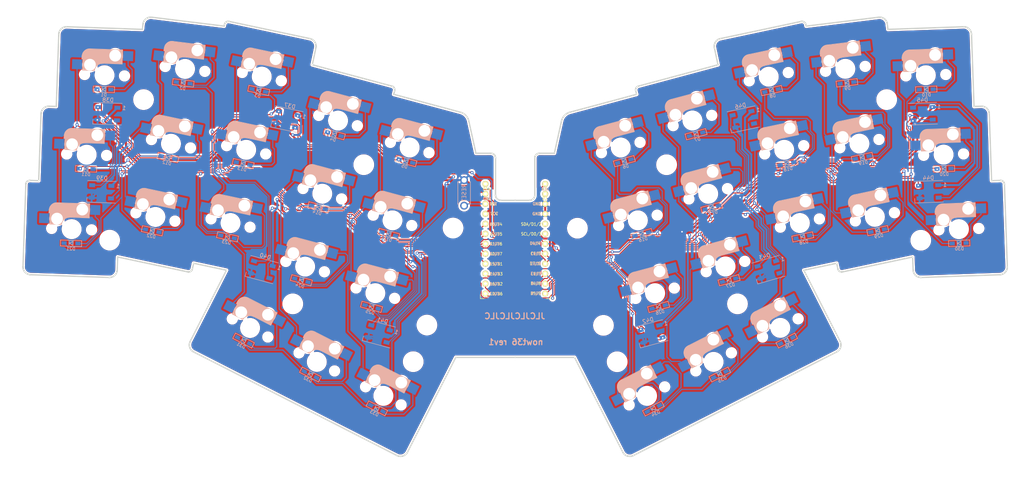
<source format=kicad_pcb>
(kicad_pcb (version 20211014) (generator pcbnew)
  (layers (0 "F.Cu" signal) (31 "B.Cu" signal) (34 "B.Paste" user) (35 "F.Paste" user) (36 "B.SilkS" user "B.Silkscreen") (37 "F.SilkS" user "F.Silkscreen") (38 "B.Mask" user) (39 "F.Mask" user) (44 "Edge.Cuts" user))
  (net 0 "")
  (net 1 "row0")
  (net 2 "Net-(D1-Pad2)")
  (net 3 "Net-(D2-Pad2)")
  (net 4 "Net-(D3-Pad2)")
  (net 5 "Net-(D4-Pad2)")
  (net 6 "Net-(D5-Pad2)")
  (net 7 "Net-(D6-Pad2)")
  (net 8 "Net-(D7-Pad2)")
  (net 9 "Net-(D8-Pad2)")
  (net 10 "Net-(D9-Pad2)")
  (net 11 "Net-(D10-Pad2)")
  (net 12 "row1")
  (net 13 "Net-(D11-Pad2)")
  (net 14 "Net-(D12-Pad2)")
  (net 15 "Net-(D13-Pad2)")
  (net 16 "Net-(D14-Pad2)")
  (net 17 "Net-(D15-Pad2)")
  (net 18 "Net-(D16-Pad2)")
  (net 19 "Net-(D17-Pad2)")
  (net 20 "Net-(D18-Pad2)")
  (net 21 "Net-(D19-Pad2)")
  (net 22 "Net-(D20-Pad2)")
  (net 23 "row2")
  (net 24 "Net-(D21-Pad2)")
  (net 25 "Net-(D22-Pad2)")
  (net 26 "Net-(D23-Pad2)")
  (net 27 "Net-(D24-Pad2)")
  (net 28 "Net-(D25-Pad2)")
  (net 29 "Net-(D26-Pad2)")
  (net 30 "Net-(D27-Pad2)")
  (net 31 "Net-(D28-Pad2)")
  (net 32 "Net-(D29-Pad2)")
  (net 33 "Net-(D30-Pad2)")
  (net 34 "row3")
  (net 35 "Net-(D31-Pad2)")
  (net 36 "Net-(D32-Pad2)")
  (net 37 "Net-(D33-Pad2)")
  (net 38 "Net-(D34-Pad2)")
  (net 39 "Net-(D35-Pad2)")
  (net 40 "Net-(D36-Pad2)")
  (net 41 "VCC")
  (net 42 "Net-(D37-Pad2)")
  (net 43 "GND")
  (net 44 "LED")
  (net 45 "Net-(D38-Pad2)")
  (net 46 "Net-(D39-Pad2)")
  (net 47 "Net-(D40-Pad2)")
  (net 48 "Net-(D41-Pad2)")
  (net 49 "Net-(D42-Pad2)")
  (net 50 "Net-(D43-Pad2)")
  (net 51 "Net-(D44-Pad2)")
  (net 52 "Net-(D45-Pad2)")
  (net 54 "col0")
  (net 55 "col1")
  (net 56 "col2")
  (net 57 "col3")
  (net 58 "col4")
  (net 59 "col5")
  (net 60 "col6")
  (net 61 "col7")
  (net 62 "col8")
  (net 63 "col9")
  (net 64 "reset")
  (footprint "nowt_parts:CherryMX_Hotswap" (layer "F.Cu") (at 130.9624 65.659 -15)
    (fp_text reference "SW5")
    (fp_text value "SW_PUSH" hide)
  )
  (footprint "nnkb_parts:M2_HOLE_v2_4.3mm" (layer "F.Cu") (at 196.38 70.04)
    (fp_text reference "HOLE6" hide)
    (fp_text value "Val**" hide)
  )
  (footprint "nnkb_parts:M2_HOLE_v2_4.3mm" (layer "F.Cu") (at 119.28 70.03)
    (fp_text reference "HOLE14" hide)
    (fp_text value "Val**" hide)
  )
  (footprint "nowt_parts:Diode_SMD" (layer "F.Cu") (at 130.01 69.12 -15)
    (fp_text reference "D5")
    (fp_text value "D" hide)
  )
  (footprint "nowt_parts:CherryMX_Hotswap" (layer "F.Cu") (at 112.7252 58.801 -15)
    (fp_text reference "SW4")
    (fp_text value "SW_PUSH" hide)
  )
  (footprint "nowt_parts:CherryMX_Hotswap" (layer "F.Cu") (at 66.2178 83.3374 -12)
    (fp_text reference "SW22")
    (fp_text value "SW_PUSH" hide)
  )
  (footprint "nnkb_parts:M2_HOLE_v2_4.3mm" (layer "F.Cu") (at 173.6852 86.2076)
    (fp_text reference "HOLE5" hide)
    (fp_text value "Val**" hide)
  )
  (footprint "nowt_parts:CherryMX_Hotswap" (layer "F.Cu") (at 249.428 83.312 12)
    (fp_text reference "SW29")
    (fp_text value "SW_PUSH" hide)
  )
  (footprint "nowt_parts:ResetSW_1side_back" (layer "F.Cu") (at 144.8308 77.216 90)
    (fp_text reference "SW37" hide)
    (fp_text value "RESET_SWITCH")
  )
  (footprint "nowt_parts:Diode_SMD" (layer "F.Cu") (at 262.51 50.85 2)
    (fp_text reference "D10")
    (fp_text value "D" hide)
  )
  (footprint "nowt_parts:CherryMX_Hotswap" (layer "F.Cu") (at 193.4464 102.7684 15)
    (fp_text reference "SW26")
    (fp_text value "SW_PUSH" hide)
  )
  (footprint "nowt_parts:CherryMX_Hotswap" (layer "F.Cu") (at 126.5936 84.201 -15)
    (fp_text reference "SW15")
    (fp_text value "SW_PUSH" hide)
  )
  (footprint "nnkb_parts:M2_HOLE_v2_4.3mm" (layer "F.Cu") (at 183.79 120.21)
    (fp_text reference "HOLE3" hide)
    (fp_text value "Val**" hide)
  )
  (footprint "nowt_parts:Diode_SMD" (layer "F.Cu") (at 107.75 80.88 -15)
    (fp_text reference "D14")
    (fp_text value "D" hide)
  )
  (footprint "nowt_parts:Diode_SMD" (layer "F.Cu") (at 92.53 51.11 -12)
    (fp_text reference "D3")
    (fp_text value "D" hide)
  )
  (footprint "nowt_parts:CherryMX_Hotswap" (layer "F.Cu") (at 191.389 128.905 27)
    (fp_text reference "SW34")
    (fp_text value "SW_PUSH" hide)
  )
  (footprint "nowt_parts:Diode_SMD" (layer "F.Cu") (at 105.67 123.46 -27)
    (fp_text reference "D32")
    (fp_text value "D" hide)
  )
  (footprint "nowt_parts:Diode_SMD" (layer "F.Cu") (at 242.32 49.19 7)
    (fp_text reference "D9")
    (fp_text value "D" hide)
  )
  (footprint "nowt_parts:Diode_SMD" (layer "F.Cu") (at 125.65 87.68 -15)
    (fp_text reference "D15")
    (fp_text value "D" hide)
  )
  (footprint "nowt_parts:LED_WS2812B_PLCC4_5.0x5.0mm_P3.2mm_Back" (layer "F.Cu") (at 123.1392 113.1062 -15)
    (fp_text reference "D41")
    (fp_text value "WS2812B")
  )
  (footprint "nowt_parts:CherryMX_Hotswap" (layer "F.Cu") (at 122.2248 102.743 -15)
    (fp_text reference "SW25")
    (fp_text value "SW_PUSH" hide)
  )
  (footprint "nowt_parts:LED_WS2812B_PLCC4_5.0x5.0mm_P3.2mm_Back" (layer "F.Cu") (at 93.2942 96.7495 -15)
    (fp_text reference "D40")
    (fp_text value "WS2812B")
  )
  (footprint "nowt_parts:CherryMX_Hotswap" (layer "F.Cu") (at 225.3488 111.5822 27)
    (fp_text reference "SW36")
    (fp_text value "SW_PUSH" hide)
  )
  (footprint "nowt_parts:Diode_SMD" (layer "F.Cu") (at 111.78 62.27 -15)
    (fp_text reference "D4")
    (fp_text value "D" hide)
  )
  (footprint "nowt_parts:LED_WS2812B_PLCC4_5.0x5.0mm_P3.2mm_Back" (layer "F.Cu") (at 52.5018 76.9366 -2)
    (fp_text reference "D39")
    (fp_text value "WS2812B")
  )
  (footprint "nowt_parts:Diode_SMD" (layer "F.Cu") (at 53.11 50.85 -2)
    (fp_text reference "D1")
    (fp_text value "D" hide)
  )
  (footprint "nnkb_parts:M2_HOLE_v2_4.3mm" (layer "F.Cu") (at 131.87 120.19)
    (fp_text reference "HOLE10" hide)
    (fp_text value "Val**" hide)
  )
  (footprint "nowt_parts:Diode_SMD" (layer "F.Cu") (at 226.98 114.81 27)
    (fp_text reference "D36")
    (fp_text value "D" hide)
  )
  (footprint "nowt_parts:Diode_SMD" (layer "F.Cu") (at 212.3 99.44 15)
    (fp_text reference "D27")
    (fp_text value "D" hide)
  )
  (footprint "nowt_parts:CherryMX_Hotswap" (layer "F.Cu") (at 48.7172 67.4878 -2)
    (fp_text reference "SW11")
    (fp_text value "SW_PUSH" hide)
  )
  (footprint "nowt_parts:Diode_SMD" (layer "F.Cu") (at 194.36 106.25 15)
    (fp_text reference "D26")
    (fp_text value "D" hide)
  )
  (footprint "nowt_parts:Diode_SMD" (layer "F.Cu") (at 209.95 123.46 27)
    (fp_text reference "D35")
    (fp_text value "D" hide)
  )
  (footprint "nowt_parts:CherryMX_Hotswap" (layer "F.Cu") (at 70.1802 64.6938 -12)
    (fp_text reference "SW12")
    (fp_text value "SW_PUSH" hide)
  )
  (footprint "nowt_parts:CherryMX_Hotswap" (layer "F.Cu") (at 89.3318 66.2432 -12)
    (fp_text reference "SW13")
    (fp_text value "SW_PUSH" hide)
  )
  (footprint "nowt_parts:CherryMX_Hotswap" (layer "F.Cu") (at 184.7088 65.659 15)
    (fp_text reference "SW6")
    (fp_text value "SW_PUSH" hide)
  )
  (footprint "nowt_parts:CherryMX_Hotswap" (layer "F.Cu") (at 266.9286 67.4624 2)
    (fp_text reference "SW20")
    (fp_text value "SW_PUSH" hide)
  )
  (footprint "nowt_parts:Diode_SMD" (layer "F.Cu") (at 88.67 114.82 -27)
    (fp_text reference "D31")
    (fp_text value "D" hide)
  )
  (footprint "nowt_parts:CherryMX_Hotswap" (layer "F.Cu") (at 208.3562 120.2436 27)
    (fp_text reference "SW35")
    (fp_text value "SW_PUSH" hide)
  )
  (footprint "nowt_parts:CherryMX_Hotswap" (layer "F.Cu") (at 211.3831 95.9629 15)
    (fp_text reference "SW27")
    (fp_text value "SW_PUSH" hide)
  )
  (footprint "nnkb_parts:M2_HOLE_v2_4.3mm" (layer "F.Cu") (at 63.2 53.45)
    (fp_text reference "HOLE13" hide)
    (fp_text value "Val**" hide)
  )
  (footprint "nowt_parts:Diode_SMD" (layer "F.Cu") (at 185.63 69.14 15)
    (fp_text reference "D6")
    (fp_text value "D" hide)
  )
  (footprint "nowt_parts:Diode_SMD" (layer "F.Cu") (at 267.04 71.06 2)
    (fp_text reference "D20")
    (fp_text value "D" hide)
  )
  (footprint "nowt_parts:CherryMX_Hotswap" (layer "F.Cu") (at 85.344 84.8868 -12)
    (fp_text reference "SW23")
    (fp_text value "SW_PUSH" hide)
  )
  (footprint "nowt_parts:Diode_SMD" (layer "F.Cu") (at 207.89 80.94 15)
    (fp_text reference "D17")
    (fp_text value "D" hide)
  )
  (footprint "nowt_parts:Diode_SMD" (layer "F.Cu") (at 250.15 86.83 12)
    (fp_text reference "D29")
    (fp_text value "D" hide)
  )
  (footprint "nowt_parts:Diode_SMD" (layer "F.Cu") (at 103.39 99.47 -15)
    (fp_text reference "D24")
    (fp_text value "D" hide)
  )
  (footprint "nowt_parts:CherryMX_Hotswap" (layer "F.Cu") (at 53.2638 47.244 -2)
    (fp_text reference "SW1")
    (fp_text value "SW_PUSH" hide)
  )
  (footprint "nowt_parts:Diode_SMD" (layer "F.Cu") (at 48.57 71.09 -2)
    (fp_text reference "D11")
    (fp_text value "D" hide)
  )
  (footprint "nowt_parts:CherryMX_Hotswap" (layer "F.Cu") (at 222.4024 47.625 12)
    (fp_text reference "SW8")
    (fp_text value "SW_PUSH" hide)
  )
  (footprint "nowt_parts:CherryMX_Hotswap" (layer "F.Cu") (at 104.3432 95.9866 -15)
    (fp_text reference "SW24")
    (fp_text value "SW_PUSH" hide)
  )
  (footprint "nowt_parts:CherryMX_Hotswap" (layer "F.Cu") (at 73.7616 45.6438 -7)
    (fp_text reference "SW2")
    (fp_text value "SW_PUSH" hide)
  )
  (footprint "nowt_parts:Diode_SMD" (layer "F.Cu") (at 44.73 90.05 -2)
    (fp_text reference "D21")
    (fp_text value "D" hide)
  )
  (footprint "nowt_parts:CherryMX_Hotswap" (layer "F.Cu") (at 93.2942 47.5996 -12)
    (fp_text reference "SW3")
    (fp_text value "SW_PUSH" hide)
  )
  (footprint "nowt_parts:Diode_SMD" (layer "F.Cu") (at 246.21 68.18 12)
    (fp_text reference "D19")
    (fp_text value "D" hide)
  )
  (footprint "nowt_parts:CherryMX_Hotswap" (layer "F.Cu") (at 241.9096 45.6184 7)
    (fp_text reference "SW9")
    (fp_text value "SW_PUSH" hide)
  )
  (footprint "nowt_parts:CherryMX_Hotswap" (layer "F.Cu") (at 245.491 64.6684 12)
    (fp_text reference "SW19")
    (fp_text value "SW_PUSH" hide)
  )
  (footprint "nowt_parts:CherryMX_Hotswap" (layer "F.Cu") (at 270.8148 86.4362 2)
    (fp_text reference "SW30")
    (fp_text value "SW_PUSH" hide)
  )
  (footprint "nowt_parts:CherryMX_Hotswap" (layer "F.Cu") (at 226.3394 66.2432 12)
    (fp_text reference "SW18")
    (fp_text value "SW_PUSH" hide)
  )
  (footprint "nnkb_parts:M2_HOLE_v2_4.3mm" (layer "F.Cu") (at 252.43 53.45)
    (fp_text reference "HOLE7" hide)
    (fp_text value "Val**" hide)
  )
  (footprint "nowt_parts:Diode_SMD" (layer "F.Cu") (at 122.6 132.07 -27)
    (fp_text reference "D33")
    (fp_text value "D" hide)
  )
  (footprint "nowt_parts:LED_WS2812B_PLCC4_5.0x5.0mm_P3.2mm_Back" (layer "F.Cu") (at 99.7204 58.4962 -12)
    (fp_text reference "D37")
    (fp_text value "WS2812B")
  )
  (footprint "nowt_parts:CherryMX_Hotswap" (layer "F.Cu") (at 90.3224 111.6076 -27)
    (fp_text reference "SW31")
    (fp_text value "SW_PUSH" hide)
  )
  (footprint "nowt_parts:LED_WS2812B_PLCC4_5.0x5.0mm_P3.2mm_Back" (layer "F.Cu") (at 261.6454 57.0484 2)
    (fp_text reference "D45")
    (fp_text value "WS2812B")
  )
  (footprint "nowt_parts:Diode_SMD" (layer "F.Cu") (at 88.566212 69.759043 -12)
    (fp_text reference "D13")
    (fp_text value "D" hide)
  )
  (footprint "nnkb_parts:M2_HOLE_v2_4.3mm" (layer "F.Cu") (at 142.0114 86.1568)
    (fp_text reference "HOLE8" hide)
    (fp_text value "Val**" hide)
  )
  (footprint "nowt_parts:Diode_SMD" (layer "F.Cu") (at 227.05 69.78 12)
    (fp_text reference "D18")
    (fp_text value "D" hide)
  )
  (footprint "nowt_parts:Diode_SMD" (layer "F.Cu") (at 190.0682 87.7062 15)
    (fp_text reference "D16")
    (fp_text value "D" hide)
  )
  (footprint "nowt_parts:LED_WS2812B_PLCC4_5.0x5.0mm_P3.2mm_Back" (layer "F.Cu") (at 54.0258 57.0484 -2)
    (fp_text reference "D38")
    (fp_text value "WS2812B")
  )
  (footprint "nowt_parts:CherryMX_Hotswap" (layer "F.Cu") (at 44.8818 86.4362 -2)
    (fp_text reference "SW21")
    (fp_text value "SW_PUSH" hide)
  )
  (footprint "nowt_parts:ProMicro_v3.5_mods" (layer "F.Cu") (at 157.861 89.405)
    (fp_text reference "U1" hide)
    (fp_text value "ProMicro" hide)
  )
  (footprint "nowt_parts:CherryMX_Hotswap" (layer "F.Cu") (at 262.4074 47.244 2)
    (fp_text reference "SW10")
    (fp_text value "SW_PUSH" hide)
  )
  (footprint "nowt_parts:Diode_SMD" (layer "F.Cu") (at 231.06 88.42 12)
    (fp_text reference "D28")
    (fp_text value "D" hide)
  )
  (footprint "nowt_parts:LED_WS2812B_PLCC4_5.0x5.0mm_P3.2mm_Back" (layer "F.Cu") (at 222.3516 96.7486 16)
    (fp_text reference "D43")
    (fp_text value "WS2812B")
  )
  (footprint "nowt_parts:Diode_SMD" (layer "F.Cu") (at 73.3 49.2 -7)
    (fp_text reference "D2")
    (fp_text value "D" hide)
  )
  (footprint "nnkb_parts:M2_HOLE_v2_4.3mm" (layer "F.Cu") (at 261.12 89.27)
    (fp_text reference "HOLE1" hide)
    (fp_text value "Val**" hide)
  )
  (footprint "nowt_parts:Diode_SMD" (layer "F.Cu") (at 193.02 132.12 27)
    (fp_text reference "D34")
    (fp_text value "D" hide)
  )
  (footprint "nowt_parts:Diode_SMD" (layer "F.Cu") (at 223.12 51.15 12)
    (fp_text reference "D8")
    (fp_text value "D" hide)
  )
  (footprint "nowt_parts:Diode_SMD" (layer "F.Cu") (at 69.41 68.21 -12)
    (fp_text reference "D12")
    (fp_text value "D" hide)
  )
  (footprint "nowt_parts:CherryMX_Hotswap" (layer "F.Cu") (at 202.9714 58.7756 15)
    (fp_text reference "SW7")
    (fp_text value "SW_PUSH" hide)
  )
  (footprint "nowt_parts:LED_WS2812B_PLCC4_5.0x5.0mm_P3.2mm_Back" (layer "F.Cu") (at 192.5574 113.0808 15)
    (fp_text reference "D42")
    (fp_text value "WS2812B")
  )
  (footprint "nowt_parts:Diode_SMD" (layer "F.Cu") (at 84.58 88.41 -12)
    (fp_text reference "D23")
    (fp_text value "D" hide)
  )
  (footprint "nowt_parts:LED_WS2812B_PLCC4_5.0x5.0mm_P3.2mm_Back" (layer "F.Cu") (at 263.1694 76.9112 2)
    (fp_text reference "D44")
    (fp_text value "WS2812B")
  )
  (footprint "nnkb_parts:M2_HOLE_v2_4.3mm" (layer "F.Cu") (at 54.56 89.24)
    (fp_text reference "HOLE12" hide)
    (fp_text value "Val**" hide)
  )
  (footprint "nnkb_parts:M2_HOLE_v2_4.3mm" (layer "F.Cu") (at 101.2 105.47)
    (fp_text reference "HOLE11" hide)
    (fp_text value "Val**" hide)
  )
  (footprint "nowt_parts:Diode_SMD" (layer "F.Cu") (at 203.9 62.27 15)
    (fp_text reference "D7")
    (fp_text value "D" hide)
  )
  (footprint "nowt_parts:LED_WS2812B_PLCC4_5.0x5.0mm_P3.2mm_Back" (layer "F.Cu") (at 215.9254 58.4962 12)
    (fp_text reference "D46")
    (fp_text value "WS2812B")
  )
  (footprint "nowt_parts:CherryMX_Hotswap" (layer "F.Cu") (at 107.315 120.2436 -27)
    (fp_text reference "SW32")
    (fp_text value "SW_PUSH" hide)
  )
  (footprint "nowt_parts:CherryMX_Hotswap" (layer "F.Cu") (at 206.9846 77.4446 15)
    (fp_text reference "SW17")
    (fp_text value "SW_PUSH" hide)
  )
  (footprint "nowt_parts:Diode_SMD" (layer "F.Cu") (at 65.42 86.86 -12)
    (fp_text reference "D22")
    (fp_text value "D" hide)
  )
  (footprint "nowt_parts:Diode_SMD" (layer "F.Cu") (at 121.25 106.23 -15)
    (fp_text reference "D25")
    (fp_text value "D" hide)
  )
  (footprint "nowt_parts:CherryMX_Hotswap" (layer "F.Cu") (at 124.2632 128.8847 -27)
    (fp_text reference "SW33")
    (fp_text value "SW_PUSH" hide)
  )
  (footprint "nowt_parts:CherryMX_Hotswap" (layer "F.Cu") (at 230.3272 84.8868 12)
    (fp_text reference "SW28")
    (fp_text value "SW_PUSH" hide)
  )
  (footprint "nnkb_parts:M2_HOLE_v2_4.3mm" (layer "F.Cu") (at 135.3566 110.871)
    (fp_text reference "HOLE9" hide)
    (fp_text value "Val**" hide)
  )
  (footprint "nowt_parts:CherryMX_Hotswap" (layer "F.Cu") (at 189.0776 84.201 15)
    (fp_text reference "SW16")
    (fp_text value "SW_PUSH" hide)
  )
  (footprint "nowt_parts:Diode_SMD" (layer "F.Cu") (at 270.9 90.04 2)
    (fp_text reference "D30")
    (fp_text value "D" hide)
  )
  (footprint "nowt_parts:CherryMX_Hotswap" (layer "F.Cu") (at 108.712 77.4192 -15)
    (fp_text reference "SW14")
    (fp_text value "SW_PUSH" hide)
  )
  (footprint "nnkb_parts:M2_HOLE_v2_4.3mm" (layer "F.Cu") (at 214.44 105.47)
    (fp_text reference "HOLE2" hide)
    (fp_text value "Val**" hide)
  )
  (footprint "nnkb_parts:M2_HOLE_v2_4.3mm" (layer "F.Cu") (at 180.3146 110.9472)
    (fp_text reference "HOLE4" hide)
    (fp_text value "Val**" hide)
  )
  (gr_line (start 231.234357 33.601038) (end 231.189263 33.584031) (layer "Edge.Cuts") (width 0.349999))
  (gr_line (start 162.965635 67.745991) (end 162.939532 67.797881) (layer "Edge.Cuts") (width 0.349999))
  (gr_line (start 74.939909 115.390959) (end 74.915741 115.485825) (layer "Edge.Cuts") (width 0.349999))
  (gr_line (start 62.893799 35.573194) (end 62.893799 35.573194) (layer "Edge.Cuts") (width 0.349999))
  (gr_line (start 272.551723 34.968424) (end 272.456697 34.945597) (layer "Edge.Cuts") (width 0.349999))
  (gr_line (start 273.249963 35.310735) (end 273.170259 35.253001) (layer "Edge.Cuts") (width 0.349999))
  (gr_line (start 240.322181 97.099864) (end 240.359833 97.131549) (layer "Edge.Cuts") (width 0.349999))
  (gr_line (start 74.892805 116.262433) (end 74.911448 116.359066) (layer "Edge.Cuts") (width 0.349999))
  (gr_line (start 63.415421 33.305833) (end 63.361074 33.386043) (layer "Edge.Cuts") (width 0.349999))
  (gr_line (start 74.896274 115.581594) (end 74.881522 115.678091) (layer "Edge.Cuts") (width 0.349999))
  (gr_line (start 240.899177 97.347156) (end 240.947952 97.350146) (layer "Edge.Cuts") (width 0.349999))
  (gr_line (start 162.994273 67.695381) (end 162.965635 67.745991) (layer "Edge.Cuts") (width 0.349999))
  (gr_line (start 250.362275 32.481264) (end 231.928178 34.744685) (layer "Edge.Cuts") (width 0.349999))
  (gr_line (start 38.771067 55.165734) (end 38.674865 55.183912) (layer "Edge.Cuts") (width 0.349999))
  (gr_line (start 152.55574 67.552186) (end 152.517364 67.507667) (layer "Edge.Cuts") (width 0.349999))
  (gr_line (start 163.058992 67.598388) (end 163.025405 67.646147) (layer "Edge.Cuts") (width 0.349999))
  (gr_line (start 32.507888 96.278571) (end 32.521371 96.375768) (layer "Edge.Cuts") (width 0.349999))
  (gr_line (start 161.480439 79.116764) (end 157.825364 79.116787) (layer "Edge.Cuts") (width 0.349999))
  (gr_line (start 209.019959 38.554463) (end 208.958401 38.628248) (layer "Edge.Cuts") (width 0.349999))
  (gr_line (start 283.154359 95.982654) (end 282.42154 74.995426) (layer "Edge.Cuts") (width 0.349999))
  (gr_line (start 252.591096 34.222617) (end 252.591096 34.222617) (layer "Edge.Cuts") (width 0.349999))
  (gr_line (start 240.006562 96.558681) (end 240.006562 96.558681) (layer "Edge.Cuts") (width 0.349999))
  (gr_line (start 128.683749 144.308759) (end 128.780234 144.303889) (layer "Edge.Cuts") (width 0.349999))
  (gr_line (start 277.347157 55.302448) (end 277.256627 55.266065) (layer "Edge.Cuts") (width 0.349999))
  (gr_line (start 152.825364 68.306404) (end 152.825364 68.306404) (layer "Edge.Cuts") (width 0.349999))
  (gr_line (start 282.742351 97.269969) (end 282.799049 97.192391) (layer "Edge.Cuts") (width 0.349999))
  (gr_line (start 153.174768 78.676162) (end 153.132495 78.627362) (layer "Edge.Cuts") (width 0.349999))
  (gr_line (start 163.133366 67.507685) (end 163.094992 67.552201) (layer "Edge.Cuts") (width 0.349999))
  (gr_line (start 278.180524 55.972426) (end 278.121326 55.894162) (layer "Edge.Cuts") (width 0.349999))
  (gr_line (start 42.04818 35.655759) (end 41.988977 35.734023) (layer "Edge.Cuts") (width 0.349999))
  (gr_line (start 75.080841 97.26067) (end 75.125099 97.239161) (layer "Edge.Cuts") (width 0.349999))
  (gr_line (start 152.83231 77.909374) (end 152.827115 77.841072) (layer "Edge.Cuts") (width 0.349999))
  (gr_line (start 241.143897 97.33807) (end 241.192658 97.32896) (layer "Edge.Cuts") (width 0.349999))
  (gr_line (start 63.361074 33.386043) (end 63.310524 33.469093) (layer "Edge.Cuts") (width 0.349999))
  (gr_line (start 42.480257 35.252908) (end 42.400542 35.310641) (layer "Edge.Cuts") (width 0.349999))
  (gr_line (start 33.328116 97.676741) (end 33.408998 97.731899) (layer "Edge.Cuts") (width 0.349999))
  (gr_line (start 208.559243 39.494983) (end 208.543098 39.591267) (layer "Edge.Cuts") (width 0.349999))
  (gr_line (start 129.158799 144.238691) (end 129.250752 144.211236) (layer "Edge.Cuts") (width 0.349999))
  (gr_line (start 75.364475 97.066419) (end 75.398657 97.031383) (layer "Edge.Cuts") (width 0.349999))
  (gr_line (start 171.204047 56.879943) (end 171.024936 56.97846) (layer "Edge.Cuts") (width 0.349999))
  (gr_line (start 106.169495 44.588617) (end 106.169495 44.588617) (layer "Edge.Cuts") (width 0.349999))
  (gr_line (start 41.691671 36.346175) (end 41.666814 36.440874) (layer "Edge.Cuts") (width 0.349999))
  (gr_line (start 63.667986 33.015585) (end 63.599848 33.083339) (layer "Edge.Cuts") (width 0.349999))
  (gr_line (start 126.420869 50.014765) (end 126.420869 50.014765) (layer "Edge.Cuts") (width 0.349999))
  (gr_line (start 153.132495 78.627362) (end 153.092568 78.576555) (layer "Edge.Cuts") (width 0.349999))
  (gr_line (start 84.747788 33.529075) (end 84.698572 33.532391) (layer "Edge.Cuts") (width 0.349999))
  (gr_line (start 33.229363 74.995464) (end 32.496293 95.982632) (layer "Edge.Cuts") (width 0.349999))
  (gr_line (start 273.71663 35.814987) (end 273.66147 35.734108) (layer "Edge.Cuts") (width 0.349999))
  (gr_line (start 126.880089 50.284681) (end 126.845231 50.250437) (layer "Edge.Cuts") (width 0.349999))
  (gr_line (start 240.754754 97.32402) (end 240.802491 97.334077) (layer "Edge.Cuts") (width 0.349999))
  (gr_line (start 260.840195 98.724348) (end 260.937402 98.737818) (layer "Edge.Cuts") (width 0.349999))
  (gr_line (start 84.20665 33.716811) (end 84.168363 33.745767) (layer "Edge.Cuts") (width 0.349999))
  (gr_line (start 147.836175 67.119224) (end 147.836175 67.119224) (layer "Edge.Cuts") (width 0.349999))
  (gr_line (start 162.783022 78.107946) (end 162.764899 78.171767) (layer "Edge.Cuts") (width 0.349999))
  (gr_line (start 56.37967 97.398681) (end 56.409073 97.305477) (layer "Edge.Cuts") (width 0.349999))
  (gr_line (start 40.973115 55.203873) (end 40.973115 55.203873) (layer "Edge.Cuts") (width 0.349999))
  (gr_line (start 282.852036 97.112082) (end 282.901192 97.029171) (layer "Edge.Cuts") (width 0.349999))
  (gr_line (start 240.611776 115.11695) (end 240.567368 115.024067) (layer "Edge.Cuts") (width 0.349999))
  (gr_line (start 33.408998 97.731899) (end 33.492338 97.782949) (layer "Edge.Cuts") (width 0.349999))
  (gr_line (start 170.690799 57.209422) (end 170.536761 57.340835) (layer "Edge.Cuts") (width 0.349999))
  (gr_line (start 41.646581 36.5369) (end 41.631046 36.634091) (layer "Edge.Cuts") (width 0.349999))
  (gr_line (start 157.825364 79.116787) (end 157.825364 79.116787) (layer "Edge.Cuts") (width 0.349999))
  (gr_line (start 42.912965 35.027686) (end 42.822427 35.064064) (layer "Edge.Cuts") (width 0.349999))
  (gr_line (start 259.305047 97.49031) (end 259.343337 97.580057) (layer "Edge.Cuts") (width 0.349999))
  (gr_line (start 281.626843 97.996525) (end 281.722763 97.970827) (layer "Edge.Cuts") (width 0.349999))
  (gr_line (start 281.997955 97.866951) (end 282.085093 97.823831) (layer "Edge.Cuts") (width 0.349999))
  (gr_line (start 55.278476 98.587565) (end 55.367173 98.546787) (layer "Edge.Cuts") (width 0.349999))
  (gr_line (start 83.81276 34.320466) (end 83.72255 34.744685) (layer "Edge.Cuts") (width 0.349999))
  (gr_line (start 37.730256 55.67667) (end 37.730256 55.67667) (layer "Edge.Cuts") (width 0.349999))
  (gr_line (start 278.376225 56.310055) (end 278.333611 56.222284) (layer "Edge.Cuts") (width 0.349999))
  (gr_line (start 152.433877 67.424235) (end 152.389333 67.385889) (layer "Edge.Cuts") (width 0.349999))
  (gr_line (start 283.108877 96.484365) (end 283.127818 96.386885) (layer "Edge.Cuts") (width 0.349999))
  (gr_line (start 240.047978 96.700856) (end 240.066274 96.746381) (layer "Edge.Cuts") (width 0.349999))
  (gr_line (start 208.523308 39.886428) (end 208.526582 39.986421) (layer "Edge.Cuts") (width 0.349999))
  (gr_line (start 276.782306 55.152244) (end 276.684271 55.143534) (layer "Edge.Cuts") (width 0.349999))
  (gr_line (start 282.169732 97.776681) (end 282.251751 97.72563) (layer "Edge.Cuts") (width 0.349999))
  (gr_line (start 39.065009 55.139685) (end 38.966305 55.143559) (layer "Edge.Cuts") (width 0.349999))
  (gr_line (start 37.101287 56.970629) (end 37.095368 57.069666) (layer "Edge.Cuts") (width 0.349999))
  (gr_line (start 75.171243 116.995091) (end 75.225197 117.076576) (layer "Edge.Cuts") (width 0.349999))
  (gr_line (start 55.70031 98.340973) (end 55.777351 98.279154) (layer "Edge.Cuts") (width 0.349999))
  (gr_line (start 37.112051 56.872436) (end 37.101287 56.970629) (layer "Edge.Cuts") (width 0.349999))
  (gr_line (start 63.739221 32.951218) (end 63.667986 33.015585) (layer "Edge.Cuts") (width 0.349999))
  (gr_line (start 127.073265 50.568746) (end 127.051813 50.524261) (layer "Edge.Cuts") (width 0.349999))
  (gr_line (start 75.282999 117.15524) (end 75.344535 117.23095) (layer "Edge.Cuts") (width 0.349999))
  (gr_line (start 241.192658 97.32896) (end 259.049653 93.533287) (layer "Edge.Cuts") (width 0.349999))
  (gr_line (start 282.231358 74.442666) (end 282.20213 74.404459) (layer "Edge.Cuts") (width 0.349999))
  (gr_line (start 127.051813 50.524261) (end 127.028084 50.480701) (layer "Edge.Cuts") (width 0.349999))
  (gr_line (start 240.1093 96.834194) (end 240.13393 96.876336) (layer "Edge.Cuts") (width 0.349999))
  (gr_line (start 42.822427 35.064064) (end 42.73372 35.104838) (layer "Edge.Cuts") (width 0.349999))
  (gr_line (start 129.766875 143.95703) (end 129.845385 143.900262) (layer "Edge.Cuts") (width 0.349999))
  (gr_line (start 230.753045 33.53402) (end 230.702568 33.540801) (layer "Edge.Cuts") (width 0.349999))
  (gr_line (start 273.401215 35.438393) (end 273.327004 35.372553) (layer "Edge.Cuts") (width 0.349999))
  (gr_line (start 130.25601 143.478241) (end 130.312797 143.394848) (layer "Edge.Cuts") (width 0.349999))
  (gr_line (start 171.583881 56.71942) (end 171.390526 56.793424) (layer "Edge.Cuts") (width 0.349999))
  (gr_line (start 43.193912 34.945545) (end 43.098874 34.968364) (layer "Edge.Cuts") (width 0.349999))
  (gr_line (start 144.26024 56.79345) (end 144.066893 56.719442) (layer "Edge.Cuts") (width 0.349999))
  (gr_line (start 129.845385 143.900262) (end 129.9213 143.839525) (layer "Edge.Cuts") (width 0.349999))
  (gr_line (start 75.94838 95.12746) (end 84.315011 96.905849) (layer "Edge.Cuts") (width 0.349999))
  (gr_line (start 33.619889 74.237023) (end 33.582536 74.26717) (layer "Edge.Cuts") (width 0.349999))
  (gr_line (start 74.881522 115.678091) (end 74.871499 115.775138) (layer "Edge.Cuts") (width 0.349999))
  (gr_line (start 153.587232 78.984165) (end 153.52924 78.954464) (layer "Edge.Cuts") (width 0.349999))
  (gr_line (start 37.127586 56.775246) (end 37.112051 56.872436) (layer "Edge.Cuts") (width 0.349999))
  (gr_line (start 145.25866 57.482215) (end 145.113973 57.340869) (layer "Edge.Cuts") (width 0.349999))
  (gr_line (start 33.546679 74.29905) (end 33.512383 74.332603) (layer "Edge.Cuts") (width 0.349999))
  (gr_line (start 37.202085 56.49132) (end 37.172677 56.584527) (layer "Edge.Cuts") (width 0.349999))
  (gr_line (start 250.667391 32.467018) (end 250.566496 32.466592) (layer "Edge.Cuts") (width 0.349999))
  (gr_line (start 276.486359 55.140665) (end 274.677613 55.203873) (layer "Edge.Cuts") (width 0.349999))
  (gr_line (start 208.534952 40.08697) (end 208.548515 40.187924) (layer "Edge.Cuts") (width 0.349999))
  (gr_line (start 107.048711 39.31894) (end 107.019338 39.225729) (layer "Edge.Cuts") (width 0.349999))
  (gr_line (start 153.707883 79.035179) (end 153.646807 79.011098) (layer "Edge.Cuts") (width 0.349999))
  (gr_line (start 129.994448 143.774875) (end 130.064663 143.706367) (layer "Edge.Cuts") (width 0.349999))
  (gr_line (start 63.263913 33.554874) (end 63.221379 33.643277) (layer "Edge.Cuts") (width 0.349999))
  (gr_line (start 107.1149 40.093746) (end 107.123339 39.995692) (layer "Edge.Cuts") (width 0.349999))
  (gr_line (start 189.002232 50.10701) (end 188.960133 50.131818) (layer "Edge.Cuts") (width 0.349999))
  (gr_line (start 64.136961 32.684023) (end 64.052338 32.729812) (layer "Edge.Cuts") (width 0.349999))
  (gr_line (start 189.090071 50.063597) (end 189.045569 50.084252) (layer "Edge.Cuts") (width 0.349999))
  (gr_line (start 162.809867 77.976648) (end 162.79804 78.042878) (layer "Edge.Cuts") (width 0.349999))
  (gr_line (start 32.966544 97.342282) (end 33.032387 97.416492) (layer "Edge.Cuts") (width 0.349999))
  (gr_line (start 32.499173 96.180538) (end 32.507888 96.278571) (layer "Edge.Cuts") (width 0.349999))
  (gr_line (start 259.385956 97.667831) (end 259.432833 97.75347) (layer "Edge.Cuts") (width 0.349999))
  (gr_line (start 240.802491 97.334077) (end 240.850661 97.341794) (layer "Edge.Cuts") (width 0.349999))
  (gr_line (start 187.652731 144.205891) (end 187.745267 144.172371) (layer "Edge.Cuts") (width 0.349999))
  (gr_line (start 239.783896 117.665017) (end 239.870887 117.612023) (layer "Edge.Cuts") (width 0.349999))
  (gr_line (start 75.344535 117.23095) (end 75.409687 117.30357) (layer "Edge.Cuts") (width 0.349999))
  (gr_line (start 151.634965 67.11676) (end 151.634965 67.11676) (layer "Edge.Cuts") (width 0.349999))
  (gr_line (start 260.555245 98.655952) (end 260.64895 98.683353) (layer "Edge.Cuts") (width 0.349999))
  (gr_line (start 187.925858 144.091366) (end 239.693375 117.714062) (layer "Edge.Cuts") (width 0.349999))
  (gr_line (start 189.229874 50.014791) (end 189.182295 50.028812) (layer "Edge.Cuts") (width 0.349999))
  (gr_line (start 281.992172 74.208657) (end 281.952021 74.182163) (layer "Edge.Cuts") (width 0.349999))
  (gr_line (start 106.804406 38.784022) (end 106.804406 38.784022) (layer "Edge.Cuts") (width 0.349999))
  (gr_line (start 37.414808 56.053271) (end 37.363751 56.136611) (layer "Edge.Cuts") (width 0.349999))
  (gr_line (start 33.69882 74.182173) (end 33.658672 74.208671) (layer "Edge.Cuts") (width 0.349999))
  (gr_line (start 84.28711 33.664558) (end 84.246257 33.689725) (layer "Edge.Cuts") (width 0.349999))
  (gr_line (start 251.3379 32.604675) (end 251.246924 32.571346) (layer "Edge.Cuts") (width 0.349999))
  (gr_line (start 38.393929 55.266057) (end 38.303394 55.302436) (layer "Edge.Cuts") (width 0.349999))
  (gr_line (start 240.315657 117.220587) (end 240.376409 117.14468) (layer "Edge.Cuts") (width 0.349999))
  (gr_line (start 231.143295 33.569185) (end 231.096528 33.556548) (layer "Edge.Cuts") (width 0.349999))
  (gr_line (start 63.059655 34.222617) (end 63.059655 34.222617) (layer "Edge.Cuts") (width 0.349999))
  (gr_line (start 33.343011 74.565663) (end 33.321457 74.609231) (layer "Edge.Cuts") (width 0.349999))
  (gr_line (start 145.734073 58.136595) (end 145.631708 57.960683) (layer "Edge.Cuts") (width 0.349999))
  (gr_line (start 106.415091 38.343276) (end 106.338897 38.282252) (layer "Edge.Cuts") (width 0.349999))
  (gr_line (start 55.851563 98.213314) (end 55.922422 98.143878) (layer "Edge.Cuts") (width 0.349999))
  (gr_line (start 107.10159 40.191619) (end 107.1149 40.093746) (layer "Edge.Cuts") (width 0.349999))
  (gr_line (start 273.857163 36.071725) (end 273.81455 35.983958) (layer "Edge.Cuts") (width 0.349999))
  (gr_line (start 240.219684 96.994822) (end 240.252057 97.031427) (layer "Edge.Cuts") (width 0.349999))
  (gr_line (start 64.496626 32.542399) (end 64.403814 32.571356) (layer "Edge.Cuts") (width 0.349999))
  (gr_line (start 153.314811 78.809675) (end 153.26601 78.767403) (layer "Edge.Cuts") (width 0.349999))
  (gr_line (start 106.259863 38.225049) (end 106.178133 38.171766) (layer "Edge.Cuts") (width 0.349999))
  (gr_line (start 33.74027 74.157591) (end 33.69882 74.182173) (layer "Edge.Cuts") (width 0.349999))
  (gr_line (start 272.360503 34.927412) (end 272.263308 34.913933) (layer "Edge.Cuts") (width 0.349999))
  (gr_line (start 209.722011 38.04057) (end 209.632009 38.082532) (layer "Edge.Cuts") (width 0.349999))
  (gr_line (start 187.925858 144.091366) (end 187.925858 144.091366) (layer "Edge.Cuts") (width 0.349999))
  (gr_line (start 75.431029 96.99478) (end 75.461542 96.956683) (layer "Edge.Cuts") (width 0.349999))
  (gr_line (start 186.784572 144.295574) (end 186.882053 144.30462) (layer "Edge.Cuts") (width 0.349999))
  (gr_line (start 185.794637 143.89138) (end 185.873296 143.949198) (layer "Edge.Cuts") (width 0.349999))
  (gr_line (start 241.192658 97.32896) (end 241.192658 97.32896) (layer "Edge.Cuts") (width 0.349999))
  (gr_line (start 252.177321 33.228563) (end 252.115798 33.154362) (layer "Edge.Cuts") (width 0.349999))
  (gr_line (start 56.454156 97.114767) (end 56.469688 97.017582) (layer "Edge.Cuts") (width 0.349999))
  (gr_line (start 273.895447 36.161466) (end 273.857163 36.071725) (layer "Edge.Cuts") (width 0.349999))
  (gr_line (start 43.387322 34.9139) (end 43.290117 34.927369) (layer "Edge.Cuts") (width 0.349999))
  (gr_line (start 230.853315 33.5282) (end 230.803319 33.529836) (layer "Edge.Cuts") (width 0.349999))
  (gr_line (start 41.793255 36.07166) (end 41.754965 36.161407) (layer "Edge.Cuts") (width 0.349999))
  (gr_line (start 281.539941 74.037179) (end 281.48971 74.032565) (layer "Edge.Cuts") (width 0.349999))
  (gr_line (start 145.113973 57.340869) (end 144.959941 57.209456) (layer "Edge.Cuts") (width 0.349999))
  (gr_line (start 281.38736 74.030964) (end 281.38736 74.030964) (layer "Edge.Cuts") (width 0.349999))
  (gr_line (start 231.049036 33.546169) (end 231.000895 33.538097) (layer "Edge.Cuts") (width 0.349999))
  (gr_line (start 56.601067 93.533287) (end 56.601067 93.533287) (layer "Edge.Cuts") (width 0.349999))
  (gr_line (start 282.799049 97.192391) (end 282.852036 97.112082) (layer "Edge.Cuts") (width 0.349999))
  (gr_line (start 152.036279 67.186216) (end 151.981122 67.167998) (layer "Edge.Cuts") (width 0.349999))
  (gr_line (start 144.625817 56.97849) (end 144.446713 56.879971) (layer "Edge.Cuts") (width 0.349999))
  (gr_line (start 187.368291 144.278351) (end 187.464067 144.258894) (layer "Edge.Cuts") (width 0.349999))
  (gr_line (start 32.846985 97.185538) (end 32.904723 97.265242) (layer "Edge.Cuts") (width 0.349999))
  (gr_line (start 282.068313 74.267151) (end 282.030957 74.237007) (layer "Edge.Cuts") (width 0.349999))
  (gr_line (start 56.486367 96.820362) (end 56.486367 96.820362) (layer "Edge.Cuts") (width 0.349999))
  (gr_line (start 272.737609 35.02776) (end 272.645416 34.995833) (layer "Edge.Cuts") (width 0.349999))
  (gr_line (start 106.338897 38.282252) (end 106.259863 38.225049) (layer "Edge.Cuts") (width 0.349999))
  (gr_line (start 33.419505 74.442695) (end 33.3921 74.482334) (layer "Edge.Cuts") (width 0.349999))
  (gr_line (start 240.525627 97.239217) (end 240.569887 97.260726) (layer "Edge.Cuts") (width 0.349999))
  (gr_line (start 252.42937 33.643271) (end 252.386836 33.554867) (layer "Edge.Cuts") (width 0.349999))
  (gr_line (start 106.748329 38.702186) (end 106.688533 38.623567) (layer "Edge.Cuts") (width 0.349999))
  (gr_line (start 188.80551 50.250462) (end 188.770651 50.284706) (layer "Edge.Cuts") (width 0.349999))
  (gr_line (start 162.595672 78.523788) (end 162.558175 78.576517) (layer "Edge.Cuts") (width 0.349999))
  (gr_line (start 162.825364 77.771831) (end 162.823614 77.84104) (layer "Edge.Cuts") (width 0.349999))
  (gr_line (start 74.989804 97.296898) (end 75.035714 97.279921) (layer "Edge.Cuts") (width 0.349999))
  (gr_line (start 74.915741 115.485825) (end 74.896274 115.581594) (layer "Edge.Cuts") (width 0.349999))
  (gr_line (start 145.968295 58.706368) (end 145.902861 58.509953) (layer "Edge.Cuts") (width 0.349999))
  (gr_line (start 152.476655 67.464916) (end 152.433877 67.424235) (layer "Edge.Cuts") (width 0.349999))
  (gr_line (start 107.109021 39.60517) (end 107.093585 39.508835) (layer "Edge.Cuts") (width 0.349999))
  (gr_line (start 126.605174 50.084226) (end 126.560671 50.063571) (layer "Edge.Cuts") (width 0.349999))
  (gr_line (start 231.680219 33.956068) (end 231.651421 33.916904) (layer "Edge.Cuts") (width 0.349999))
  (gr_line (start 74.996212 116.643651) (end 75.033621 116.735067) (layer "Edge.Cuts") (width 0.349999))
  (gr_line (start 271.967377 34.902346) (end 271.967377 34.902346) (layer "Edge.Cuts") (width 0.349999))
  (gr_line (start 240.440064 97.189487) (end 240.482323 97.215465) (layer "Edge.Cuts") (width 0.349999))
  (gr_line (start 163.307607 67.34994) (end 163.261395 67.38591) (layer "Edge.Cuts") (width 0.349999))
  (gr_line (start 209.632009 38.082532) (end 209.54478 38.128627) (layer "Edge.Cuts") (width 0.349999))
  (gr_line (start 163.560275 67.207119) (end 163.507186 67.230611) (layer "Edge.Cuts") (width 0.349999))
  (gr_line (start 34.212005 74.030447) (end 34.161123 74.032543) (layer "Edge.Cuts") (width 0.349999))
  (gr_line (start 33.269534 74.746822) (end 33.25669 74.79478) (layer "Edge.Cuts") (width 0.349999))
  (gr_line (start 33.366581 74.523344) (end 33.343011 74.565663) (layer "Edge.Cuts") (width 0.349999))
  (gr_line (start 64.983344 32.467023) (end 64.883446 32.472478) (layer "Edge.Cuts") (width 0.349999))
  (gr_line (start 126.69061 50.131793) (end 126.64851 50.106985) (layer "Edge.Cuts") (width 0.349999))
  (gr_line (start 186.214792 144.140836) (end 186.306206 144.178261) (layer "Edge.Cuts") (width 0.349999))
  (gr_line (start 186.399766 144.211262) (end 186.399766 144.211262) (layer "Edge.Cuts") (width 0.349999))
  (gr_line (start 153.52924 78.954464) (end 153.472918 78.92208) (layer "Edge.Cuts") (width 0.349999))
  (gr_line (start 188.70598 50.358317) (end 188.67631 50.397575) (layer "Edge.Cuts") (width 0.349999))
  (gr_line (start 33.665744 97.872427) (end 33.755488 97.910708) (layer "Edge.Cuts") (width 0.349999))
  (gr_line (start 231.189263 33.584031) (end 231.143295 33.569185) (layer "Edge.Cuts") (width 0.349999))
  (gr_line (start 188.91934 50.158621) (end 188.879925 50.187365) (layer "Edge.Cuts") (width 0.349999))
  (gr_line (start 55.989466 98.071339) (end 56.052622 97.995857) (layer "Edge.Cuts") (width 0.349999))
  (gr_line (start 126.468448 50.028786) (end 126.420869 50.014765) (layer "Edge.Cuts") (width 0.349999))
  (gr_line (start 105.734185 37.967685) (end 105.639359 37.940038) (layer "Edge.Cuts") (width 0.349999))
  (gr_line (start 75.704169 117.560454) (end 75.785681 117.615601) (layer "Edge.Cuts") (width 0.349999))
  (gr_line (start 151.981122 67.167998) (end 151.925078 67.152478) (layer "Edge.Cuts") (width 0.349999))
  (gr_line (start 83.918561 34.038952) (end 83.895515 34.082566) (layer "Edge.Cuts") (width 0.349999))
  (gr_line (start 152.867712 78.107981) (end 152.852693 78.042913) (layer "Edge.Cuts") (width 0.349999))
  (gr_line (start 240.567368 115.024067) (end 231.335725 96.905849) (layer "Edge.Cuts") (width 0.349999))
  (gr_line (start 55.187948 98.623949) (end 55.278476 98.587565) (layer "Edge.Cuts") (width 0.349999))
  (gr_line (start 278.41451 56.399798) (end 278.376225 56.310055) (layer "Edge.Cuts") (width 0.349999))
  (gr_line (start 37.469974 55.972389) (end 37.414808 56.053271) (layer "Edge.Cuts") (width 0.349999))
  (gr_line (start 259.164445 96.820385) (end 259.164445 96.820385) (layer "Edge.Cuts") (width 0.349999))
  (gr_line (start 153.05507 78.523825) (end 153.020086 78.469257) (layer "Edge.Cuts") (width 0.349999))
  (gr_line (start 151.868244 67.139697) (end 151.810718 67.129694) (layer "Edge.Cuts") (width 0.349999))
  (gr_line (start 84.948176 33.540807) (end 84.8977 33.534028) (layer "Edge.Cuts") (width 0.349999))
  (gr_line (start 75.870119 117.666848) (end 75.957368 117.714062) (layer "Edge.Cuts") (width 0.349999))
  (gr_line (start 130.131774 143.634055) (end 130.195613 143.557995) (layer "Edge.Cuts") (width 0.349999))
  (gr_line (start 161.880379 79.056294) (end 161.816557 79.074418) (layer "Edge.Cuts") (width 0.349999))
  (gr_line (start 152.656465 67.695372) (end 152.625331 67.646136) (layer "Edge.Cuts") (width 0.349999))
  (gr_line (start 151.693981 67.118185) (end 151.634965 67.11676) (layer "Edge.Cuts") (width 0.349999))
  (gr_line (start 187.174737 144.303102) (end 187.271788 144.293091) (layer "Edge.Cuts") (width 0.349999))
  (gr_line (start 240.947952 97.350146) (end 240.996899 97.350749) (layer "Edge.Cuts") (width 0.349999))
  (gr_line (start 188.489236 50.947446) (end 188.488803 50.996309) (layer "Edge.Cuts") (width 0.349999))
  (gr_line (start 185.576934 143.695993) (end 185.646321 143.764662) (layer "Edge.Cuts") (width 0.349999))
  (gr_line (start 277.435855 55.343226) (end 277.347157 55.302448) (layer "Edge.Cuts") (width 0.349999))
  (gr_line (start 54.713638 98.737776) (end 54.810835 98.724296) (layer "Edge.Cuts") (width 0.349999))
  (gr_line (start 33.940247 97.973988) (end 34.03494 97.998839) (layer "Edge.Cuts") (width 0.349999))
  (gr_line (start 74.943198 97.311585) (end 74.989804 97.296898) (layer "Edge.Cuts") (width 0.349999))
  (gr_line (start 188.526894 50.706906) (end 188.514668 50.754217) (layer "Edge.Cuts") (width 0.349999))
  (gr_line (start 170.132695 57.792605) (end 170.019004 57.960651) (layer "Edge.Cuts") (width 0.349999))
  (gr_line (start 208.900488 38.704823) (end 208.846316 38.78404) (layer "Edge.Cuts") (width 0.349999))
  (gr_line (start 153.418349 78.887098) (end 153.365619 78.849601) (layer "Edge.Cuts") (width 0.349999))
  (gr_line (start 33.3921 74.482334) (end 33.366581 74.523344) (layer "Edge.Cuts") (width 0.349999))
  (gr_line (start 126.770816 50.18734) (end 126.731402 50.158596) (layer "Edge.Cuts") (width 0.349999))
  (gr_line (start 56.052622 97.995857) (end 56.111817 97.917596) (layer "Edge.Cuts") (width 0.349999))
  (gr_line (start 147.836175 67.119224) (end 146.020432 58.908584) (layer "Edge.Cuts") (width 0.349999))
  (gr_line (start 127.028084 50.480701) (end 127.028084 50.480701) (layer "Edge.Cuts") (width 0.349999))
  (gr_line (start 161.94287 79.035149) (end 161.880379 79.056294) (layer "Edge.Cuts") (width 0.349999))
  (gr_line (start 281.328213 98.045016) (end 281.429447 98.033749) (layer "Edge.Cuts") (width 0.349999))
  (gr_line (start 282.171146 74.367743) (end 282.138472 74.33258) (layer "Edge.Cuts") (width 0.349999))
  (gr_line (start 84.329134 33.641358) (end 84.28711 33.664558) (layer "Edge.Cuts") (width 0.349999))
  (gr_line (start 33.284653 74.699871) (end 33.269534 74.746822) (layer "Edge.Cuts") (width 0.349999))
  (gr_line (start 38.303394 55.302436) (end 38.21469 55.34321) (layer "Edge.Cuts") (width 0.349999))
  (gr_line (start 106.903863 38.955138) (end 106.85636 38.868536) (layer "Edge.Cuts") (width 0.349999))
  (gr_line (start 55.851563 98.213314) (end 55.851563 98.213314) (layer "Edge.Cuts") (width 0.349999))
  (gr_line (start 185.646321 143.764662) (end 185.718934 143.82983) (layer "Edge.Cuts") (width 0.349999))
  (gr_line (start 186.038942 144.053174) (end 186.125659 144.099102) (layer "Edge.Cuts") (width 0.349999))
  (gr_line (start 64.687202 32.498038) (end 64.591135 32.517923) (layer "Edge.Cuts") (width 0.349999))
  (gr_line (start 251.911522 32.951207) (end 251.837329 32.890336) (layer "Edge.Cuts") (width 0.349999))
  (gr_line (start 189.229874 50.014791) (end 189.229874 50.014791) (layer "Edge.Cuts") (width 0.349999))
  (gr_line (start 252.555926 34.020912) (end 252.531104 33.923116) (layer "Edge.Cuts") (width 0.349999))
  (gr_line (start 84.554226 33.556563) (end 84.50746 33.5692) (layer "Edge.Cuts") (width 0.349999))
  (gr_line (start 208.531663 39.688701) (end 208.525034 39.787138) (layer "Edge.Cuts") (width 0.349999))
  (gr_line (start 272.263308 34.913933) (end 272.165278 34.90522) (layer "Edge.Cuts") (width 0.349999))
  (gr_line (start 56.601067 93.533287) (end 74.4581 97.328915) (layer "Edge.Cuts") (width 0.349999))
  (gr_line (start 153.472918 78.92208) (end 153.418349 78.887098) (layer "Edge.Cuts") (width 0.349999))
  (gr_line (start 278.333611 56.222284) (end 278.28674 56.136648) (layer "Edge.Cuts") (width 0.349999))
  (gr_line (start 74.895985 97.323964) (end 74.943198 97.311585) (layer "Edge.Cuts") (width 0.349999))
  (gr_line (start 38.48613 55.234136) (end 38.393929 55.266057) (layer "Edge.Cuts") (width 0.349999))
  (gr_line (start 162.003945 79.011067) (end 161.94287 79.035149) (layer "Edge.Cuts") (width 0.349999))
  (gr_line (start 74.848251 97.334021) (end 74.895985 97.323964) (layer "Edge.Cuts") (width 0.349999))
  (gr_line (start 37.881523 55.549014) (end 37.804475 55.610831) (layer "Edge.Cuts") (width 0.349999))
  (gr_line (start 37.316877 56.222247) (end 37.274258 56.310019) (layer "Edge.Cuts") (width 0.349999))
  (gr_line (start 186.687426 144.281729) (end 186.784572 144.295574) (layer "Edge.Cuts") (width 0.349999))
  (gr_line (start 142.703004 119.099964) (end 142.703004 119.099964) (layer "Edge.Cuts") (width 0.349999))
  (gr_line (start 54.417702 98.749363) (end 54.516906 98.750371) (layer "Edge.Cuts") (width 0.349999))
  (gr_line (start 75.121252 116.910921) (end 75.171243 116.995091) (layer "Edge.Cuts") (width 0.349999))
  (gr_line (start 75.516787 96.876301) (end 75.541418 96.834162) (layer "Edge.Cuts") (width 0.349999))
  (gr_line (start 145.393508 57.632977) (end 145.25866 57.482215) (layer "Edge.Cuts") (width 0.349999))
  (gr_line (start 152.34312 67.349917) (end 152.295337 67.31636) (layer "Edge.Cuts") (width 0.349999))
  (gr_line (start 231.838013 34.320467) (end 231.826042 34.270403) (layer "Edge.Cuts") (width 0.349999))
  (gr_line (start 240.11014 117.431035) (end 240.182467 117.363933) (layer "Edge.Cuts") (width 0.349999))
  (gr_line (start 272.91683 35.104922) (end 272.828135 35.064144) (layer "Edge.Cuts") (width 0.349999))
  (gr_line (start 281.438828 74.030474) (end 281.38736 74.030964) (layer "Edge.Cuts") (width 0.349999))
  (gr_line (start 152.625331 67.646136) (end 152.591743 67.598375) (layer "Edge.Cuts") (width 0.349999))
  (gr_line (start 55.002059 98.683284) (end 55.095753 98.655876) (layer "Edge.Cuts") (width 0.349999))
  (gr_line (start 128.006639 144.208691) (end 128.10237 144.237744) (layer "Edge.Cuts") (width 0.349999))
  (gr_line (start 259.799348 98.213421) (end 259.799348 98.213421) (layer "Edge.Cuts") (width 0.349999))
  (gr_line (start 231.776241 34.127561) (end 231.75526 34.08256) (layer "Edge.Cuts") (width 0.349999))
  (gr_line (start 172.947724 119.099964) (end 172.947724 119.099964) (layer "Edge.Cuts") (width 0.349999))
  (gr_line (start 41.933809 35.814907) (end 41.88275 35.898249) (layer "Edge.Cuts") (width 0.349999))
  (gr_line (start 64.784686 32.482853) (end 64.687202 32.498038) (layer "Edge.Cuts") (width 0.349999))
  (gr_line (start 282.331029 97.670808) (end 282.407445 97.612345) (layer "Edge.Cuts") (width 0.349999))
  (gr_line (start 33.964752 74.065532) (end 33.917774 74.079628) (layer "Edge.Cuts") (width 0.349999))
  (gr_line (start 41.614365 36.831327) (end 40.973115 55.203873) (layer "Edge.Cuts") (width 0.349999))
  (gr_line (start 240.399144 97.161448) (end 240.440064 97.189487) (layer "Edge.Cuts") (width 0.349999))
  (gr_line (start 276.585567 55.139653) (end 276.486359 55.140665) (layer "Edge.Cuts") (width 0.349999))
  (gr_line (start 162.848461 68.073107) (end 162.838419 68.130624) (layer "Edge.Cuts") (width 0.349999))
  (gr_line (start 164.015748 67.116787) (end 163.956734 67.118212) (layer "Edge.Cuts") (width 0.349999))
  (gr_line (start 152.19545 67.256653) (end 152.14354 67.230584) (layer "Edge.Cuts") (width 0.349999))
  (gr_line (start 153.834198 79.074447) (end 153.770375 79.056323) (layer "Edge.Cuts") (width 0.349999))
  (gr_line (start 152.825364 77.771862) (end 152.825364 68.306404) (layer "Edge.Cuts") (width 0.349999))
  (gr_line (start 39.164216 55.140703) (end 39.164216 55.140703) (layer "Edge.Cuts") (width 0.349999))
  (gr_line (start 281.952021 74.182163) (end 281.91057 74.157583) (layer "Edge.Cuts") (width 0.349999))
  (gr_line (start 83.855694 34.173905) (end 83.839068 34.221533) (layer "Edge.Cuts") (width 0.349999))
  (gr_line (start 240.485955 116.985243) (end 240.534638 116.902051) (layer "Edge.Cuts") (width 0.349999))
  (gr_line (start 169.916635 58.136564) (end 169.826083 58.319829) (layer "Edge.Cuts") (width 0.349999))
  (gr_line (start 74.555796 97.344679) (end 74.604823 97.348898) (layer "Edge.Cuts") (width 0.349999))
  (gr_line (start 157.825364 119.099964) (end 172.947724 119.099964) (layer "Edge.Cuts") (width 0.349999))
  (gr_line (start 37.23597 56.399763) (end 37.202085 56.49132) (layer "Edge.Cuts") (width 0.349999))
  (gr_line (start 162.876839 67.960252) (end 162.861282 68.016284) (layer "Edge.Cuts") (width 0.349999))
  (gr_line (start 153.646807 79.011098) (end 153.587232 78.984165) (layer "Edge.Cuts") (width 0.349999))
  (gr_line (start 187.077312 144.30837) (end 187.174737 144.303102) (layer "Edge.Cuts") (width 0.349999))
  (gr_line (start 252.57597 34.120782) (end 252.555926 34.020912) (layer "Edge.Cuts") (width 0.349999))
  (gr_line (start 63.119646 33.923119) (end 63.094824 34.020914) (layer "Edge.Cuts") (width 0.349999))
  (gr_line (start 55.777351 98.279154) (end 55.851563 98.213314) (layer "Edge.Cuts") (width 0.349999))
  (gr_line (start 152.987701 78.412936) (end 152.957999 78.354945) (layer "Edge.Cuts") (width 0.349999))
  (gr_line (start 208.707216 39.036049) (end 208.668977 39.124341) (layer "Edge.Cuts") (width 0.349999))
  (gr_line (start 208.525034 39.787138) (end 208.523308 39.886428) (layer "Edge.Cuts") (width 0.349999))
  (gr_line (start 259.164445 96.820385) (end 259.170362 96.919425) (layer "Edge.Cuts") (width 0.349999))
  (gr_line (start 231.404507 33.689709) (end 231.363653 33.664542) (layer "Edge.Cuts") (width 0.349999))
  (gr_line (start 106.985384 39.133909) (end 106.946881 39.043654) (layer "Edge.Cuts") (width 0.349999))
  (gr_line (start 127.127968 51.239538) (end 127.127968 51.239538) (layer "Edge.Cuts") (width 0.349999))
  (gr_line (start 75.251574 97.161396) (end 75.290883 97.131499) (layer "Edge.Cuts") (width 0.349999))
  (gr_line (start 281.824026 74.114414) (end 281.779063 74.095945) (layer "Edge.Cuts") (width 0.349999))
  (gr_line (start 106.85636 38.868536) (end 106.804406 38.784022) (layer "Edge.Cuts") (width 0.349999))
  (gr_line (start 127.817697 144.135331) (end 127.911691 144.174571) (layer "Edge.Cuts") (width 0.349999))
  (gr_line (start 75.461542 96.956683) (end 75.490144 96.917166) (layer "Edge.Cuts") (width 0.349999))
  (gr_line (start 185.283102 143.304146) (end 185.334338 143.388598) (layer "Edge.Cuts") (width 0.349999))
  (gr_line (start 74.4581 97.328915) (end 74.506859 97.338023) (layer "Edge.Cuts") (width 0.349999))
  (gr_line (start 185.334338 143.388598) (end 185.389474 143.470123) (layer "Edge.Cuts") (width 0.349999))
  (gr_line (start 33.512383 74.332603) (end 33.479712 74.367769) (layer "Edge.Cuts") (width 0.349999))
  (gr_line (start 55.095753 98.655876) (end 55.187948 98.623949) (layer "Edge.Cuts") (width 0.349999))
  (gr_line (start 260.937402 98.737818) (end 261.035444 98.74652) (layer "Edge.Cuts") (width 0.349999))
  (gr_line (start 154.101109 79.115037) (end 154.032807 79.109844) (layer "Edge.Cuts") (width 0.349999))
  (gr_line (start 83.81276 34.320466) (end 83.81276 34.320466) (layer "Edge.Cuts") (width 0.349999))
  (gr_line (start 152.755645 67.905114) (end 152.734734 67.850954) (layer "Edge.Cuts") (width 0.349999))
  (gr_line (start 37.730256 55.67667) (end 37.65939 55.746105) (layer "Edge.Cuts") (width 0.349999))
  (gr_line (start 42.1784 35.507735) (end 42.111346 35.580276) (layer "Edge.Cuts") (width 0.349999))
  (gr_line (start 43.584071 34.901327) (end 43.485362 34.905198) (layer "Edge.Cuts") (width 0.349999))
  (gr_line (start 32.62173 96.752883) (end 32.658116 96.843411) (layer "Edge.Cuts") (width 0.349999))
  (gr_line (start 252.340224 33.469085) (end 252.289674 33.386034) (layer "Edge.Cuts") (width 0.349999))
  (gr_line (start 273.539119 35.580367) (end 273.472074 35.507828) (layer "Edge.Cuts") (width 0.349999))
  (gr_line (start 43.098874 34.968364) (end 43.00517 34.995766) (layer "Edge.Cuts") (width 0.349999))
  (gr_line (start 56.409073 97.305477) (end 56.433927 97.210786) (layer "Edge.Cuts") (width 0.349999))
  (gr_line (start 281.529031 98.017543) (end 281.626843 97.996525) (layer "Edge.Cuts") (width 0.349999))
  (gr_line (start 209.481232 44.588617) (end 209.481232 44.588617) (layer "Edge.Cuts") (width 0.349999))
  (gr_line (start 63.890425 32.833084) (end 63.813414 32.890348) (layer "Edge.Cuts") (width 0.349999))
  (gr_line (start 281.816669 97.940579) (end 281.90844 97.905911) (layer "Edge.Cuts") (width 0.349999))
  (gr_line (start 33.101826 97.48735) (end 33.174368 97.554393) (layer "Edge.Cuts") (width 0.349999))
  (gr_line (start 240.687493 116.550073) (end 240.714963 116.45812) (layer "Edge.Cuts") (width 0.349999))
  (gr_line (start 127.724824 144.090916) (end 127.724824 144.090916) (layer "Edge.Cuts") (width 0.349999))
  (gr_line (start 43.485362 34.905198) (end 43.387322 34.9139) (layer "Edge.Cuts") (width 0.349999))
  (gr_line (start 84.649856 33.53811) (end 84.601716 33.546184) (layer "Edge.Cuts") (width 0.349999))
  (gr_line (start 240.182467 117.363933) (end 240.250991 117.293728) (layer "Edge.Cuts") (width 0.349999))
  (gr_line (start 37.147819 56.679223) (end 37.127586 56.775246) (layer "Edge.Cuts") (width 0.349999))
  (gr_line (start 261.233369 98.74937) (end 261.233369 98.74937) (layer "Edge.Cuts") (width 0.349999))
  (gr_line (start 208.846316 38.78404) (end 208.795982 38.865749) (layer "Edge.Cuts") (width 0.349999))
  (gr_line (start 240.160571 96.917203) (end 240.189172 96.956723) (layer "Edge.Cuts") (width 0.349999))
  (gr_line (start 281.91057 74.157583) (end 281.867883 74.13498) (layer "Edge.Cuts") (width 0.349999))
  (gr_line (start 37.529175 55.894126) (end 37.469974 55.972389) (layer "Edge.Cuts") (width 0.349999))
  (gr_line (start 54.615606 98.746488) (end 54.713638 98.737776) (layer "Edge.Cuts") (width 0.349999))
  (gr_line (start 38.579831 55.206733) (end 38.48613 55.234136) (layer "Edge.Cuts") (width 0.349999))
  (gr_line (start 187.836368 144.134191) (end 187.925858 144.091366) (layer "Edge.Cuts") (width 0.349999))
  (gr_line (start 152.711207 67.797879) (end 152.685104 67.745986) (layer "Edge.Cuts") (width 0.349999))
  (gr_line (start 75.083314 115.024074) (end 75.083314 115.024074) (layer "Edge.Cuts") (width 0.349999))
  (gr_line (start 74.4581 97.328915) (end 74.4581 97.328915) (layer "Edge.Cuts") (width 0.349999))
  (gr_line (start 231.732213 34.038945) (end 231.707174 33.996765) (layer "Edge.Cuts") (width 0.349999))
  (gr_line (start 126.420869 50.014765) (end 106.169495 44.588617) (layer "Edge.Cuts") (width 0.349999))
  (gr_line (start 277.16443 55.234138) (end 277.070734 55.206731) (layer "Edge.Cuts") (width 0.349999))
  (gr_line (start 128.295507 144.280874) (end 128.392575 144.29506) (layer "Edge.Cuts") (width 0.349999))
  (gr_line (start 240.359833 97.131549) (end 240.399144 97.161448) (layer "Edge.Cuts") (width 0.349999))
  (gr_line (start 107.083375 40.289139) (end 107.10159 40.191619) (layer "Edge.Cuts") (width 0.349999))
  (gr_line (start 63.599848 33.083339) (end 63.534948 33.154372) (layer "Edge.Cuts") (width 0.349999))
  (gr_line (start 33.032387 97.416492) (end 33.101826 97.48735) (layer "Edge.Cuts") (width 0.349999))
  (gr_line (start 188.770651 50.284706) (end 188.737451 50.320676) (layer "Edge.Cuts") (width 0.349999))
  (gr_line (start 240.619551 116.729566) (end 240.655671 116.640611) (layer "Edge.Cuts") (width 0.349999))
  (gr_line (start 41.88275 35.898249) (end 41.835874 35.983887) (layer "Edge.Cuts") (width 0.349999))
  (gr_line (start 64.591135 32.517923) (end 64.496626 32.542399) (layer "Edge.Cuts") (width 0.349999))
  (gr_line (start 259.196661 97.114814) (end 259.216894 97.210841) (layer "Edge.Cuts") (width 0.349999))
  (gr_line (start 38.043445 55.437695) (end 37.961236 55.491281) (layer "Edge.Cuts") (width 0.349999))
  (gr_line (start 281.722763 97.970827) (end 281.816669 97.940579) (layer "Edge.Cuts") (width 0.349999))
  (gr_line (start 152.789456 68.016298) (end 152.773899 67.960261) (layer "Edge.Cuts") (width 0.349999))
  (gr_line (start 240.655671 116.640611) (end 240.687493 116.550073) (layer "Edge.Cuts") (width 0.349999))
  (gr_line (start 128.586865 144.308947) (end 128.683749 144.308759) (layer "Edge.Cuts") (width 0.349999))
  (gr_line (start 127.127968 51.239538) (end 127.139617 51.191322) (layer "Edge.Cuts") (width 0.349999))
  (gr_line (start 278.54917 56.970653) (end 278.53841 56.872462) (layer "Edge.Cuts") (width 0.349999))
  (gr_line (start 74.878974 116.165289) (end 74.892805 116.262433) (layer "Edge.Cuts") (width 0.349999))
  (gr_line (start 126.515073 50.045073) (end 126.468448 50.028786) (layer "Edge.Cuts") (width 0.349999))
  (gr_line (start 107.123339 39.995692) (end 107.126938 39.897634) (layer "Edge.Cuts") (width 0.349999))
  (gr_line (start 241.045931 97.348948) (end 241.094959 97.344727) (layer "Edge.Cuts") (width 0.349999))
  (gr_line (start 252.115798 33.154362) (end 252.050897 33.083329) (layer "Edge.Cuts") (width 0.349999))
  (gr_line (start 84.315011 96.905849) (end 84.315011 96.905849) (layer "Edge.Cuts") (width 0.349999))
  (gr_line (start 75.632654 96.606914) (end 75.644166 96.558666) (layer "Edge.Cuts") (width 0.349999))
  (gr_line (start 239.954295 117.555248) (end 240.034065 117.494863) (layer "Edge.Cuts") (width 0.349999))
  (gr_line (start 261.233369 98.74937) (end 281.225449 98.051212) (layer "Edge.Cuts") (width 0.349999))
  (gr_line (start 152.840864 77.976682) (end 152.83231 77.909374) (layer "Edge.Cuts") (width 0.349999))
  (gr_line (start 170.019004 57.960651) (end 169.916635 58.136564) (layer "Edge.Cuts") (width 0.349999))
  (gr_line (start 163.025405 67.646147) (end 162.994273 67.695381) (layer "Edge.Cuts") (width 0.349999))
  (gr_line (start 56.111817 97.917596) (end 56.166976 97.836715) (layer "Edge.Cuts") (width 0.349999))
  (gr_line (start 185.389474 143.470123) (end 185.448375 143.548608) (layer "Edge.Cuts") (width 0.349999))
  (gr_line (start 282.030957 74.237007) (end 281.992172 74.208657) (layer "Edge.Cuts") (width 0.349999))
  (gr_line (start 259.799348 98.213421) (end 259.873568 98.279261) (layer "Edge.Cuts") (width 0.349999))
  (gr_line (start 231.335725 96.905849) (end 231.335725 96.905849) (layer "Edge.Cuts") (width 0.349999))
  (gr_line (start 127.158682 50.898691) (end 127.153497 50.850185) (layer "Edge.Cuts") (width 0.349999))
  (gr_line (start 75.644166 96.558666) (end 75.94838 95.12746) (layer "Edge.Cuts") (width 0.349999))
  (gr_line (start 127.148825 51.1428) (end 127.155606 51.094061) (layer "Edge.Cuts") (width 0.349999))
  (gr_line (start 240.785102 115.983061) (end 240.785304 115.886173) (layer "Edge.Cuts") (width 0.349999))
  (gr_line (start 208.605272 39.306466) (end 208.58 39.4) (layer "Edge.Cuts") (width 0.349999))
  (gr_line (start 39.164216 55.140703) (end 39.065009 55.139685) (layer "Edge.Cuts") (width 0.349999))
  (gr_line (start 277.99112 55.746139) (end 277.920258 55.676702) (layer "Edge.Cuts") (width 0.349999))
  (gr_line (start 41.614365 36.831327) (end 41.614365 36.831327) (layer "Edge.Cuts") (width 0.349999))
  (gr_line (start 188.879925 50.187365) (end 188.841959 50.217997) (layer "Edge.Cuts") (width 0.349999))
  (gr_line (start 273.472074 35.507828) (end 273.401215 35.438393) (layer "Edge.Cuts") (width 0.349999))
  (gr_line (start 33.229363 74.995464) (end 33.229363 74.995464) (layer "Edge.Cuts") (width 0.349999))
  (gr_line (start 127.139617 51.191322) (end 127.148825 51.1428) (layer "Edge.Cuts") (width 0.349999))
  (gr_line (start 188.490763 51.045219) (end 188.495128 51.094087) (layer "Edge.Cuts") (width 0.349999))
  (gr_line (start 75.785681 117.615601) (end 75.870119 117.666848) (layer "Edge.Cuts") (width 0.349999))
  (gr_line (start 240.567368 115.024067) (end 240.567368 115.024067) (layer "Edge.Cuts") (width 0.349999))
  (gr_line (start 42.249268 35.438299) (end 42.249268 35.438299) (layer "Edge.Cuts") (width 0.349999))
  (gr_line (start 84.315011 96.905849) (end 75.083314 115.024074) (layer "Edge.Cuts") (width 0.349999))
  (gr_line (start 84.372256 33.620174) (end 84.329134 33.641358) (layer "Edge.Cuts") (width 0.349999))
  (gr_line (start 84.168363 33.745767) (end 84.131472 33.776546) (layer "Edge.Cuts") (width 0.349999))
  (gr_line (start 271.967377 34.902346) (end 252.756928 35.573194) (layer "Edge.Cuts") (width 0.349999))
  (gr_line (start 54.417702 98.749363) (end 54.417702 98.749363) (layer "Edge.Cuts") (width 0.349999))
  (gr_line (start 56.469688 97.017582) (end 56.48045 96.919393) (layer "Edge.Cuts") (width 0.349999))
  (gr_line (start 274.036027 36.831331) (end 274.036027 36.831331) (layer "Edge.Cuts") (width 0.349999))
  (gr_line (start 154.170319 79.116787) (end 154.170319 79.116787) (layer "Edge.Cuts") (width 0.349999))
  (gr_line (start 186.125659 144.099102) (end 186.214792 144.140836) (layer "Edge.Cuts") (width 0.349999))
  (gr_line (start 54.810835 98.724296) (end 54.907031 98.706112) (layer "Edge.Cuts") (width 0.349999))
  (gr_line (start 230.651963 33.550227) (end 210.107819 37.91702) (layer "Edge.Cuts") (width 0.349999))
  (gr_line (start 83.72255 34.744685) (end 83.72255 34.744685) (layer "Edge.Cuts") (width 0.349999))
  (gr_line (start 170.257214 57.632943) (end 170.132695 57.792605) (layer "Edge.Cuts") (width 0.349999))
  (gr_line (start 162.82683 68.247349) (end 162.825364 68.306362) (layer "Edge.Cuts") (width 0.349999))
  (gr_line (start 188.50191 51.142827) (end 188.511119 51.191348) (layer "Edge.Cuts") (width 0.349999))
  (gr_line (start 162.12151 78.954432) (end 162.06352 78.984133) (layer "Edge.Cuts") (width 0.349999))
  (gr_line (start 32.496293 95.982632) (end 32.495287 96.081836) (layer "Edge.Cuts") (width 0.349999))
  (gr_line (start 169.826083 58.319829) (end 169.747841 58.509928) (layer "Edge.Cuts") (width 0.349999))
  (gr_line (start 106.488298 38.40802) (end 106.415091 38.343276) (layer "Edge.Cuts") (width 0.349999))
  (gr_line (start 33.25669 74.79478) (end 33.246186 74.843684) (layer "Edge.Cuts") (width 0.349999))
  (gr_line (start 239.702347 95.12746) (end 239.702347 95.12746) (layer "Edge.Cuts") (width 0.349999))
  (gr_line (start 129.341292 144.179429) (end 129.430249 144.143324) (layer "Edge.Cuts") (width 0.349999))
  (gr_line (start 281.867883 74.13498) (end 281.824026 74.114414) (layer "Edge.Cuts") (width 0.349999))
  (gr_line (start 272.645416 34.995833) (end 272.551723 34.968424) (layer "Edge.Cuts") (width 0.349999))
  (gr_line (start 74.800083 97.34174) (end 74.848251 97.334021) (layer "Edge.Cuts") (width 0.349999))
  (gr_line (start 33.782955 74.134985) (end 33.74027 74.157591) (layer "Edge.Cuts") (width 0.349999))
  (gr_line (start 185.954776 144.003167) (end 186.038942 144.053174) (layer "Edge.Cuts") (width 0.349999))
  (gr_line (start 188.522767 51.239565) (end 188.522767 51.239565) (layer "Edge.Cuts") (width 0.349999))
  (gr_line (start 240.738192 115.498001) (end 240.71416 115.401648) (layer "Edge.Cuts") (width 0.349999))
  (gr_line (start 55.620605 98.398708) (end 55.70031 98.340973) (layer "Edge.Cuts") (width 0.349999))
  (gr_line (start 75.07534 116.824202) (end 75.121252 116.910921) (layer "Edge.Cuts") (width 0.349999))
  (gr_line (start 240.579188 116.816769) (end 240.619551 116.729566) (layer "Edge.Cuts") (width 0.349999))
  (gr_line (start 188.541444 50.66017) (end 188.526894 50.706906) (layer "Edge.Cuts") (width 0.349999))
  (gr_line (start 151.810718 67.129694) (end 151.752598 67.122509) (layer "Edge.Cuts") (width 0.349999))
  (gr_line (start 84.8977 33.534028) (end 84.847427 33.529845) (layer "Edge.Cuts") (width 0.349999))
  (gr_line (start 163.89812 67.122537) (end 163.840001 67.129722) (layer "Edge.Cuts") (width 0.349999))
  (gr_line (start 282.946395 96.94379) (end 282.987524 96.856067) (layer "Edge.Cuts") (width 0.349999))
  (gr_line (start 75.94838 95.12746) (end 75.94838 95.12746) (layer "Edge.Cuts") (width 0.349999))
  (gr_line (start 144.797057 57.08849) (end 144.625817 56.97849) (layer "Edge.Cuts") (width 0.349999))
  (gr_line (start 208.634963 39.21453) (end 208.605272 39.306466) (layer "Edge.Cuts") (width 0.349999))
  (gr_line (start 56.166976 97.836715) (end 56.218027 97.753377) (layer "Edge.Cuts") (width 0.349999))
  (gr_line (start 240.850661 97.341794) (end 240.899177 97.347156) (layer "Edge.Cuts") (width 0.349999))
  (gr_line (start 130.195613 143.557995) (end 130.25601 143.478241) (layer "Edge.Cuts") (width 0.349999))
  (gr_line (start 281.48971 74.032565) (end 281.438828 74.030474) (layer "Edge.Cuts") (width 0.349999))
  (gr_line (start 63.473425 33.228573) (end 63.415421 33.305833) (layer "Edge.Cuts") (width 0.349999))
  (gr_line (start 231.278503 33.620158) (end 231.234357 33.601038) (layer "Edge.Cuts") (width 0.349999))
  (gr_line (start 250.362275 32.481264) (end 250.362275 32.481264) (layer "Edge.Cuts") (width 0.349999))
  (gr_line (start 240.250991 117.293728) (end 240.315657 117.220587) (layer "Edge.Cuts") (width 0.349999))
  (gr_line (start 240.482323 97.215465) (end 240.525627 97.239217) (layer "Edge.Cuts") (width 0.349999))
  (gr_line (start 34.061375 74.044237) (end 34.01264 74.053715) (layer "Edge.Cuts") (width 0.349999))
  (gr_line (start 188.841959 50.217997) (end 188.80551 50.250462) (layer "Edge.Cuts") (width 0.349999))
  (gr_line (start 153.365619 78.849601) (end 153.314811 78.809675) (layer "Edge.Cuts") (width 0.349999))
  (gr_line (start 231.75526 34.08256) (end 231.732213 34.038945) (layer "Edge.Cuts") (width 0.349999))
  (gr_line (start 282.394201 74.794742) (end 282.381353 74.746785) (layer "Edge.Cuts") (width 0.349999))
  (gr_line (start 282.901192 97.029171) (end 282.946395 96.94379) (layer "Edge.Cuts") (width 0.349999))
  (gr_line (start 162.431445 78.722834) (end 162.384736 78.767367) (layer "Edge.Cuts") (width 0.349999))
  (gr_line (start 171.024936 56.97846) (end 170.853689 57.088458) (layer "Edge.Cuts") (width 0.349999))
  (gr_line (start 32.562389 96.566993) (end 32.5898 96.660688) (layer "Edge.Cuts") (width 0.349999))
  (gr_line (start 151.634965 67.11676) (end 147.836175 67.119224) (layer "Edge.Cuts") (width 0.349999))
  (gr_line (start 281.429447 98.033749) (end 281.529031 98.017543) (layer "Edge.Cuts") (width 0.349999))
  (gr_line (start 84.99878 33.550232) (end 84.948176 33.540807) (layer "Edge.Cuts") (width 0.349999))
  (gr_line (start 240.189172 96.956723) (end 240.219684 96.994822) (layer "Edge.Cuts") (width 0.349999))
  (gr_line (start 161.61795 79.109819) (end 161.549649 79.115013) (layer "Edge.Cuts") (width 0.349999))
  (gr_line (start 208.548515 40.187924) (end 208.567368 40.289136) (layer "Edge.Cuts") (width 0.349999))
  (gr_line (start 240.006562 96.558681) (end 240.018072 96.606933) (layer "Edge.Cuts") (width 0.349999))
  (gr_line (start 34.326337 98.045352) (end 34.42537 98.051266) (layer "Edge.Cuts") (width 0.349999))
  (gr_line (start 129.517455 144.102977) (end 129.602741 144.058443) (layer "Edge.Cuts") (width 0.349999))
  (gr_line (start 33.448731 74.404486) (end 33.419505 74.442695) (layer "Edge.Cuts") (width 0.349999))
  (gr_line (start 259.181126 97.017622) (end 259.196661 97.114814) (layer "Edge.Cuts") (width 0.349999))
  (gr_line (start 75.584447 96.746354) (end 75.602745 96.700832) (layer "Edge.Cuts") (width 0.349999))
  (gr_line (start 151.925078 67.152478) (end 151.868244 67.139697) (layer "Edge.Cuts") (width 0.349999))
  (gr_line (start 283.085256 96.580152) (end 283.108877 96.484365) (layer "Edge.Cuts") (width 0.349999))
  (gr_line (start 162.630655 78.46922) (end 162.595672 78.523788) (layer "Edge.Cuts") (width 0.349999))
  (gr_line (start 208.958401 38.628248) (end 208.900488 38.704823) (layer "Edge.Cuts") (width 0.349999))
  (gr_line (start 282.480877 97.550372) (end 282.551205 97.485017) (layer "Edge.Cuts") (width 0.349999))
  (gr_line (start 106.946881 39.043654) (end 106.903863 38.955138) (layer "Edge.Cuts") (width 0.349999))
  (gr_line (start 172.947724 119.099964) (end 185.235902 143.216884) (layer "Edge.Cuts") (width 0.349999))
  (gr_line (start 63.149106 33.827509) (end 63.119646 33.923119) (layer "Edge.Cuts") (width 0.349999))
  (gr_line (start 209.46042 38.178704) (end 209.379028 38.232615) (layer "Edge.Cuts") (width 0.349999))
  (gr_line (start 281.225449 98.051212) (end 281.225449 98.051212) (layer "Edge.Cuts") (width 0.349999))
  (gr_line (start 162.861282 68.016284) (end 162.848461 68.073107) (layer "Edge.Cuts") (width 0.349999))
  (gr_line (start 34.263474 74.030933) (end 36.500611 74.109058) (layer "Edge.Cuts") (width 0.349999))
  (gr_line (start 127.028084 50.480701) (end 127.002227 50.438371) (layer "Edge.Cuts") (width 0.349999))
  (gr_line (start 250.963535 32.49803) (end 250.866051 32.482847) (layer "Edge.Cuts") (width 0.349999))
  (gr_line (start 151.752598 67.122509) (end 151.693981 67.118185) (layer "Edge.Cuts") (width 0.349999))
  (gr_line (start 74.751569 97.347102) (end 74.800083 97.34174) (layer "Edge.Cuts") (width 0.349999))
  (gr_line (start 75.550384 117.439001) (end 75.625698 117.501542) (layer "Edge.Cuts") (width 0.349999))
  (gr_line (start 153.092568 78.576555) (end 153.05507 78.523825) (layer "Edge.Cuts") (width 0.349999))
  (gr_line (start 186.979692 144.308881) (end 187.077312 144.30837) (layer "Edge.Cuts") (width 0.349999))
  (gr_line (start 54.516906 98.750371) (end 54.615606 98.746488) (layer "Edge.Cuts") (width 0.349999))
  (gr_line (start 42.32349 35.372459) (end 42.249268 35.438299) (layer "Edge.Cuts") (width 0.349999))
  (gr_line (start 231.096528 33.556548) (end 231.049036 33.546169) (layer "Edge.Cuts") (width 0.349999))
  (gr_line (start 260.372501 98.587654) (end 260.46304 98.624032) (layer "Edge.Cuts") (width 0.349999))
  (gr_line (start 188.49205 50.898717) (end 188.489236 50.947446) (layer "Edge.Cuts") (width 0.349999))
  (gr_line (start 157.825364 119.099964) (end 157.825364 119.099964) (layer "Edge.Cuts") (width 0.349999))
  (gr_line (start 152.957999 78.354945) (end 152.931065 78.29537) (layer "Edge.Cuts") (width 0.349999))
  (gr_line (start 64.403814 32.571356) (end 64.312839 32.604685) (layer "Edge.Cuts") (width 0.349999))
  (gr_line (start 283.151175 96.187373) (end 283.155349 96.085599) (layer "Edge.Cuts") (width 0.349999))
  (gr_line (start 33.238087 74.893473) (end 33.232458 74.944086) (layer "Edge.Cuts") (width 0.349999))
  (gr_line (start 259.598262 97.99596) (end 259.661427 98.071444) (layer "Edge.Cuts") (width 0.349999))
  (gr_line (start 282.28429 74.523312) (end 282.258767 74.482304) (layer "Edge.Cuts") (width 0.349999))
  (gr_line (start 106.804406 38.784022) (end 106.748329 38.702186) (layer "Edge.Cuts") (width 0.349999))
  (gr_line (start 75.625698 117.501542) (end 75.704169 117.560454) (layer "Edge.Cuts") (width 0.349999))
  (gr_line (start 163.956734 67.118212) (end 163.89812 67.122537) (layer "Edge.Cuts") (width 0.349999))
  (gr_line (start 128.392575 144.29506) (end 128.489751 144.304399) (layer "Edge.Cuts") (width 0.349999))
  (gr_line (start 153.965498 79.101291) (end 153.899267 79.089464) (layer "Edge.Cuts") (width 0.349999))
  (gr_line (start 167.814545 67.119224) (end 164.015748 67.116787) (layer "Edge.Cuts") (width 0.349999))
  (gr_line (start 75.125099 97.239161) (end 75.168399 97.21541) (layer "Edge.Cuts") (width 0.349999))
  (gr_line (start 126.560671 50.063571) (end 126.515073 50.045073) (layer "Edge.Cuts") (width 0.349999))
  (gr_line (start 74.963227 116.550091) (end 74.963227 116.550091) (layer "Edge.Cuts") (width 0.349999))
  (gr_line (start 32.793394 97.103337) (end 32.846985 97.185538) (layer "Edge.Cuts") (width 0.349999))
  (gr_line (start 188.64851 50.438396) (end 188.622651 50.480726) (layer "Edge.Cuts") (width 0.349999))
  (gr_line (start 41.754965 36.161407) (end 41.72108 36.252966) (layer "Edge.Cuts") (width 0.349999))
  (gr_line (start 279.150117 74.109058) (end 278.555085 57.069687) (layer "Edge.Cuts") (width 0.349999))
  (gr_line (start 62.893799 35.573194) (end 43.683282 34.902348) (layer "Edge.Cuts") (width 0.349999))
  (gr_line (start 105.918239 38.036449) (end 105.827194 37.999855) (layer "Edge.Cuts") (width 0.349999))
  (gr_line (start 74.934917 116.455011) (end 74.963227 116.550091) (layer "Edge.Cuts") (width 0.349999))
  (gr_line (start 34.228147 98.034595) (end 34.326337 98.045352) (layer "Edge.Cuts") (width 0.349999))
  (gr_line (start 278.235686 56.053308) (end 278.180524 55.972426) (layer "Edge.Cuts") (width 0.349999))
  (gr_line (start 187.271788 144.293091) (end 187.368291 144.278351) (layer "Edge.Cuts") (width 0.349999))
  (gr_line (start 41.631046 36.634091) (end 41.620283 36.732288) (layer "Edge.Cuts") (width 0.349999))
  (gr_line (start 186.590791 144.263071) (end 186.687426 144.281729) (layer "Edge.Cuts") (width 0.349999))
  (gr_line (start 130.064663 143.706367) (end 130.131774 143.634055) (layer "Edge.Cuts") (width 0.349999))
  (gr_line (start 84.698572 33.532391) (end 84.649856 33.53811) (layer "Edge.Cuts") (width 0.349999))
  (gr_line (start 75.618831 96.654327) (end 75.632654 96.606914) (layer "Edge.Cuts") (width 0.349999))
  (gr_line (start 32.539558 96.471965) (end 32.562389 96.566993) (layer "Edge.Cuts") (width 0.349999))
  (gr_line (start 210.107819 37.91702) (end 210.107819 37.91702) (layer "Edge.Cuts") (width 0.349999))
  (gr_line (start 282.418443 74.944048) (end 282.41281 74.893434) (layer "Edge.Cuts") (width 0.349999))
  (gr_line (start 209.3007 38.290212) (end 209.225532 38.351343) (layer "Edge.Cuts") (width 0.349999))
  (gr_line (start 55.538403 98.452296) (end 55.620605 98.398708) (layer "Edge.Cuts") (width 0.349999))
  (gr_line (start 154.170319 79.116787) (end 154.101109 79.115037) (layer "Edge.Cuts") (width 0.349999))
  (gr_line (start 105.542863 37.917016) (end 84.99878 33.550232) (layer "Edge.Cuts") (width 0.349999))
  (gr_line (start 231.321626 33.641342) (end 231.278503 33.620158) (layer "Edge.Cuts") (width 0.349999))
  (gr_line (start 273.327004 35.372553) (end 273.249963 35.310735) (layer "Edge.Cuts") (width 0.349999))
  (gr_line (start 41.666814 36.440874) (end 41.646581 36.5369) (layer "Edge.Cuts") (width 0.349999))
  (gr_line (start 231.519295 33.776532) (end 231.482403 33.745753) (layer "Edge.Cuts") (width 0.349999))
  (gr_line (start 259.049653 93.533287) (end 259.049653 93.533287) (layer "Edge.Cuts") (width 0.349999))
  (gr_line (start 130.365805 143.307871) (end 130.414864 143.217365) (layer "Edge.Cuts") (width 0.349999))
  (gr_line (start 281.225449 98.051212) (end 281.328213 98.045016) (layer "Edge.Cuts") (width 0.349999))
  (gr_line (start 282.329421 74.609196) (end 282.307863 74.565629) (layer "Edge.Cuts") (width 0.349999))
  (gr_line (start 208.526582 39.986421) (end 208.534952 40.08697) (layer "Edge.Cuts") (width 0.349999))
  (gr_line (start 127.145954 50.801989) (end 127.136064 50.754192) (layer "Edge.Cuts") (width 0.349999))
  (gr_line (start 75.478342 117.372965) (end 75.550384 117.439001) (layer "Edge.Cuts") (width 0.349999))
  (gr_line (start 260.64895 98.683353) (end 260.743989 98.706173) (layer "Edge.Cuts") (width 0.349999))
  (gr_line (start 34.01264 74.053715) (end 33.964752 74.065532) (layer "Edge.Cuts") (width 0.349999))
  (gr_line (start 127.724824 144.090916) (end 127.817697 144.135331) (layer "Edge.Cuts") (width 0.349999))
  (gr_line (start 128.87615 144.294392) (end 128.971329 144.280324) (layer "Edge.Cuts") (width 0.349999))
  (gr_line (start 145.902861 58.509953) (end 145.824622 58.319857) (layer "Edge.Cuts") (width 0.349999))
  (gr_line (start 278.555085 57.069687) (end 278.555085 57.069687) (layer "Edge.Cuts") (width 0.349999))
  (gr_line (start 188.737451 50.320676) (end 188.70598 50.358317) (layer "Edge.Cuts") (width 0.349999))
  (gr_line (start 64.312839 32.604685) (end 64.223841 32.642277) (layer "Edge.Cuts") (width 0.349999))
  (gr_line (start 56.218027 97.753377) (end 56.264895 97.667743) (layer "Edge.Cuts") (width 0.349999))
  (gr_line (start 128.971329 144.280324) (end 129.065602 144.261738) (layer "Edge.Cuts") (width 0.349999))
  (gr_line (start 145.824622 58.319857) (end 145.734073 58.136595) (layer "Edge.Cuts") (width 0.349999))
  (gr_line (start 74.865695 115.970174) (end 74.869942 116.06781) (layer "Edge.Cuts") (width 0.349999))
  (gr_line (start 126.974428 50.39755) (end 126.944759 50.358292) (layer "Edge.Cuts") (width 0.349999))
  (gr_line (start 83.72255 34.744685) (end 65.28846 32.481264) (layer "Edge.Cuts") (width 0.349999))
  (gr_line (start 283.057076 96.674119) (end 283.085256 96.580152) (layer "Edge.Cuts") (width 0.349999))
  (gr_line (start 145.631708 57.960683) (end 145.518022 57.792638) (layer "Edge.Cuts") (width 0.349999))
  (gr_line (start 145.518022 57.792638) (end 145.393508 57.632977) (layer "Edge.Cuts") (width 0.349999))
  (gr_line (start 129.685937 144.009775) (end 129.766875 143.95703) (layer "Edge.Cuts") (width 0.349999))
  (gr_line (start 126.808783 50.217972) (end 126.770816 50.18734) (layer "Edge.Cuts") (width 0.349999))
  (gr_line (start 272.828135 35.064144) (end 272.737609 35.02776) (layer "Edge.Cuts") (width 0.349999))
  (gr_line (start 74.866219 115.872558) (end 74.865695 115.970174) (layer "Edge.Cuts") (width 0.349999))
  (gr_line (start 273.81455 35.983958) (end 273.767681 35.898324) (layer "Edge.Cuts") (width 0.349999))
  (gr_line (start 127.136064 50.754192) (end 127.123838 50.706881) (layer "Edge.Cuts") (width 0.349999))
  (gr_line (start 162.518249 78.627325) (end 162.475977 78.676125) (layer "Edge.Cuts") (width 0.349999))
  (gr_line (start 38.127985 55.388317) (end 38.043445 55.437695) (layer "Edge.Cuts") (width 0.349999))
  (gr_line (start 164.015748 67.116787) (end 164.015748 67.116787) (layer "Edge.Cuts") (width 0.349999))
  (gr_line (start 126.731402 50.158596) (end 126.69061 50.131793) (layer "Edge.Cuts") (width 0.349999))
  (gr_line (start 277.256627 55.266065) (end 277.16443 55.234138) (layer "Edge.Cuts") (width 0.349999))
  (gr_line (start 209.909949 37.969637) (end 209.814691 38.002888) (layer "Edge.Cuts") (width 0.349999))
  (gr_line (start 74.604823 97.348898) (end 74.653852 97.350698) (layer "Edge.Cuts") (width 0.349999))
  (gr_line (start 185.235902 143.216884) (end 185.283102 143.304146) (layer "Edge.Cuts") (width 0.349999))
  (gr_line (start 282.104172 74.299029) (end 282.068313 74.267151) (layer "Edge.Cuts") (width 0.349999))
  (gr_line (start 239.693375 117.714062) (end 239.693375 117.714062) (layer "Edge.Cuts") (width 0.349999))
  (gr_line (start 162.06352 78.984133) (end 162.003945 79.011067) (layer "Edge.Cuts") (width 0.349999))
  (gr_line (start 152.823901 68.247385) (end 152.819538 68.188767) (layer "Edge.Cuts") (width 0.349999))
  (gr_line (start 239.702347 95.12746) (end 240.006562 96.558681) (layer "Edge.Cuts") (width 0.349999))
  (gr_line (start 240.738025 116.364922) (end 240.756625 116.270649) (layer "Edge.Cuts") (width 0.349999))
  (gr_line (start 163.614446 67.186244) (end 163.560275 67.207119) (layer "Edge.Cuts") (width 0.349999))
  (gr_line (start 162.825364 77.771831) (end 162.825364 77.771831) (layer "Edge.Cuts") (width 0.349999))
  (gr_line (start 208.795982 38.865749) (end 208.749583 38.949802) (layer "Edge.Cuts") (width 0.349999))
  (gr_line (start 34.263474 74.030933) (end 34.212005 74.030447) (layer "Edge.Cuts") (width 0.349999))
  (gr_line (start 34.263474 74.030933) (end 34.263474 74.030933) (layer "Edge.Cuts") (width 0.349999))
  (gr_line (start 84.029916 33.879331) (end 83.999351 33.916914) (layer "Edge.Cuts") (width 0.349999))
  (gr_line (start 169.682403 58.706346) (end 169.630265 58.908565) (layer "Edge.Cuts") (width 0.349999))
  (gr_line (start 277.689293 55.491307) (end 277.607089 55.437717) (layer "Edge.Cuts") (width 0.349999))
  (gr_line (start 38.674865 55.183912) (end 38.579831 55.206733) (layer "Edge.Cuts") (width 0.349999))
  (gr_line (start 282.307863 74.565629) (end 282.28429 74.523312) (layer "Edge.Cuts") (width 0.349999))
  (gr_line (start 157.825364 79.116787) (end 154.170319 79.116787) (layer "Edge.Cuts") (width 0.349999))
  (gr_line (start 43.00517 34.995766) (end 42.912965 35.027686) (layer "Edge.Cuts") (width 0.349999))
  (gr_line (start 250.866051 32.482847) (end 250.767289 32.472473) (layer "Edge.Cuts") (width 0.349999))
  (gr_line (start 143.867165 56.658464) (end 126.8937 52.113829) (layer "Edge.Cuts") (width 0.349999))
  (gr_line (start 75.957368 117.714062) (end 75.957368 117.714062) (layer "Edge.Cuts") (width 0.349999))
  (gr_line (start 129.602741 144.058443) (end 129.685937 144.009775) (layer "Edge.Cuts") (width 0.349999))
  (gr_line (start 163.094992 67.552201) (end 163.058992 67.598388) (layer "Edge.Cuts") (width 0.349999))
  (gr_line (start 252.467686 33.734186) (end 252.42937 33.643271) (layer "Edge.Cuts") (width 0.349999))
  (gr_line (start 32.698897 96.932107) (end 32.74401 97.018804) (layer "Edge.Cuts") (width 0.349999))
  (gr_line (start 162.823614 77.84104) (end 162.81842 77.90934) (layer "Edge.Cuts") (width 0.349999))
  (gr_line (start 37.095368 57.069666) (end 37.095368 57.069666) (layer "Edge.Cuts") (width 0.349999))
  (gr_line (start 37.961236 55.491281) (end 37.881523 55.549014) (layer "Edge.Cuts") (width 0.349999))
  (gr_line (start 231.444116 33.716796) (end 231.404507 33.689709) (layer "Edge.Cuts") (width 0.349999))
  (gr_line (start 56.34579 97.490234) (end 56.37967 97.398681) (layer "Edge.Cuts") (width 0.349999))
  (gr_line (start 127.161931 50.996283) (end 127.161497 50.94742) (layer "Edge.Cuts") (width 0.349999))
  (gr_line (start 75.409687 117.30357) (end 75.478342 117.372965) (layer "Edge.Cuts") (width 0.349999))
  (gr_line (start 84.601716 33.546184) (end 84.554226 33.556563) (layer "Edge.Cuts") (width 0.349999))
  (gr_line (start 188.522767 51.239565) (end 188.75702 52.113829) (layer "Edge.Cuts") (width 0.349999))
  (gr_line (start 106.558372 38.476384) (end 106.488298 38.40802) (layer "Edge.Cuts") (width 0.349999))
  (gr_line (start 153.26601 78.767403) (end 153.219301 78.722871) (layer "Edge.Cuts") (width 0.349999))
  (gr_line (start 282.085093 97.823831) (end 282.169732 97.776681) (layer "Edge.Cuts") (width 0.349999))
  (gr_line (start 128.10237 144.237744) (end 128.198715 144.261787) (layer "Edge.Cuts") (width 0.349999))
  (gr_line (start 209.153621 38.415862) (end 209.085065 38.483618) (layer "Edge.Cuts") (width 0.349999))
  (gr_line (start 152.812316 68.130648) (end 152.802275 68.073126) (layer "Edge.Cuts") (width 0.349999))
  (gr_line (start 260.743989 98.706173) (end 260.840195 98.724348) (layer "Edge.Cuts") (width 0.349999))
  (gr_line (start 240.376409 117.14468) (end 240.433193 117.066175) (layer "Edge.Cuts") (width 0.349999))
  (gr_line (start 152.819538 68.188767) (end 152.812316 68.130648) (layer "Edge.Cuts") (width 0.349999))
  (gr_line (start 33.492338 97.782949) (end 33.577974 97.829816) (layer "Edge.Cuts") (width 0.349999))
  (gr_line (start 161.816557 79.074418) (end 161.751488 79.089437) (layer "Edge.Cuts") (width 0.349999))
  (gr_line (start 105.827194 37.999855) (end 105.734185 37.967685) (layer "Edge.Cuts") (width 0.349999))
  (gr_line (start 146.020432 58.908584) (end 145.968295 58.706368) (layer "Edge.Cuts") (width 0.349999))
  (gr_line (start 33.032387 97.416492) (end 33.032387 97.416492) (layer "Edge.Cuts") (width 0.349999))
  (gr_line (start 41.620283 36.732288) (end 41.614365 36.831327) (layer "Edge.Cuts") (width 0.349999))
  (gr_line (start 276.975703 55.183904) (end 276.879505 55.165721) (layer "Edge.Cuts") (width 0.349999))
  (gr_line (start 33.577974 97.829816) (end 33.665744 97.872427) (layer "Edge.Cuts") (width 0.349999))
  (gr_line (start 126.944759 50.358292) (end 126.913289 50.320651) (layer "Edge.Cuts") (width 0.349999))
  (gr_line (start 161.685258 79.101265) (end 161.61795 79.109819) (layer "Edge.Cuts") (width 0.349999))
  (gr_line (start 188.75702 52.113829) (end 188.75702 52.113829) (layer "Edge.Cuts") (width 0.349999))
  (gr_line (start 230.952178 33.532379) (end 230.902959 33.529064) (layer "Edge.Cuts") (width 0.349999))
  (gr_line (start 240.780219 116.079549) (end 240.785102 115.983061) (layer "Edge.Cuts") (width 0.349999))
  (gr_line (start 127.109289 50.660144) (end 127.092427 50.61407) (layer "Edge.Cuts") (width 0.349999))
  (gr_line (start 75.210656 97.189434) (end 75.251574 97.161396) (layer "Edge.Cuts") (width 0.349999))
  (gr_line (start 34.110891 74.037159) (end 34.061375 74.044237) (layer "Edge.Cuts") (width 0.349999))
  (gr_line (start 163.261395 67.38591) (end 163.216851 67.424256) (layer "Edge.Cuts") (width 0.349999))
  (gr_line (start 107.073471 39.413367) (end 107.048711 39.31894) (layer "Edge.Cuts") (width 0.349999))
  (gr_line (start 33.847042 97.944586) (end 33.940247 97.973988) (layer "Edge.Cuts") (width 0.349999))
  (gr_line (start 74.963227 116.550091) (end 74.996212 116.643651) (layer "Edge.Cuts") (width 0.349999))
  (gr_line (start 152.827115 77.841072) (end 152.825364 77.771862) (layer "Edge.Cuts") (width 0.349999))
  (gr_line (start 208.567368 40.289136) (end 208.567368 40.289136) (layer "Edge.Cuts") (width 0.349999))
  (gr_line (start 162.831195 68.188737) (end 162.82683 68.247349) (layer "Edge.Cuts") (width 0.349999))
  (gr_line (start 56.307507 97.579975) (end 56.34579 97.490234) (layer "Edge.Cuts") (width 0.349999))
  (gr_line (start 163.216851 67.424256) (end 163.174073 67.464935) (layer "Edge.Cuts") (width 0.349999))
  (gr_line (start 240.066274 96.746381) (end 240.086731 96.790852) (layer "Edge.Cuts") (width 0.349999))
  (gr_line (start 274.677613 55.203873) (end 274.677613 55.203873) (layer "Edge.Cuts") (width 0.349999))
  (gr_line (start 75.644166 96.558666) (end 75.644166 96.558666) (layer "Edge.Cuts") (width 0.349999))
  (gr_line (start 209.481232 44.588617) (end 189.229874 50.014791) (layer "Edge.Cuts") (width 0.349999))
  (gr_line (start 251.154112 32.542389) (end 251.059602 32.517914) (layer "Edge.Cuts") (width 0.349999))
  (gr_line (start 161.751488 79.089437) (end 161.685258 79.101265) (layer "Edge.Cuts") (width 0.349999))
  (gr_line (start 277.522554 55.388336) (end 277.435855 55.343226) (layer "Edge.Cuts") (width 0.349999))
  (gr_line (start 259.432833 97.75347) (end 259.483891 97.836812) (layer "Edge.Cuts") (width 0.349999))
  (gr_line (start 152.852693 78.042913) (end 152.840864 77.976682) (layer "Edge.Cuts") (width 0.349999))
  (gr_line (start 185.510907 143.623936) (end 185.576934 143.695993) (layer "Edge.Cuts") (width 0.349999))
  (gr_line (start 152.389333 67.385889) (end 152.34312 67.349917) (layer "Edge.Cuts") (width 0.349999))
  (gr_line (start 163.669602 67.168026) (end 163.614446 67.186244) (layer "Edge.Cuts") (width 0.349999))
  (gr_line (start 240.770708 116.175468) (end 240.780219 116.079549) (layer "Edge.Cuts") (width 0.349999))
  (gr_line (start 163.725645 67.152507) (end 163.669602 67.168026) (layer "Edge.Cuts") (width 0.349999))
  (gr_line (start 171.783616 56.658447) (end 171.783616 56.658447) (layer "Edge.Cuts") (width 0.349999))
  (gr_line (start 83.943599 33.996773) (end 83.918561 34.038952) (layer "Edge.Cuts") (width 0.349999))
  (gr_line (start 75.002293 115.204647) (end 74.968764 115.297174) (layer "Edge.Cuts") (width 0.349999))
  (gr_line (start 162.939532 67.797881) (end 162.916005 67.850953) (layer "Edge.Cuts") (width 0.349999))
  (gr_line (start 230.902959 33.529064) (end 230.853315 33.5282) (layer "Edge.Cuts") (width 0.349999))
  (gr_line (start 42.111346 35.580276) (end 42.04818 35.655759) (layer "Edge.Cuts") (width 0.349999))
  (gr_line (start 260.112544 98.452397) (end 260.197087 98.501775) (layer "Edge.Cuts") (width 0.349999))
  (gr_line (start 163.455277 67.256679) (end 163.404646 67.285284) (layer "Edge.Cuts") (width 0.349999))
  (gr_line (start 107.083375 40.289139) (end 107.083375 40.289139) (layer "Edge.Cuts") (width 0.349999))
  (gr_line (start 129.430249 144.143324) (end 129.517455 144.102977) (layer "Edge.Cuts") (width 0.349999))
  (gr_line (start 278.477796 56.584559) (end 278.448391 56.491354) (layer "Edge.Cuts") (width 0.349999))
  (gr_line (start 187.558939 144.234736) (end 187.652731 144.205891) (layer "Edge.Cuts") (width 0.349999))
  (gr_line (start 240.757268 115.594799) (end 240.738192 115.498001) (layer "Edge.Cuts") (width 0.349999))
  (gr_line (start 162.177832 78.922047) (end 162.12151 78.954432) (layer "Edge.Cuts") (width 0.349999))
  (gr_line (start 231.335725 96.905849) (end 239.702347 95.12746) (layer "Edge.Cuts") (width 0.349999))
  (gr_line (start 130.312797 143.394848) (end 130.365805 143.307871) (layer "Edge.Cuts") (width 0.349999))
  (gr_line (start 162.475977 78.676125) (end 162.431445 78.722834) (layer "Edge.Cuts") (width 0.349999))
  (gr_line (start 33.246186 74.843684) (end 33.238087 74.893473) (layer "Edge.Cuts") (width 0.349999))
  (gr_line (start 41.835874 35.983887) (end 41.793255 36.07166) (layer "Edge.Cuts") (width 0.349999))
  (gr_line (start 282.348898 74.653951) (end 282.329421 74.609196) (layer "Edge.Cuts") (width 0.349999))
  (gr_line (start 277.920258 55.676702) (end 277.846044 55.610861) (layer "Edge.Cuts") (width 0.349999))
  (gr_line (start 259.539059 97.917696) (end 259.598262 97.99596) (layer "Edge.Cuts") (width 0.349999))
  (gr_line (start 32.74401 97.018804) (end 32.793394 97.103337) (layer "Edge.Cuts") (width 0.349999))
  (gr_line (start 152.802275 68.073126) (end 152.789456 68.016298) (layer "Edge.Cuts") (width 0.349999))
  (gr_line (start 41.988977 35.734023) (end 41.933809 35.814907) (layer "Edge.Cuts") (width 0.349999))
  (gr_line (start 129.250752 144.211236) (end 129.341292 144.179429) (layer "Edge.Cuts") (width 0.349999))
  (gr_line (start 75.490144 96.917166) (end 75.516787 96.876301) (layer "Edge.Cuts") (width 0.349999))
  (gr_line (start 32.5898 96.660688) (end 32.62173 96.752883) (layer "Edge.Cuts") (width 0.349999))
  (gr_line (start 171.783616 56.658447) (end 171.583881 56.71942) (layer "Edge.Cuts") (width 0.349999))
  (gr_line (start 55.45387 98.501677) (end 55.538403 98.452296) (layer "Edge.Cuts") (width 0.349999))
  (gr_line (start 277.846044 55.610861) (end 277.769 55.549042) (layer "Edge.Cuts") (width 0.349999))
  (gr_line (start 251.598403 32.7298) (end 251.513779 32.684011) (layer "Edge.Cuts") (width 0.349999))
  (gr_line (start 75.04048 115.113555) (end 75.002293 115.204647) (layer "Edge.Cuts") (width 0.349999))
  (gr_line (start 74.702797 97.350094) (end 74.751569 97.347102) (layer "Edge.Cuts") (width 0.349999))
  (gr_line (start 32.904723 97.265242) (end 32.966544 97.342282) (layer "Edge.Cuts") (width 0.349999))
  (gr_line (start 188.511119 51.191348) (end 188.522767 51.239565) (layer "Edge.Cuts") (width 0.349999))
  (gr_line (start 162.69274 78.354908) (end 162.663039 78.412898) (layer "Edge.Cuts") (width 0.349999))
  (gr_line (start 185.873296 143.949198) (end 185.954776 144.003167) (layer "Edge.Cuts") (width 0.349999))
  (gr_line (start 259.950618 98.341078) (end 260.030333 98.398811) (layer "Edge.Cuts") (width 0.349999))
  (gr_line (start 282.682063 97.344686) (end 282.742351 97.269969) (layer "Edge.Cuts") (width 0.349999))
  (gr_line (start 162.335936 78.809639) (end 162.285129 78.849566) (layer "Edge.Cuts") (width 0.349999))
  (gr_line (start 230.702568 33.540801) (end 230.651963 33.550227) (layer "Edge.Cuts") (width 0.349999))
  (gr_line (start 75.541418 96.834162) (end 75.563988 96.790822) (layer "Edge.Cuts") (width 0.349999))
  (gr_line (start 36.500611 74.109058) (end 36.500611 74.109058) (layer "Edge.Cuts") (width 0.349999))
  (gr_line (start 65.084239 32.466595) (end 64.983344 32.467023) (layer "Edge.Cuts") (width 0.349999))
  (gr_line (start 231.651421 33.916904) (end 231.620855 33.879319) (layer "Edge.Cuts") (width 0.349999))
  (gr_line (start 170.392068 57.48218) (end 170.257214 57.632943) (layer "Edge.Cuts") (width 0.349999))
  (gr_line (start 259.170362 96.919425) (end 259.181126 97.017622) (layer "Edge.Cuts") (width 0.349999))
  (gr_line (start 126.8937 52.113829) (end 127.127968 51.239538) (layer "Edge.Cuts") (width 0.349999))
  (gr_line (start 84.797432 33.52821) (end 84.747788 33.529075) (layer "Edge.Cuts") (width 0.349999))
  (gr_line (start 282.381353 74.746785) (end 282.366231 74.699834) (layer "Edge.Cuts") (width 0.349999))
  (gr_line (start 128.489751 144.304399) (end 128.586865 144.308947) (layer "Edge.Cuts") (width 0.349999))
  (gr_line (start 105.542863 37.917016) (end 105.542863 37.917016) (layer "Edge.Cuts") (width 0.349999))
  (gr_line (start 162.825364 68.306362) (end 162.825364 77.771831) (layer "Edge.Cuts") (width 0.349999))
  (gr_line (start 260.46304 98.624032) (end 260.555245 98.655952) (layer "Edge.Cuts") (width 0.349999))
  (gr_line (start 128.198715 144.261787) (end 128.295507 144.280874) (layer "Edge.Cuts") (width 0.349999))
  (gr_line (start 127.161497 50.94742) (end 127.158682 50.898691) (layer "Edge.Cuts") (width 0.349999))
  (gr_line (start 37.095368 57.069666) (end 36.500611 74.109058) (layer "Edge.Cuts") (width 0.349999))
  (gr_line (start 259.216894 97.210841) (end 259.241752 97.30554) (layer "Edge.Cuts") (width 0.349999))
  (gr_line (start 240.707538 97.311641) (end 240.754754 97.32402) (layer "Edge.Cuts") (width 0.349999))
  (gr_line (start 251.982758 33.015574) (end 251.911522 32.951207) (layer "Edge.Cuts") (width 0.349999))
  (gr_line (start 276.684271 55.143534) (end 276.585567 55.139653) (layer "Edge.Cuts") (width 0.349999))
  (gr_line (start 126.8937 52.113829) (end 126.8937 52.113829) (layer "Edge.Cuts") (width 0.349999))
  (gr_line (start 75.210656 97.189434) (end 75.210656 97.189434) (layer "Edge.Cuts") (width 0.349999))
  (gr_line (start 161.480439 79.116764) (end 161.480439 79.116764) (layer "Edge.Cuts") (width 0.349999))
  (gr_line (start 281.686081 74.06554) (end 281.638191 74.053727) (layer "Edge.Cuts") (width 0.349999))
  (gr_line (start 126.845231 50.250437) (end 126.808783 50.217972) (layer "Edge.Cuts") (width 0.349999))
  (gr_line (start 188.598921 50.524286) (end 188.577468 50.568771) (layer "Edge.Cuts") (width 0.349999))
  (gr_line (start 64.883446 32.472478) (end 64.784686 32.482853) (layer "Edge.Cuts") (width 0.349999))
  (gr_line (start 63.970113 32.779535) (end 63.890425 32.833084) (layer "Edge.Cuts") (width 0.349999))
  (gr_line (start 282.987524 96.856067) (end 283.024458 96.766134) (layer "Edge.Cuts") (width 0.349999))
  (gr_line (start 188.488803 50.996309) (end 188.490763 51.045219) (layer "Edge.Cuts") (width 0.349999))
  (gr_line (start 282.551205 97.485017) (end 282.618308 97.416412) (layer "Edge.Cuts") (width 0.349999))
  (gr_line (start 74.911448 116.359066) (end 74.934917 116.455011) (layer "Edge.Cuts") (width 0.349999))
  (gr_line (start 84.416401 33.601054) (end 84.372256 33.620174) (layer "Edge.Cuts") (width 0.349999))
  (gr_line (start 37.274258 56.310019) (end 37.23597 56.399763) (layer "Edge.Cuts") (width 0.349999))
  (gr_line (start 84.131472 33.776546) (end 84.096051 33.809098) (layer "Edge.Cuts") (width 0.349999))
  (gr_line (start 283.141958 96.287845) (end 283.151175 96.187373) (layer "Edge.Cuts") (width 0.349999))
  (gr_line (start 32.658116 96.843411) (end 32.698897 96.932107) (layer "Edge.Cuts") (width 0.349999))
  (gr_line (start 209.54478 38.128627) (end 209.46042 38.178704) (layer "Edge.Cuts") (width 0.349999))
  (gr_line (start 153.899267 79.089464) (end 153.834198 79.074447) (layer "Edge.Cuts") (width 0.349999))
  (gr_line (start 37.804475 55.610831) (end 37.730256 55.67667) (layer "Edge.Cuts") (width 0.349999))
  (gr_line (start 32.496293 95.982632) (end 32.496293 95.982632) (layer "Edge.Cuts") (width 0.349999))
  (gr_line (start 259.72848 98.143984) (end 259.799348 98.213421) (layer "Edge.Cuts") (width 0.349999))
  (gr_line (start 259.271161 97.39875) (end 259.305047 97.49031) (layer "Edge.Cuts") (width 0.349999))
  (gr_line (start 282.42154 74.995426) (end 282.418443 74.944048) (layer "Edge.Cuts") (width 0.349999))
  (gr_line (start 240.996899 97.350749) (end 241.045931 97.348948) (layer "Edge.Cuts") (width 0.349999))
  (gr_line (start 56.486367 96.820362) (end 56.601067 93.533287) (layer "Edge.Cuts") (width 0.349999))
  (gr_line (start 162.663039 78.412898) (end 162.630655 78.46922) (layer "Edge.Cuts") (width 0.349999))
  (gr_line (start 74.506859 97.338023) (end 74.555796 97.344679) (layer "Edge.Cuts") (width 0.349999))
  (gr_line (start 65.28846 32.481264) (end 65.185991 32.471306) (layer "Edge.Cuts") (width 0.349999))
  (gr_line (start 240.440064 97.189487) (end 240.440064 97.189487) (layer "Edge.Cuts") (width 0.349999))
  (gr_line (start 240.031894 96.654348) (end 240.047978 96.700856) (layer "Edge.Cuts") (width 0.349999))
  (gr_line (start 252.501644 33.827505) (end 252.467686 33.734186) (layer "Edge.Cuts") (width 0.349999))
  (gr_line (start 75.957368 117.714062) (end 127.724824 144.090916) (layer "Edge.Cuts") (width 0.349999))
  (gr_line (start 127.911691 144.174571) (end 128.006639 144.208691) (layer "Edge.Cuts") (width 0.349999))
  (gr_line (start 84.062174 33.843376) (end 84.029916 33.879331) (layer "Edge.Cuts") (width 0.349999))
  (gr_line (start 240.651007 115.210953) (end 240.611776 115.11695) (layer "Edge.Cuts") (width 0.349999))
  (gr_line (start 283.024458 96.766134) (end 283.057076 96.674119) (layer "Edge.Cuts") (width 0.349999))
  (gr_line (start 106.169495 44.588617) (end 107.083375 40.289139) (layer "Edge.Cuts") (width 0.349999))
  (gr_line (start 130.414864 143.217365) (end 142.703004 119.099964) (layer "Edge.Cuts") (width 0.349999))
  (gr_line (start 252.591096 34.222617) (end 252.57597 34.120782) (layer "Edge.Cuts") (width 0.349999))
  (gr_line (start 75.035714 97.279921) (end 75.080841 97.26067) (layer "Edge.Cuts") (width 0.349999))
  (gr_line (start 106.178133 38.171766) (end 106.093855 38.122505) (layer "Edge.Cuts") (width 0.349999))
  (gr_line (start 282.258767 74.482304) (end 282.231358 74.442666) (layer "Edge.Cuts") (width 0.349999))
  (gr_line (start 83.999351 33.916914) (end 83.970554 33.956078) (layer "Edge.Cuts") (width 0.349999))
  (gr_line (start 282.41281 74.893434) (end 282.404708 74.843645) (layer "Edge.Cuts") (width 0.349999))
  (gr_line (start 188.960133 50.131818) (end 188.91934 50.158621) (layer "Edge.Cuts") (width 0.349999))
  (gr_line (start 171.390526 56.793424) (end 171.204047 56.879943) (layer "Edge.Cuts") (width 0.349999))
  (gr_line (start 146.020432 58.908584) (end 146.020432 58.908584) (layer "Edge.Cuts") (width 0.349999))
  (gr_line (start 63.221379 33.643277) (end 63.183064 33.734191) (layer "Edge.Cuts") (width 0.349999))
  (gr_line (start 210.107819 37.91702) (end 210.007691 37.940964) (layer "Edge.Cuts") (width 0.349999))
  (gr_line (start 63.059655 34.222617) (end 62.893799 35.573194) (layer "Edge.Cuts") (width 0.349999))
  (gr_line (start 169.630265 58.908565) (end 169.630265 58.908565) (layer "Edge.Cuts") (width 0.349999))
  (gr_line (start 259.343337 97.580057) (end 259.385956 97.667831) (layer "Edge.Cuts") (width 0.349999))
  (gr_line (start 240.756625 116.270649) (end 240.770708 116.175468) (layer "Edge.Cuts") (width 0.349999))
  (gr_line (start 153.020086 78.469257) (end 152.987701 78.412936) (layer "Edge.Cuts") (width 0.349999))
  (gr_line (start 188.495128 51.094087) (end 188.50191 51.142827) (layer "Edge.Cuts") (width 0.349999))
  (gr_line (start 261.134155 98.750391) (end 261.233369 98.74937) (layer "Edge.Cuts") (width 0.349999))
  (gr_line (start 231.000895 33.538097) (end 230.952178 33.532379) (layer "Edge.Cuts") (width 0.349999))
  (gr_line (start 107.119747 39.702198) (end 107.109021 39.60517) (layer "Edge.Cuts") (width 0.349999))
  (gr_line (start 281.90844 97.905911) (end 281.997955 97.866951) (layer "Edge.Cuts") (width 0.349999))
  (gr_line (start 240.685117 115.305909) (end 240.651007 115.210953) (layer "Edge.Cuts") (width 0.349999))
  (gr_line (start 282.366231 74.699834) (end 282.348898 74.653951) (layer "Edge.Cuts") (width 0.349999))
  (gr_line (start 83.824732 34.270403) (end 83.81276 34.320466) (layer "Edge.Cuts") (width 0.349999))
  (gr_line (start 106.007175 38.077366) (end 105.918239 38.036449) (layer "Edge.Cuts") (width 0.349999))
  (gr_line (start 250.767289 32.472473) (end 250.667391 32.467018) (layer "Edge.Cuts") (width 0.349999))
  (gr_line (start 34.42537 98.051266) (end 54.417702 98.749363) (layer "Edge.Cuts") (width 0.349999))
  (gr_line (start 282.618308 97.416412) (end 282.682063 97.344686) (layer "Edge.Cuts") (width 0.349999))
  (gr_line (start 240.615018 97.279978) (end 240.66093 97.296955) (layer "Edge.Cuts") (width 0.349999))
  (gr_line (start 40.973115 55.203873) (end 39.164216 55.140703) (layer "Edge.Cuts") (width 0.349999))
  (gr_line (start 33.582536 74.26717) (end 33.546679 74.29905) (layer "Edge.Cuts") (width 0.349999))
  (gr_line (start 240.534638 116.902051) (end 240.579188 116.816769) (layer "Edge.Cuts") (width 0.349999))
  (gr_line (start 208.749583 38.949802) (end 208.707216 39.036049) (layer "Edge.Cuts") (width 0.349999))
  (gr_line (start 259.873568 98.279261) (end 259.950618 98.341078) (layer "Edge.Cuts") (width 0.349999))
  (gr_line (start 251.680629 32.779524) (end 251.598403 32.7298) (layer "Edge.Cuts") (width 0.349999))
  (gr_line (start 277.920258 55.676702) (end 277.920258 55.676702) (layer "Edge.Cuts") (width 0.349999))
  (gr_line (start 128.780234 144.303889) (end 128.87615 144.294392) (layer "Edge.Cuts") (width 0.349999))
  (gr_line (start 162.285129 78.849566) (end 162.2324 78.887063) (layer "Edge.Cuts") (width 0.349999))
  (gr_line (start 34.42537 98.051266) (end 34.42537 98.051266) (layer "Edge.Cuts") (width 0.349999))
  (gr_line (start 240.034065 117.494863) (end 240.11014 117.431035) (layer "Edge.Cuts") (width 0.349999))
  (gr_line (start 283.154359 95.982654) (end 283.154359 95.982654) (layer "Edge.Cuts") (width 0.349999))
  (gr_line (start 231.707174 33.996765) (end 231.680219 33.956068) (layer "Edge.Cuts") (width 0.349999))
  (gr_line (start 273.088058 35.199413) (end 273.003526 35.150032) (layer "Edge.Cuts") (width 0.349999))
  (gr_line (start 240.714963 116.45812) (end 240.738025 116.364922) (layer "Edge.Cuts") (width 0.349999))
  (gr_line (start 127.159971 51.045193) (end 127.161931 50.996283) (layer "Edge.Cuts") (width 0.349999))
  (gr_line (start 273.602275 35.655847) (end 273.539119 35.580367) (layer "Edge.Cuts") (width 0.349999))
  (gr_line (start 43.683282 34.902348) (end 43.683282 34.902348) (layer "Edge.Cuts") (width 0.349999))
  (gr_line (start 272.066579 34.901337) (end 271.967377 34.902346) (layer "Edge.Cuts") (width 0.349999))
  (gr_line (start 240.66093 97.296955) (end 240.707538 97.311641) (layer "Edge.Cuts") (width 0.349999))
  (gr_line (start 56.264895 97.667743) (end 56.307507 97.579975) (layer "Edge.Cuts") (width 0.349999))
  (gr_line (start 231.482403 33.745753) (end 231.444116 33.716796) (layer "Edge.Cuts") (width 0.349999))
  (gr_line (start 152.591743 67.598375) (end 152.55574 67.552186) (layer "Edge.Cuts") (width 0.349999))
  (gr_line (start 127.002227 50.438371) (end 126.974428 50.39755) (layer "Edge.Cuts") (width 0.349999))
  (gr_line (start 189.045569 50.084252) (end 189.002232 50.10701) (layer "Edge.Cuts") (width 0.349999))
  (gr_line (start 83.874534 34.127566) (end 83.855694 34.173905) (layer "Edge.Cuts") (width 0.349999))
  (gr_line (start 188.67631 50.397575) (end 188.64851 50.438396) (layer "Edge.Cuts") (width 0.349999))
  (gr_line (start 153.219301 78.722871) (end 153.174768 78.676162) (layer "Edge.Cuts") (width 0.349999))
  (gr_line (start 33.917774 74.079628) (end 33.871772 74.095943) (layer "Edge.Cuts") (width 0.349999))
  (gr_line (start 163.507186 67.230611) (end 163.455277 67.256679) (layer "Edge.Cuts") (width 0.349999))
  (gr_line (start 281.73306 74.079633) (end 281.686081 74.06554) (layer "Edge.Cuts") (width 0.349999))
  (gr_line (start 55.367173 98.546787) (end 55.45387 98.501677) (layer "Edge.Cuts") (width 0.349999))
  (gr_line (start 169.747841 58.509928) (end 169.682403 58.706346) (layer "Edge.Cuts") (width 0.349999))
  (gr_line (start 188.622651 50.480726) (end 188.622651 50.480726) (layer "Edge.Cuts") (width 0.349999))
  (gr_line (start 106.093855 38.122505) (end 106.007175 38.077366) (layer "Edge.Cuts") (width 0.349999))
  (gr_line (start 251.760317 32.833072) (end 251.680629 32.779524) (layer "Edge.Cuts") (width 0.349999))
  (gr_line (start 240.780769 115.789054) (end 240.771441 115.691873) (layer "Edge.Cuts") (width 0.349999))
  (gr_line (start 33.479712 74.367769) (end 33.448731 74.404486) (layer "Edge.Cuts") (width 0.349999))
  (gr_line (start 208.58 39.4) (end 208.559243 39.494983) (layer "Edge.Cuts") (width 0.349999))
  (gr_line (start 278.502649 56.679254) (end 278.477796 56.584559) (layer "Edge.Cuts") (width 0.349999))
  (gr_line (start 281.638191 74.053727) (end 281.589456 74.044252) (layer "Edge.Cuts") (width 0.349999))
  (gr_line (start 282.251751 97.72563) (end 282.331029 97.670808) (layer "Edge.Cuts") (width 0.349999))
  (gr_line (start 161.549649 79.115013) (end 161.480439 79.116764) (layer "Edge.Cuts") (width 0.349999))
  (gr_line (start 240.433193 117.066175) (end 240.485955 116.985243) (layer "Edge.Cuts") (width 0.349999))
  (gr_line (start 162.825364 68.306362) (end 162.825364 68.306362) (layer "Edge.Cuts") (width 0.349999))
  (gr_line (start 272.456697 34.945597) (end 272.360503 34.927412) (layer "Edge.Cuts") (width 0.349999))
  (gr_line (start 42.647012 35.149944) (end 42.562469 35.199322) (layer "Edge.Cuts") (width 0.349999))
  (gr_line (start 107.093585 39.508835) (end 107.073471 39.413367) (layer "Edge.Cuts") (width 0.349999))
  (gr_line (start 42.562469 35.199322) (end 42.480257 35.252908) (layer "Edge.Cuts") (width 0.349999))
  (gr_line (start 250.464744 32.471304) (end 250.362275 32.481264) (layer "Edge.Cuts") (width 0.349999))
  (gr_line (start 144.446713 56.879971) (end 144.26024 56.79345) (layer "Edge.Cuts") (width 0.349999))
  (gr_line (start 84.50746 33.5692) (end 84.461494 33.584047) (layer "Edge.Cuts") (width 0.349999))
  (gr_line (start 278.522879 56.775275) (end 278.502649 56.679254) (layer "Edge.Cuts") (width 0.349999))
  (gr_line (start 283.155349 96.085599) (end 283.154359 95.982654) (layer "Edge.Cuts") (width 0.349999))
  (gr_line (start 273.767681 35.898324) (end 273.71663 35.814987) (layer "Edge.Cuts") (width 0.349999))
  (gr_line (start 209.814691 38.002888) (end 209.722011 38.04057) (layer "Edge.Cuts") (width 0.349999))
  (gr_line (start 42.73372 35.104838) (end 42.647012 35.149944) (layer "Edge.Cuts") (width 0.349999))
  (gr_line (start 106.688533 38.623567) (end 106.625165 38.548266) (layer "Edge.Cuts") (width 0.349999))
  (gr_line (start 33.321457 74.609231) (end 33.301982 74.653987) (layer "Edge.Cuts") (width 0.349999))
  (gr_line (start 75.083314 115.024074) (end 75.04048 115.113555) (layer "Edge.Cuts") (width 0.349999))
  (gr_line (start 163.840001 67.129722) (end 163.782477 67.139725) (layer "Edge.Cuts") (width 0.349999))
  (gr_line (start 170.536761 57.340835) (end 170.392068 57.48218) (layer "Edge.Cuts") (width 0.349999))
  (gr_line (start 231.811706 34.221531) (end 231.795081 34.173901) (layer "Edge.Cuts") (width 0.349999))
  (gr_line (start 74.869942 116.06781) (end 74.878974 116.165289) (layer "Edge.Cuts") (width 0.349999))
  (gr_line (start 162.743754 78.234258) (end 162.719673 78.295333) (layer "Edge.Cuts") (width 0.349999))
  (gr_line (start 152.885837 78.171804) (end 152.867712 78.107981) (layer "Edge.Cuts") (width 0.349999))
  (gr_line (start 188.622651 50.480726) (end 188.598921 50.524286) (layer "Edge.Cuts") (width 0.349999))
  (gr_line (start 163.174073 67.464935) (end 163.133366 67.507685) (layer "Edge.Cuts") (width 0.349999))
  (gr_line (start 278.121326 55.894162) (end 278.058167 55.81868) (layer "Edge.Cuts") (width 0.349999))
  (gr_line (start 152.476655 67.464916) (end 152.476655 67.464916) (layer "Edge.Cuts") (width 0.349999))
  (gr_line (start 43.683282 34.902348) (end 43.584071 34.901327) (layer "Edge.Cuts") (width 0.349999))
  (gr_line (start 107.019338 39.225729) (end 106.985384 39.133909) (layer "Edge.Cuts") (width 0.349999))
  (gr_line (start 240.771441 115.691873) (end 240.757268 115.594799) (layer "Edge.Cuts") (width 0.349999))
  (gr_line (start 38.966305 55.143559) (end 38.868268 55.152263) (layer "Edge.Cuts") (width 0.349999))
  (gr_line (start 241.094959 97.344727) (end 241.143897 97.33807) (layer "Edge.Cuts") (width 0.349999))
  (gr_line (start 162.916005 67.850953) (end 162.895094 67.905109) (layer "Edge.Cuts") (width 0.349999))
  (gr_line (start 142.703004 119.099964) (end 157.825364 119.099964) (layer "Edge.Cuts") (width 0.349999))
  (gr_line (start 282.404708 74.843645) (end 282.394201 74.794742) (layer "Edge.Cuts") (width 0.349999))
  (gr_line (start 209.225532 38.351343) (end 209.153621 38.415862) (layer "Edge.Cuts") (width 0.349999))
  (gr_line (start 252.531104 33.923116) (end 252.501644 33.827505) (layer "Edge.Cuts") (width 0.349999))
  (gr_line (start 163.174073 67.464935) (end 163.174073 67.464935) (layer "Edge.Cuts") (width 0.349999))
  (gr_line (start 65.185991 32.471306) (end 65.084239 32.466595) (layer "Edge.Cuts") (width 0.349999))
  (gr_line (start 152.825364 77.771862) (end 152.825364 77.771862) (layer "Edge.Cuts") (width 0.349999))
  (gr_line (start 276.486359 55.140665) (end 276.486359 55.140665) (layer "Edge.Cuts") (width 0.349999))
  (gr_line (start 152.734734 67.850954) (end 152.711207 67.797879) (layer "Edge.Cuts") (width 0.349999))
  (gr_line (start 129.9213 143.839525) (end 129.994448 143.774875) (layer "Edge.Cuts") (width 0.349999))
  (gr_line (start 240.252057 97.031427) (end 240.286239 97.066465) (layer "Edge.Cuts") (width 0.349999))
  (gr_line (start 208.668977 39.124341) (end 208.634963 39.21453) (layer "Edge.Cuts") (width 0.349999))
  (gr_line (start 188.577468 50.568771) (end 188.558306 50.614095) (layer "Edge.Cuts") (width 0.349999))
  (gr_line (start 210.007691 37.940964) (end 209.909949 37.969637) (layer "Edge.Cuts") (width 0.349999))
  (gr_line (start 240.018072 96.606933) (end 240.031894 96.654348) (layer "Edge.Cuts") (width 0.349999))
  (gr_line (start 231.363653 33.664542) (end 231.321626 33.641342) (layer "Edge.Cuts") (width 0.349999))
  (gr_line (start 162.719673 78.295333) (end 162.69274 78.354908) (layer "Edge.Cuts") (width 0.349999))
  (gr_line (start 189.182295 50.028812) (end 189.13567 50.045099) (layer "Edge.Cuts") (width 0.349999))
  (gr_line (start 33.658672 74.208671) (end 33.619889 74.237023) (layer "Edge.Cuts") (width 0.349999))
  (gr_line (start 274.030109 36.7323) (end 274.019348 36.634113) (layer "Edge.Cuts") (width 0.349999))
  (gr_line (start 185.718934 143.82983) (end 185.794637 143.89138) (layer "Edge.Cuts") (width 0.349999))
  (gr_line (start 250.566496 32.466592) (end 250.464744 32.471304) (layer "Edge.Cuts") (width 0.349999))
  (gr_line (start 162.558175 78.576517) (end 162.518249 78.627325) (layer "Edge.Cuts") (width 0.349999))
  (gr_line (start 33.232458 74.944086) (end 33.229363 74.995464) (layer "Edge.Cuts") (width 0.349999))
  (gr_line (start 251.837329 32.890336) (end 251.760317 32.833072) (layer "Edge.Cuts") (width 0.349999))
  (gr_line (start 208.543098 39.591267) (end 208.531663 39.688701) (layer "Edge.Cuts") (width 0.349999))
  (gr_line (start 55.922422 98.143878) (end 55.989466 98.071339) (layer "Edge.Cuts") (width 0.349999))
  (gr_line (start 162.2324 78.887063) (end 162.177832 78.922047) (layer "Edge.Cuts") (width 0.349999))
  (gr_line (start 259.049653 93.533287) (end 259.164445 96.820385) (layer "Edge.Cuts") (width 0.349999))
  (gr_line (start 54.907031 98.706112) (end 55.002059 98.683284) (layer "Edge.Cuts") (width 0.349999))
  (gr_line (start 42.249268 35.438299) (end 42.1784 35.507735) (layer "Edge.Cuts") (width 0.349999))
  (gr_line (start 42.400542 35.310641) (end 42.32349 35.372459) (layer "Edge.Cuts") (width 0.349999))
  (gr_line (start 64.223841 32.642277) (end 64.136961 32.684023) (layer "Edge.Cuts") (width 0.349999))
  (gr_line (start 186.494846 144.239587) (end 186.590791 144.263071) (layer "Edge.Cuts") (width 0.349999))
  (gr_line (start 75.225197 117.076576) (end 75.282999 117.15524) (layer "Edge.Cuts") (width 0.349999))
  (gr_line (start 107.12573 39.799744) (end 107.119747 39.702198) (layer "Edge.Cuts") (width 0.349999))
  (gr_line (start 231.554718 33.809085) (end 231.519295 33.776532) (layer "Edge.Cuts") (width 0.349999))
  (gr_line (start 163.782477 67.139725) (end 163.725645 67.152507) (layer "Edge.Cuts") (width 0.349999))
  (gr_line (start 240.13393 96.876336) (end 240.160571 96.917203) (layer "Edge.Cuts") (width 0.349999))
  (gr_line (start 278.555085 57.069687) (end 278.54917 56.970653) (layer "Edge.Cuts") (width 0.349999))
  (gr_line (start 185.235902 143.216884) (end 185.235902 143.216884) (layer "Edge.Cuts") (width 0.349999))
  (gr_line (start 34.03494 97.998839) (end 34.130961 98.019065) (layer "Edge.Cuts") (width 0.349999))
  (gr_line (start 251.513779 32.684011) (end 251.426898 32.642266) (layer "Edge.Cuts") (width 0.349999))
  (gr_line (start 277.607089 55.437717) (end 277.522554 55.388336) (layer "Edge.Cuts") (width 0.349999))
  (gr_line (start 84.847427 33.529845) (end 84.797432 33.52821) (layer "Edge.Cuts") (width 0.349999))
  (gr_line (start 231.588596 33.843364) (end 231.554718 33.809085) (layer "Edge.Cuts") (width 0.349999))
  (gr_line (start 84.096051 33.809098) (end 84.062174 33.843376) (layer "Edge.Cuts") (width 0.349999))
  (gr_line (start 64.052338 32.729812) (end 63.970113 32.779535) (layer "Edge.Cuts") (width 0.349999))
  (gr_line (start 63.534948 33.154372) (end 63.473425 33.228573) (layer "Edge.Cuts") (width 0.349999))
  (gr_line (start 282.138472 74.33258) (end 282.104172 74.299029) (layer "Edge.Cuts") (width 0.349999))
  (gr_line (start 63.094824 34.020914) (end 63.074781 34.120783) (layer "Edge.Cuts") (width 0.349999))
  (gr_line (start 63.813414 32.890348) (end 63.739221 32.951218) (layer "Edge.Cuts") (width 0.349999))
  (gr_line (start 152.773899 67.960261) (end 152.755645 67.905114) (layer "Edge.Cuts") (width 0.349999))
  (gr_line (start 188.75702 52.113829) (end 171.783616 56.658447) (layer "Edge.Cuts") (width 0.349999))
  (gr_line (start 38.21469 55.34321) (end 38.127985 55.388317) (layer "Edge.Cuts") (width 0.349999))
  (gr_line (start 272.165278 34.90522) (end 272.066579 34.901337) (layer "Edge.Cuts") (width 0.349999))
  (gr_line (start 186.882053 144.30462) (end 186.979692 144.308881) (layer "Edge.Cuts") (width 0.349999))
  (gr_line (start 162.79804 78.042878) (end 162.783022 78.107946) (layer "Edge.Cuts") (width 0.349999))
  (gr_line (start 251.426898 32.642266) (end 251.3379 32.604675) (layer "Edge.Cuts") (width 0.349999))
  (gr_line (start 37.65939 55.746105) (end 37.592339 55.818644) (layer "Edge.Cuts") (width 0.349999))
  (gr_line (start 152.931065 78.29537) (end 152.906982 78.234295) (layer "Edge.Cuts") (width 0.349999))
  (gr_line (start 33.301982 74.653987) (end 33.284653 74.699871) (layer "Edge.Cuts") (width 0.349999))
  (gr_line (start 84.99878 33.550232) (end 84.99878 33.550232) (layer "Edge.Cuts") (width 0.349999))
  (gr_line (start 162.81842 77.90934) (end 162.809867 77.976648) (layer "Edge.Cuts") (width 0.349999))
  (gr_line (start 188.558306 50.614095) (end 188.541444 50.66017) (layer "Edge.Cuts") (width 0.349999))
  (gr_line (start 281.589456 74.044252) (end 281.539941 74.037179) (layer "Edge.Cuts") (width 0.349999))
  (gr_line (start 208.567368 40.289136) (end 209.481232 44.588617) (layer "Edge.Cuts") (width 0.349999))
  (gr_line (start 127.155606 51.094061) (end 127.159971 51.045193) (layer "Edge.Cuts") (width 0.349999))
  (gr_line (start 75.033621 116.735067) (end 75.07534 116.824202) (layer "Edge.Cuts") (width 0.349999))
  (gr_line (start 282.42154 74.995426) (end 282.42154 74.995426) (layer "Edge.Cuts") (width 0.349999))
  (gr_line (start 56.48045 96.919393) (end 56.486367 96.820362) (layer "Edge.Cuts") (width 0.349999))
  (gr_line (start 37.172677 56.584527) (end 37.147819 56.679223) (layer "Edge.Cuts") (width 0.349999))
  (gr_line (start 259.483891 97.836812) (end 259.539059 97.917696) (layer "Edge.Cuts") (width 0.349999))
  (gr_line (start 84.461494 33.584047) (end 84.416401 33.601054) (layer "Edge.Cuts") (width 0.349999))
  (gr_line (start 230.803319 33.529836) (end 230.753045 33.53402) (layer "Edge.Cuts") (width 0.349999))
  (gr_line (start 106.625165 38.548266) (end 106.558372 38.476384) (layer "Edge.Cuts") (width 0.349999))
  (gr_line (start 231.838013 34.320467) (end 231.838013 34.320467) (layer "Edge.Cuts") (width 0.349999))
  (gr_line (start 252.756928 35.573194) (end 252.591096 34.222617) (layer "Edge.Cuts") (width 0.349999))
  (gr_line (start 261.035444 98.74652) (end 261.134155 98.750391) (layer "Edge.Cuts") (width 0.349999))
  (gr_line (start 188.514668 50.754217) (end 188.504778 50.802015) (layer "Edge.Cuts") (width 0.349999))
  (gr_line (start 154.032807 79.109844) (end 153.965498 79.101291) (layer "Edge.Cuts") (width 0.349999))
  (gr_line (start 162.764899 78.171767) (end 162.743754 78.234258) (layer "Edge.Cuts") (width 0.349999))
  (gr_line (start 239.693375 117.714062) (end 239.783896 117.665017) (layer "Edge.Cuts") (width 0.349999))
  (gr_line (start 231.620855 33.879319) (end 231.588596 33.843364) (layer "Edge.Cuts") (width 0.349999))
  (gr_line (start 83.895515 34.082566) (end 83.874534 34.127566) (layer "Edge.Cuts") (width 0.349999))
  (gr_line (start 33.249852 97.617548) (end 33.328116 97.676741) (layer "Edge.Cuts") (width 0.349999))
  (gr_line (start 282.20213 74.404459) (end 282.171146 74.367743) (layer "Edge.Cuts") (width 0.349999))
  (gr_line (start 75.290883 97.131499) (end 75.328533 97.099815) (layer "Edge.Cuts") (width 0.349999))
  (gr_line (start 152.295337 67.31636) (end 152.246081 67.285259) (layer "Edge.Cuts") (width 0.349999))
  (gr_line (start 273.66147 35.734108) (end 273.602275 35.655847) (layer "Edge.Cuts") (width 0.349999))
  (gr_line (start 282.407445 97.612345) (end 282.480877 97.550372) (layer "Edge.Cuts") (width 0.349999))
  (gr_line (start 63.074781 34.120783) (end 63.059655 34.222617) (layer "Edge.Cuts") (width 0.349999))
  (gr_line (start 277.070734 55.206731) (end 276.975703 55.183904) (layer "Edge.Cuts") (width 0.349999))
  (gr_line (start 252.235326 33.305824) (end 252.177321 33.228563) (layer "Edge.Cuts") (width 0.349999))
  (gr_line (start 274.677613 55.203873) (end 274.036027 36.831331) (layer "Edge.Cuts") (width 0.349999))
  (gr_line (start 260.197087 98.501775) (end 260.283795 98.546881) (layer "Edge.Cuts") (width 0.349999))
  (gr_line (start 34.130961 98.019065) (end 34.228147 98.034595) (layer "Edge.Cuts") (width 0.349999))
  (gr_line (start 273.401215 35.438393) (end 273.401215 35.438393) (layer "Edge.Cuts") (width 0.349999))
  (gr_line (start 37.363751 56.136611) (end 37.316877 56.222247) (layer "Edge.Cuts") (width 0.349999))
  (gr_line (start 259.661427 98.071444) (end 259.72848 98.143984) (layer "Edge.Cuts") (width 0.349999))
  (gr_line (start 33.174368 97.554393) (end 33.249852 97.617548) (layer "Edge.Cuts") (width 0.349999))
  (gr_line (start 152.825364 68.306404) (end 152.823901 68.247385) (layer "Edge.Cuts") (width 0.349999))
  (gr_line (start 278.28674 56.136648) (end 278.235686 56.053308) (layer "Edge.Cuts") (width 0.349999))
  (gr_line (start 185.448375 143.548608) (end 185.510907 143.623936) (layer "Edge.Cuts") (width 0.349999))
  (gr_line (start 231.826042 34.270403) (end 231.811706 34.221531) (layer "Edge.Cuts") (width 0.349999))
  (gr_line (start 251.246924 32.571346) (end 251.154112 32.542389) (layer "Edge.Cuts") (width 0.349999))
  (gr_line (start 84.246257 33.689725) (end 84.20665 33.716811) (layer "Edge.Cuts") (width 0.349999))
  (gr_line (start 274.036027 36.831331) (end 274.030109 36.7323) (layer "Edge.Cuts") (width 0.349999))
  (gr_line (start 273.958731 36.34622) (end 273.929327 36.253018) (layer "Edge.Cuts") (width 0.349999))
  (gr_line (start 277.769 55.549042) (end 277.689293 55.491307) (layer "Edge.Cuts") (width 0.349999))
  (gr_line (start 240.71416 115.401648) (end 240.685117 115.305909) (layer "Edge.Cuts") (width 0.349999))
  (gr_line (start 129.065602 144.261738) (end 129.158799 144.238691) (layer "Edge.Cuts") (width 0.349999))
  (gr_line (start 126.913289 50.320651) (end 126.880089 50.284681) (layer "Edge.Cuts") (width 0.349999))
  (gr_line (start 33.755488 97.910708) (end 33.847042 97.944586) (layer "Edge.Cuts") (width 0.349999))
  (gr_line (start 126.64851 50.106985) (end 126.605174 50.084226) (layer "Edge.Cuts") (width 0.349999))
  (gr_line (start 105.639359 37.940038) (end 105.542863 37.917016) (layer "Edge.Cuts") (width 0.349999))
  (gr_line (start 152.906982 78.234295) (end 152.885837 78.171804) (layer "Edge.Cuts") (width 0.349999))
  (gr_line (start 43.290117 34.927369) (end 43.193912 34.945545) (layer "Edge.Cuts") (width 0.349999))
  (gr_line (start 144.066893 56.719442) (end 143.867165 56.658464) (layer "Edge.Cuts") (width 0.349999))
  (gr_line (start 283.127818 96.386885) (end 283.141958 96.287845) (layer "Edge.Cuts") (width 0.349999))
  (gr_line (start 74.871499 115.775138) (end 74.866219 115.872558) (layer "Edge.Cuts") (width 0.349999))
  (gr_line (start 152.14354 67.230584) (end 152.090451 67.207092) (layer "Edge.Cuts") (width 0.349999))
  (gr_line (start 231.795081 34.173901) (end 231.776241 34.127561) (layer "Edge.Cuts") (width 0.349999))
  (gr_line (start 107.126938 39.897634) (end 107.12573 39.799744) (layer "Edge.Cuts") (width 0.349999))
  (gr_line (start 274.003815 36.536929) (end 273.983585 36.440911) (layer "Edge.Cuts") (width 0.349999))
  (gr_line (start 41.72108 36.252966) (end 41.691671 36.346175) (layer "Edge.Cuts") (width 0.349999))
  (gr_line (start 33.871772 74.095943) (end 33.82681 74.114415) (layer "Edge.Cuts") (width 0.349999))
  (gr_line (start 75.602745 96.700832) (end 75.618831 96.654327) (layer "Edge.Cuts") (width 0.349999))
  (gr_line (start 260.030333 98.398811) (end 260.112544 98.452397) (layer "Edge.Cuts") (width 0.349999))
  (gr_line (start 273.003526 35.150032) (end 272.91683 35.104922) (layer "Edge.Cuts") (width 0.349999))
  (gr_line (start 252.289674 33.386034) (end 252.235326 33.305824) (layer "Edge.Cuts") (width 0.349999))
  (gr_line (start 74.653852 97.350698) (end 74.702797 97.350094) (layer "Edge.Cuts") (width 0.349999))
  (gr_line (start 281.779063 74.095945) (end 281.73306 74.079633) (layer "Edge.Cuts") (width 0.349999))
  (gr_line (start 187.745267 144.172371) (end 187.836368 144.134191) (layer "Edge.Cuts") (width 0.349999))
  (gr_line (start 127.092427 50.61407) (end 127.073265 50.568746) (layer "Edge.Cuts") (width 0.349999))
  (gr_line (start 152.685104 67.745986) (end 152.656465 67.695372) (layer "Edge.Cuts") (width 0.349999))
  (gr_line (start 278.448391 56.491354) (end 278.41451 56.399798) (layer "Edge.Cuts") (width 0.349999))
  (gr_line (start 273.170259 35.253001) (end 273.088058 35.199413) (layer "Edge.Cuts") (width 0.349999))
  (gr_line (start 74.968764 115.297174) (end 74.939909 115.390959) (layer "Edge.Cuts") (width 0.349999))
  (gr_line (start 38.868268 55.152263) (end 38.771067 55.165734) (layer "Edge.Cuts") (width 0.349999))
  (gr_line (start 130.414864 143.217365) (end 130.414864 143.217365) (layer "Edge.Cuts") (width 0.349999))
  (gr_line (start 240.785304 115.886173) (end 240.780769 115.789054) (layer "Edge.Cuts") (width 0.349999))
  (gr_line (start 127.123838 50.706881) (end 127.109289 50.660144) (layer "Edge.Cuts") (width 0.349999))
  (gr_line (start 167.814545 67.119224) (end 167.814545 67.119224) (layer "Edge.Cuts") (width 0.349999))
  (gr_line (start 34.161123 74.032543) (end 34.110891 74.037159) (layer "Edge.Cuts") (width 0.349999))
  (gr_line (start 163.404646 67.285284) (end 163.35539 67.316384) (layer "Edge.Cuts") (width 0.349999))
  (gr_line (start 276.879505 55.165721) (end 276.782306 55.152244) (layer "Edge.Cuts") (width 0.349999))
  (gr_line (start 75.168399 97.21541) (end 75.210656 97.189434) (layer "Edge.Cuts") (width 0.349999))
  (gr_line (start 143.867165 56.658464) (end 143.867165 56.658464) (layer "Edge.Cuts") (width 0.349999))
  (gr_line (start 162.895094 67.905109) (end 162.876839 67.960252) (layer "Edge.Cuts") (width 0.349999))
  (gr_line (start 273.929327 36.253018) (end 273.895447 36.161466) (layer "Edge.Cuts") (width 0.349999))
  (gr_line (start 163.35539 67.316384) (end 163.307607 67.34994) (layer "Edge.Cuts") (width 0.349999))
  (gr_line (start 240.286239 97.066465) (end 240.322181 97.099864) (layer "Edge.Cuts") (width 0.349999))
  (gr_line (start 83.839068 34.221533) (end 83.824732 34.270403) (layer "Edge.Cuts") (width 0.349999))
  (gr_line (start 273.983585 36.440911) (end 273.958731 36.34622) (layer "Edge.Cuts") (width 0.349999))
  (gr_line (start 231.928178 34.744685) (end 231.928178 34.744685) (layer "Edge.Cuts") (width 0.349999))
  (gr_line (start 186.399766 144.211262) (end 186.494846 144.239587) (layer "Edge.Cuts") (width 0.349999))
  (gr_line (start 37.592339 55.818644) (end 37.529175 55.894126) (layer "Edge.Cuts") (width 0.349999))
  (gr_line (start 63.310524 33.469093) (end 63.263913 33.554874) (layer "Edge.Cuts") (width 0.349999))
  (gr_line (start 152.517364 67.507667) (end 152.476655 67.464916) (layer "Edge.Cuts") (width 0.349999))
  (gr_line (start 152.246081 67.285259) (end 152.19545 67.256653) (layer "Edge.Cuts") (width 0.349999))
  (gr_line (start 188.504778 50.802015) (end 188.497235 50.850211) (layer "Edge.Cuts") (width 0.349999))
  (gr_line (start 32.495287 96.081836) (end 32.499173 96.180538) (layer "Edge.Cuts") (width 0.349999))
  (gr_line (start 169.630265 58.908565) (end 167.814545 67.119224) (layer "Edge.Cuts") (width 0.349999))
  (gr_line (start 63.183064 33.734191) (end 63.149106 33.827509) (layer "Edge.Cuts") (width 0.349999))
  (gr_line (start 251.059602 32.517914) (end 250.963535 32.49803) (layer "Edge.Cuts") (width 0.349999))
  (gr_line (start 278.058167 55.81868) (end 277.99112 55.746139) (layer "Edge.Cuts") (width 0.349999))
  (gr_line (start 252.756928 35.573194) (end 252.756928 35.573194) (layer "Edge.Cuts") (width 0.349999))
  (gr_line (start 144.959941 57.209456) (end 144.797057 57.08849) (layer "Edge.Cuts") (width 0.349999))
  (gr_line (start 260.283795 98.546881) (end 260.372501 98.587654) (layer "Edge.Cuts") (width 0.349999))
  (gr_line (start 252.050897 33.083329) (end 251.982758 33.015574) (layer "Edge.Cuts") (width 0.349999))
  (gr_line (start 162.838419 68.130624) (end 162.831195 68.188737) (layer "Edge.Cuts") (width 0.349999))
  (gr_line (start 189.13567 50.045099) (end 189.090071 50.063597) (layer "Edge.Cuts") (width 0.349999))
  (gr_line (start 65.28846 32.481264) (end 65.28846 32.481264) (layer "Edge.Cuts") (width 0.349999))
  (gr_line (start 240.086731 96.790852) (end 240.1093 96.834194) (layer "Edge.Cuts") (width 0.349999))
  (gr_line (start 75.563988 96.790822) (end 75.584447 96.746354) (layer "Edge.Cuts") (width 0.349999))
  (gr_line (start 209.085065 38.483618) (end 209.019959 38.554463) (layer "Edge.Cuts") (width 0.349999))
  (gr_line (start 188.497235 50.850211) (end 188.49205 50.898717) (layer "Edge.Cuts") (width 0.349999))
  (gr_line (start 32.521371 96.375768) (end 32.539558 96.471965) (layer "Edge.Cuts") (width 0.349999))
  (gr_line (start 33.82681 74.114415) (end 33.782955 74.134985) (layer "Edge.Cuts") (width 0.349999))
  (gr_line (start 186.306206 144.178261) (end 186.399766 144.211262) (layer "Edge.Cuts") (width 0.349999))
  (gr_line (start 281.387253 74.030933) (end 279.150117 74.109058) (layer "Edge.Cuts") (width 0.349999))
  (gr_line (start 152.090451 67.207092) (end 152.036279 67.186216) (layer "Edge.Cuts") (width 0.349999))
  (gr_line (start 239.870887 117.612023) (end 239.954295 117.555248) (layer "Edge.Cuts") (width 0.349999))
  (gr_line (start 279.150117 74.109058) (end 279.150117 74.109058) (layer "Edge.Cuts") (width 0.349999))
  (gr_line (start 170.853689 57.088458) (end 170.690799 57.209422) (layer "Edge.Cuts") (width 0.349999))
  (gr_line (start 274.019348 36.634113) (end 274.003815 36.536929) (layer "Edge.Cuts") (width 0.349999))
  (gr_line (start 252.386836 33.554867) (end 252.340224 33.469085) (layer "Edge.Cuts") (width 0.349999))
  (gr_line (start 259.241752 97.30554) (end 259.271161 97.39875) (layer "Edge.Cuts") (width 0.349999))
  (gr_line (start 56.433927 97.210786) (end 56.454156 97.114767) (layer "Edge.Cuts") (width 0.349999))
  (gr_line (start 75.328533 97.099815) (end 75.364475 97.066419) (layer "Edge.Cuts") (width 0.349999))
  (gr_line (start 83.970554 33.956078) (end 83.943599 33.996773) (layer "Edge.Cuts") (width 0.349999))
  (gr_line (start 278.53841 56.872462) (end 278.522879 56.775275) (layer "Edge.Cuts") (width 0.349999))
  (gr_line (start 231.928178 34.744685) (end 231.838013 34.320467) (layer "Edge.Cuts") (width 0.349999))
  (gr_line (start 162.384736 78.767367) (end 162.335936 78.809639) (layer "Edge.Cuts") (width 0.349999))
  (gr_line (start 153.770375 79.056323) (end 153.707883 79.035179) (layer "Edge.Cuts") (width 0.349999))
  (gr_line (start 187.464067 144.258894) (end 187.558939 144.234736) (layer "Edge.Cuts") (width 0.349999))
  (gr_line (start 209.379028 38.232615) (end 209.3007 38.290212) (layer "Edge.Cuts") (width 0.349999))
  (gr_line (start 127.153497 50.850185) (end 127.145954 50.801989) (layer "Edge.Cuts") (width 0.349999))
  (gr_line (start 240.569887 97.260726) (end 240.615018 97.279978) (layer "Edge.Cuts") (width 0.349999))
  (gr_line (start 230.651963 33.550227) (end 230.651963 33.550227) (layer "Edge.Cuts") (width 0.349999))
  (gr_line (start 75.398657 97.031383) (end 75.431029 96.99478) (layer "Edge.Cuts") (width 0.349999))
  (gr_text "JLCJLCJLCJLC" (at 157.734 108.585) (layer "B.SilkS") (effects (font (size 1.5 1.5) (thickness 0.3)) (justify mirror)))
  (gr_text "nowt36 rev1\n" (at 157.988 115.189) (layer "B.SilkS") (effects (font (size 1.5 1.5) (thickness 0.3)) (justify mirror)))
  (segment (start 168.300663 91.249337) (end 168.886326 91.835) (width 0.25) (layer "F.Cu") (net 1))
  (segment (start 198.484796 87.63) (end 196.28 87.63) (width 0.25) (layer "F.Cu") (net 1))
  (segment (start 60.53 65.840482) (end 60.53 64.668299) (width 0.25) (layer "F.Cu") (net 1))
  (segment (start 80.610241 61.789759) (end 80.610241 62.398839) (width 0.25) (layer "F.Cu") (net 1))
  (segment (start 228.955913 70.195) (end 230.080914 69.069999) (width 0.25) (layer "F.Cu") (net 1))
  (segment (start 111.16 64.985) (end 105.215 64.985) (width 0.25) (layer "F.Cu") (net 1))
  (segment (start 254.386828 70.3) (end 248.21 70.3) (width 0.25) (layer "F.Cu") (net 1))
  (segment (start 248.45 70.3) (end 248.86 69.89) (width 0.25) (layer "F.Cu") (net 1))
  (segment (start 196.025 87.885) (end 196.28 87.63) (width 0.25) (layer "F.Cu") (net 1))
  (segment (start 168.886326 91.835) (end 179.411878 91.835) (width 0.25) (layer "F.Cu") (net 1))
  (segment (start 98.335 57.776954) (end 98.335 56.169695) (width 0.25) (layer "F.Cu") (net 1))
  (segment (start 239.595204 69.07) (end 230.849999 69.069999) (width 0.25) (layer "F.Cu") (net 1))
  (segment (start 207.243536 81.270449) (end 202.558985 85.955) (width 0.25) (layer "F.Cu") (net 1))
  (segment (start 52.49 52.01) (end 51.44 50.96) (width 0.25) (layer "F.Cu") (net 1))
  (segment (start 214.585 77.235) (end 215.938172 77.235) (width 0.25) (layer "F.Cu") (net 1))
  (segment (start 163.51 88.63) (end 163.42 88.63) (width 0.25) (layer "F.Cu") (net 1))
  (segment (start 123.204517 64.985) (end 126.989517 68.77) (width 0.25) (layer "F.Cu") (net 1))
  (segment (start 181.146378 90.1005) (end 183.88681 90.1005) (width 0.25) (layer "F.Cu") (net 1))
  (segment (start 165.4724 90.167) (end 163.9354 88.63) (width 0.25) (layer "F.Cu") (net 1))
  (segment (start 110.11 64.54) (end 110.555 64.985) (width 0.25) (layer "F.Cu") (net 1))
  (segment (start 179.411878 91.835) (end 181.146378 90.1005) (width 0.25) (layer "F.Cu") (net 1))
  (segment (start 97.309695 55.745) (end 95.764695 57.29) (width 0.25) (layer "F.Cu") (net 1))
  (segment (start 248.21 70.3) (end 248.45 70.3) (width 0.25) (layer "F.Cu") (net 1))
  (segment (start 163.9354 88.63) (end 163.51 88.63) (width 0.25) (layer "F.Cu") (net 1))
  (segment (start 131.3715 71.9415) (end 146.7115 71.9415) (width 0.25) (layer "F.Cu") (net 1))
  (segment (start 214.585 77.235) (end 214.585 76.795) (width 0.25) (layer "F.Cu") (net 1))
  (segment (start 231.124498 68.7955) (end 230.849999 69.069999) (width 0.25) (layer "F.Cu") (net 1))
  (segment (start 240.825204 70.3) (end 239.595204 69.07) (width 0.25) (layer "F.Cu") (net 1))
  (segment (start 102.296701 59.435) (end 99.993046 59.435) (width 0.25) (layer "F.Cu") (net 1))
  (segment (start 62.504518 67.815) (end 60.53 65.840482) (width 0.25) (layer "F.Cu") (net 1))
  (segment (start 223.261878 70.195) (end 228.955913 70.195) (width 0.25) (layer "F.Cu") (net 1))
  (segment (start 209.296429 81.270449) (end 207.243536 81.270449) (width 0.25) (layer "F.Cu") (net 1))
  (segment (start 146.7115 71.9415) (end 146.81 72.04) (width 0.25) (layer "F.Cu") (net 1))
  (segment (start 79.305482 67.815) (end 62.504518 67.815) (width 0.25) (layer "F.Cu") (net 1))
  (segment (start 216.221878 77.235) (end 223.261878 70.195) (width 0.25) (layer "F.Cu") (net 1))
  (segment (start 215.938172 77.235) (end 216.221878 77.235) (width 0.25) (layer "F.Cu") (net 1))
  (segment (start 97.910305 55.745) (end 97.309695 55.745) (width 0.25) (layer "F.Cu") (net 1))
  (segment (start 126.989517 68.77) (end 128.2 68.77) (width 0.25) (layer "F.Cu") (net 1))
  (segment (start 99.993046 59.435) (end 98.335 57.776954) (width 0.25) (layer "F.Cu") (net 1))
  (segment (start 85.71908 57.29) (end 80.610241 62.398839) (width 0.25) (layer "F.Cu") (net 1))
  (segment (start 163.42 88.63) (end 152.25 88.63) (width 0.25) (layer "F.Cu") (net 1))
  (segment (start 80.610241 62.398839) (end 80.610241 66.510241) (width 0.25) (layer "F.Cu") (net 1))
  (segment (start 186.10231 87.885) (end 196.025 87.885) (width 0.25) (layer "F.Cu") (net 1))
  (segment (start 152.25 88.63) (end 151.84 88.22) (width 0.25) (layer "F.Cu") (net 1))
  (segment (start 230.080914 69.069999) (end 230.849999 69.069999) (width 0.25) (layer "F.Cu") (net 1))
  (segment (start 202.558985 85.955) (end 200.159796 85.955) (width 0.25) (layer "F.Cu") (net 1))
  (segment (start 200.159796 85.955) (end 198.484796 87.63) (width 0.25) (layer "F.Cu") (net 1))
  (segment (start 258.2605 60.64) (end 258.535 60.9145) (width 0.25) (layer "F.Cu") (net 1))
  (segment (start 52.49 56.628299) (end 52.49 52.01) (width 0.25) (layer "F.Cu") (net 1))
  (segment (start 258.535 60.9145) (end 258.535 66.151828) (width 0.25) (layer "F.Cu") (net 1))
  (segment (start 214.585 76.795) (end 214.61 76.77) (width 0.25) (layer "F.Cu") (net 1))
  (segment (start 80.71 61.69) (end 80.610241 61.789759) (width 0.25) (layer "F.Cu") (net 1))
  (segment (start 248.86 69.89) (end 248.75 70) (width 0.25) (layer "F.Cu") (net 1))
  (segment (start 95.764695 57.29) (end 85.71908 57.29) (width 0.25) (layer "F.Cu") (net 1))
  (segment (start 105.215 64.985) (end 102.985 62.755) (width 0.25) (layer "F.Cu") (net 1))
  (segment (start 196.2605 87.6105) (end 196.28 87.63) (width 0.25) (layer "F.Cu") (net 1))
  (segment (start 110.555 64.985) (end 123.204517 64.985) (width 0.25) (layer "F.Cu") (net 1))
  (segment (start 110.11 61.72) (end 110.1 61.75) (width 0.25) (layer "F.Cu") (net 1))
  (segment (start 128.2 68.77) (end 131.3715 71.9415) (width 0.25) (layer "F.Cu") (net 1))
  (segment (start 231.19 68.7955) (end 231.124498 68.7955) (width 0.25) (layer "F.Cu") (net 1))
  (segment (start 110.11 61.72) (end 110.11 64.54) (width 0.25) (layer "F.Cu") (net 1))
  (segment (start 60.53 64.668299) (end 52.49 56.628299) (width 0.25) (layer "F.Cu") (net 1))
  (segment (start 102.985 62.755) (end 102.985 60.123299) (width 0.25) (layer "F.Cu") (net 1))
  (segment (start 98.335 56.169695) (end 97.910305 55.745) (width 0.25) (layer "F.Cu") (net 1))
  (segment (start 80.610241 66.510241) (end 79.305482 67.815) (width 0.25) (layer "F.Cu") (net 1))
  (segment (start 183.88681 90.1005) (end 186.10231 87.885) (width 0.25) (layer "F.Cu") (net 1))
  (segment (start 102.985 60.123299) (end 102.296701 59.435) (width 0.25) (layer "F.Cu") (net 1))
  (segment (start 214.585 77.235) (end 213.331878 77.235) (width 0.25) (layer "F.Cu") (net 1))
  (segment (start 213.331878 77.235) (end 209.296429 81.270449) (width 0.25) (layer "F.Cu") (net 1))
  (segment (start 258.535 66.151828) (end 254.386828 70.3) (width 0.25) (layer "F.Cu") (net 1))
  (segment (start 248.21 70.3) (end 240.825204 70.3) (width 0.25) (layer "F.Cu") (net 1))
  (via (at 231.19 68.7955) (size 0.8) (drill 0.4) (layers "F.Cu" "B.Cu") (net 1))
  (via (at 194.09 87.6105) (size 0.8) (drill 0.4) (layers "F.Cu" "B.Cu") (net 1))
  (via (at 248.86 69.89) (size 0.8) (drill 0.4) (layers "F.Cu" "B.Cu") (net 1))
  (via (at 146.81 72.04) (size 0.8) (drill 0.4) (layers "F.Cu" "B.Cu") (net 1))
  (via (at 128.2 68.77) (size 0.8) (drill 0.4) (layers "F.Cu" "B.Cu") (net 1))
  (via (at 51.44 50.96) (size 0.8) (drill 0.4) (layers "F.Cu" "B.Cu") (net 1))
  (via (at 168.300663 91.249337) (size 0.8) (drill 0.4) (layers "F.Cu" "B.Cu") (net 1))
  (via (at 258.2605 60.64) (size 0.8) (drill 0.4) (layers "F.Cu" "B.Cu") (net 1))
  (via (at 110.11 61.72) (size 0.8) (drill 0.4) (layers "F.Cu" "B.Cu") (net 1))
  (via (at 214.61 76.77) (size 0.8) (drill 0.4) (layers "F.Cu" "B.Cu") (net 1))
  (via (at 95.73 57.11) (size 0.8) (drill 0.4) (layers "F.Cu" "B.Cu") (net 1))
  (via (at 80.71 61.69) (size 0.8) (drill 0.4) (layers "F.Cu" "B.Cu") (net 1))
  (via (at 151.84 88.22) (size 0.8) (drill 0.4) (layers "F.Cu" "B.Cu") (net 1))
  (segment (start 151.212103 73.62) (end 151.84 74.247897) (width 0.25) (layer "B.Cu") (net 1))
  (segment (start 187.379348 77.55) (end 184.53 77.55) (width 0.25) (layer "B.Cu") (net 1))
  (segment (start 242.68 56.7) (end 249.009691 56.7) (width 0.25) (layer "B.Cu") (net 1))
  (segment (start 194.09 87.6105) (end 194.09 87.186396) (width 0.25) (layer "B.Cu") (net 1))
  (segment (start 80.71 61.69) (end 80.67 61.65) (width 0.25) (layer "B.Cu") (net 1))
  (segment (start 240.558231 54.578231) (end 242.68 56.7) (width 0.25) (layer "B.Cu") (net 1))
  (segment (start 232.99 59.117401) (end 232.119417 58.246818) (width 0.25) (layer "B.Cu") (net 1))
  (segment (start 214.52 63.91) (end 214.52 66.421566) (width 0.25) (layer "B.Cu") (net 1))
  (segment (start 72.846541 50.291992) (end 71.538231 48.983682) (width 0.25) (layer "B.Cu") (net 1))
  (segment (start 92.456637 52.403806) (end 95.463806 52.403806) (width 0.25) (layer "B.Cu") (net 1))
  (segment (start 168.300663 91.249337) (end 168.400663 91.249337) (width 0.25) (layer "B.Cu") (net 1))
  (segment (start 249.25 69.5) (end 248.86 69.89) (width 0.25) (layer "B.Cu") (net 1))
  (segment (start 221.383788 55.893788) (end 221.383788 51.519043) (width 0.25) (layer "B.Cu") (net 1))
  (segment (start 80.67 61.65) (end 80.67 51.84) (width 0.25) (layer "B.Cu") (net 1))
  (segment (start 240.558231 49.406318) (end 240.558231 54.578231) (width 0.25) (layer "B.Cu") (net 1))
  (segment (start 195.285817 79.025759) (end 195.285817 76.7571) (width 0.25) (layer "B.Cu") (net 1))
  (segment (start 79.121992 50.291992) (end 72.846541 50.291992) (width 0.25) (layer "B.Cu") (net 1))
  (segment (start 231.19 68.7955) (end 233.98 66.0055) (width 0.25) (layer "B.Cu") (net 1))
  (segment (start 253.19 65.51) (end 249.25 69.45) (width 0.25) (layer "B.Cu") (net 1))
  (segment (start 253.19 60.889247) (end 253.19 65.51) (width 0.25) (layer "B.Cu") (net 1))
  (segment (start 168.300663 91.249337) (end 167.218326 90.167) (width 0.25) (layer "B.Cu") (net 1))
  (segment (start 202.185482 62.729404) (end 202.206078 62.75) (width 0.25) (layer "B.Cu") (net 1))
  (segment (start 95.73 57.11) (end 95.84 57.22) (width 0.25) (layer "B.Cu") (net 1))
  (segment (start 194.09 87.186396) (end 196.51 84.766396) (width 0.25) (layer "B.Cu") (net 1))
  (segment (start 195.285817 76.7571) (end 194.448391 75.919674) (width 0.25) (layer "B.Cu") (net 1))
  (segment (start 251.981175 57.221175) (end 251.981175 59.680422) (width 0.25) (layer "B.Cu") (net 1))
  (segment (start 251.432018 56.672018) (end 251.981175 57.221175) (width 0.25) (layer "B.Cu") (net 1))
  (segment (start 196.51 80.249942) (end 195.285817 79.025759) (width 0.25) (layer "B.Cu") (net 1))
  (segment (start 80.67 51.84) (end 79.121992 50.291992) (width 0.25) (layer "B.Cu") (net 1))
  (segment (start 251.981175 59.680422) (end 253.19 60.889247) (width 0.25) (layer "B.Cu") (net 1))
  (segment (start 167.218326 90.167) (end 165.4724 90.167) (width 0.25) (layer "B.Cu") (net 1))
  (segment (start 249.037673 56.672018) (end 251.432018 56.672018) (width 0.25) (layer "B.Cu") (net 1))
  (segment (start 258.2605 60.64) (end 257.62 59.9995) (width 0.25) (layer "B.Cu") (net 1))
  (segment (start 183.915482 76.935482) (end 183.915482 69.599404) (width 0.25) (layer "B.Cu") (net 1))
  (segment (start 95.463806 52.403806) (end 96.54 53.48) (width 0.25) (layer "B.Cu") (net 1))
  (segment (start 204.974985 62.762643) (end 213.372643 62.762643) (width 0.25) (layer "B.Cu") (net 1))
  (segment (start 96.54 56.3) (end 95.73 57.11) (width 0.25) (layer "B.Cu") (net 1))
  (segment (start 216.215 74.86465) (end 214.64 76.43965) (width 0.25) (layer "B.Cu") (net 1))
  (segment (start 194.448391 75.919674) (end 189.009674 75.919674) (width 0.25) (layer "B.Cu") (net 1))
  (segment (start 96.54 53.48) (end 96.54 56.3) (width 0.25) (layer "B.Cu") (net 1))
  (segment (start 214.52 66.421566) (end 216.215 68.116566) (width 0.25) (layer "B.Cu") (net 1))
  (segment (start 204.962342 62.75) (end 204.974985 62.762643) (width 0.25) (layer "B.Cu") (net 1))
  (segment (start 249.25 69.45) (end 249.25 69.5) (width 0.25) (layer "B.Cu") (net 1))
  (segment (start 189.009674 75.919674) (end 187.379348 77.55) (width 0.25) (layer "B.Cu") (net 1))
  (segment (start 257.62 54.028028) (end 260.736081 50.911947) (width 0.25) (layer "B.Cu") (net 1))
  (segment (start 233.98 66.0055) (end 233.98 62.405647) (width 0.25) (layer "B.Cu") (net 1))
  (segment (start 216.215 68.116566) (end 216.215 74.86465) (width 0.25) (layer "B.Cu") (net 1))
  (segment (start 196.51 84.766396) (end 196.51 80.249942) (width 0.25) (layer "B.Cu") (net 1))
  (segment (start 232.119417 58.246818) (end 223.736818 58.246818) (width 0.25) (layer "B.Cu") (net 1))
  (segment (start 233.98 62.405647) (end 232.99 61.415647) (width 0.25) (layer "B.Cu") (net 1))
  (segment (start 249.009691 56.7) (end 249.037673 56.672018) (width 0.25) (layer "B.Cu") (net 1))
  (segment (start 146.81 72.04) (end 148.39 73.62) (width 0.25) (layer "B.Cu") (net 1))
  (segment (start 257.62 59.9995) (end 257.62 54.028028) (width 0.25) (layer "B.Cu") (net 1))
  (segment (start 148.39 73.62) (end 151.212103 73.62) (width 0.25) (layer "B.Cu") (net 1))
  (segment (start 214.64 76.43965) (end 214.64 76.78) (width 0.25) (layer "B.Cu") (net 1))
  (segment (start 223.736818 58.246818) (end 221.383788 55.893788) (width 0.25) (layer "B.Cu") (net 1))
  (segment (start 184.53 77.55) (end 183.915482 76.935482) (width 0.25) (layer "B.Cu") (net 1))
  (segment (start 151.84 74.247897) (end 151.84 88.22) (width 0.25) (layer "B.Cu") (net 1))
  (segment (start 90.793788 50.740957) (end 92.456637 52.403806) (width 0.25) (layer "B.Cu") (net 1))
  (segment (start 232.99 61.415647) (end 232.99 59.117401) (width 0.25) (layer "B.Cu") (net 1))
  (segment (start 202.206078 62.75) (end 204.962342 62.75) (width 0.25) (layer "B.Cu") (net 1))
  (segment (start 213.372643 62.762643) (end 214.52 63.91) (width 0.25) (layer "B.Cu") (net 1))
  (segment (start 59.279531 44.809531) (end 60.3 45.83) (width 0.25) (layer "B.Cu") (net 2))
  (segment (start 59.279531 42.370977) (end 59.279531 44.809531) (width 0.25) (layer "B.Cu") (net 2))
  (segment (start 58.358053 50.911947) (end 54.883919 50.911947) (width 0.25) (layer "B.Cu") (net 2))
  (segment (start 60.3 45.83) (end 60.3 48.97) (width 0.25) (layer "B.Cu") (net 2))
  (segment (start 60.3 48.97) (end 58.358053 50.911947) (width 0.25) (layer "B.Cu") (net 2))
  (segment (start 81.14 47.85) (end 79.18 49.81) (width 0.25) (layer "B.Cu") (net 3))
  (segment (start 81.14 44.15) (end 81.14 47.85) (width 0.25) (layer "B.Cu") (net 3))
  (segment (start 79.18 49.81) (end 75.455451 49.81) (width 0.25) (layer "B.Cu") (net 3))
  (segment (start 80.179151 41.313626) (end 80.179151 43.189151) (width 0.25) (layer "B.Cu") (net 3))
  (segment (start 80.179151 43.189151) (end 81.14 44.15) (width 0.25) (layer "B.Cu") (net 3))
  (segment (start 75.455451 49.81) (end 75.061769 49.416318) (width 0.25) (layer "B.Cu") (net 3))
  (segment (start 100.06473 43.84523) (end 100.06473 49.75527) (width 0.25) (layer "B.Cu") (net 4))
  (segment (start 100.06473 49.75527) (end 98.340957 51.479043) (width 0.25) (layer "B.Cu") (net 4))
  (segment (start 98.340957 51.479043) (end 94.266212 51.479043) (width 0.25) (layer "B.Cu") (net 4))
  (segment (start 119.682939 55.406118) (end 119.682939 61.107061) (width 0.25) (layer "B.Cu") (net 5))
  (segment (start 119.682939 61.107061) (end 118.060596 62.729404) (width 0.25) (layer "B.Cu") (net 5))
  (segment (start 118.060596 62.729404) (end 113.494518 62.729404) (width 0.25) (layer "B.Cu") (net 5))
  (segment (start 137.920139 62.264118) (end 137.920139 67.750139) (width 0.25) (layer "B.Cu") (net 6))
  (segment (start 136.170596 69.579404) (end 131.724518 69.579404) (width 0.25) (layer "B.Cu") (net 6))
  (segment (start 137.920139 67.750139) (end 137.96 67.79) (width 0.25) (layer "B.Cu") (net 6))
  (segment (start 137.96 67.79) (end 136.170596 69.579404) (width 0.25) (layer "B.Cu") (net 6))
  (segment (start 191.87 62.073138) (end 191.87 65.49) (width 0.25) (layer "B.Cu") (net 7))
  (segment (start 191.64 65.49) (end 188.449404 68.680596) (width 0.25) (layer "B.Cu") (net 7))
  (segment (start 189.036938 59.240076) (end 191.87 62.073138) (width 0.25) (layer "B.Cu") (net 7))
  (segment (start 191.87 65.49) (end 191.64 65.49) (width 0.25) (layer "B.Cu") (net 7))
  (segment (start 188.449404 68.680596) (end 187.344518 68.680596) (width 0.25) (layer "B.Cu") (net 7))
  (segment (start 207.679404 61.810596) (end 205.614518 61.810596) (width 0.25) (layer "B.Cu") (net 8))
  (segment (start 207.299538 52.356676) (end 209.75 54.807138) (width 0.25) (layer "B.Cu") (net 8))
  (segment (start 209.75 54.807138) (end 209.75 59.74) (width 0.25) (layer "B.Cu") (net 8))
  (segment (start 209.75 59.74) (end 207.679404 61.810596) (width 0.25) (layer "B.Cu") (net 8))
  (segment (start 229.82 48.18) (end 227.219043 50.780957) (width 0.25) (layer "B.Cu") (net 9))
  (segment (start 229.82 44.200843) (end 229.82 48.18) (width 0.25) (layer "B.Cu") (net 9))
  (segment (start 227.219043 50.780957) (end 224.856212 50.780957) (width 0.25) (layer "B.Cu") (net 9))
  (segment (start 227.060547 41.44139) (end 229.82 44.200843) (width 0.25) (layer "B.Cu") (net 9))
  (segment (start 246.616318 48.973682) (end 244.081769 48.973682) (width 0.25) (layer "B.Cu") (net 10))
  (segment (start 247.088958 41.338958) (end 248.93 43.18) (width 0.25) (layer "B.Cu") (net 10))
  (segment (start 248.93 46.66) (end 246.616318 48.973682) (width 0.25) (layer "B.Cu") (net 10))
  (segment (start 247.088958 39.864305) (end 247.088958 41.338958) (width 0.25) (layer "B.Cu") (net 10))
  (segment (start 248.93 43.18) (end 248.93 46.66) (width 0.25) (layer "B.Cu") (net 10))
  (segment (start 269.71 48.52) (end 267.441947 50.788053) (width 0.25) (layer "B.Cu") (net 11))
  (segment (start 268.068552 41.963212) (end 268.068552 43.738552) (width 0.25) (layer "B.Cu") (net 11))
  (segment (start 267.441947 50.788053) (end 264.283919 50.788053) (width 0.25) (layer "B.Cu") (net 11))
  (segment (start 269.71 45.38) (end 269.71 48.52) (width 0.25) (layer "B.Cu") (net 11))
  (segment (start 268.068552 43.738552) (end 269.71 45.38) (width 0.25) (layer "B.Cu") (net 11))
  (segment (start 84.060805 71.4155) (end 83.477604 70.832299) (width 0.25) (layer "F.Cu") (net 12))
  (segment (start 102.402792 81.74) (end 116.755869 81.74) (width 0.25) (layer "F.Cu") (net 12))
  (segment (start 213.163172 80.02) (end 216.305305 80.02) (width 0.25) (layer "F.Cu") (net 12))
  (segment (start 123.659378 89.420622) (end 124.009378 89.420622) (width 0.25) (layer "F.Cu") (net 12))
  (segment (start 116.755869 81.74) (end 118.715688 83.699819) (width 0.25) (layer "F.Cu") (net 12))
  (segment (start 58.97 70.65) (end 58.97 70.42) (width 0.25) (layer "F.Cu") (net 12))
  (segment (start 208.489551 83.120449) (end 210.062723 83.120449) (width 0.25) (layer "F.Cu") (net 12))
  (segment (start 84.652172 71.69) (end 84.377672 71.4155) (width 0.25) (layer "F.Cu") (net 12))
  (segment (start 58.9 70.49) (end 47.64 70.49) (width 0.25) (layer "F.Cu") (net 12))
  (segment (start 198.921091 89.81) (end 199.722236 89.008855) (width 0.25) (layer "F.Cu") (net 12))
  (segment (start 202.510334 89.008855) (end 207.589775 83.929414) (width 0.25) (layer "F.Cu") (net 12))
  (segment (start 265.025 70.935) (end 265.28 71.19) (width 0.25) (layer "F.Cu") (net 12))
  (segment (start 47.64 70.49) (end 47.11 71.02) (width 0.25) (layer "F.Cu") (net 12))
  (segment (start 199.722236 89.008855) (end 202.510334 89.008855) (width 0.25) (layer "F.Cu") (net 12))
  (segment (start 186.793604 89.81) (end 198.921091 89.81) (width 0.25) (layer "F.Cu") (net 12))
  (segment (start 164.3854 89.7954) (end 163.67 89.08) (width 0.25) (layer "F.Cu") (net 12))
  (segment (start 230.847208 70.92) (end 238.05 70.92) (width 0.25) (layer "F.Cu") (net 12))
  (segment (start 164.3854 91.62) (end 164.3854 89.7954) (width 0.25) (layer "F.Cu") (net 12))
  (segment (start 224.005805 72.3195) (end 229.447708 72.3195) (width 0.25) (layer "F.Cu") (net 12))
  (segment (start 207.589775 83.929414) (end 208.489551 83.120449) (width 0.25) (layer "F.Cu") (net 12))
  (segment (start 210.062723 83.120449) (end 213.163172 80.02) (width 0.25) (layer "F.Cu") (net 12))
  (segment (start 255.314695 72.15) (end 256.529695 70.935) (width 0.25) (layer "F.Cu") (net 12))
  (segment (start 83.477604 70.832299) (end 81.852396 70.832299) (width 0.25) (layer "F.Cu") (net 12))
  (segment (start 216.305305 80.02) (end 224.005805 72.3195) (width 0.25) (layer "F.Cu") (net 12))
  (segment (start 239.22 71.7) (end 239.27 71.8) (width 0.25) (layer "F.Cu") (net 12))
  (segment (start 118.715688 83.699819) (end 118.715688 84.476933) (width 0.25) (layer "F.Cu") (net 12))
  (segment (start 124.158755 89.92) (end 123.659378 89.420622) (width 0.25) (layer "F.Cu") (net 12))
  (segment (start 118.715688 84.476933) (end 121.334378 87.095622) (width 0.25) (layer "F.Cu") (net 12))
  (segment (start 163.67 89.08) (end 149.802149 89.08) (width 0.25) (layer "F.Cu") (net 12))
  (segment (start 149.802149 89.08) (end 148.962149 89.92) (width 0.25) (layer "F.Cu") (net 12))
  (segment (start 123.659378 89.420622) (end 121.334378 87.095622) (width 0.25) (layer "F.Cu") (net 12))
  (segment (start 239.28 71.81) (end 239.22 71.7) (width 0.25) (layer "F.Cu") (net 12))
  (segment (start 84.377672 71.4155) (end 84.060805 71.4155) (width 0.25) (layer "F.Cu") (net 12))
  (segment (start 102.402792 81.677208) (end 102.84 81.24) (width 0.25) (layer "F.Cu") (net 12))
  (segment (start 58.97 70.42) (end 58.9 70.49) (width 0.25) (layer "F.Cu") (net 12))
  (segment (start 59.485 71.165) (end 58.97 70.65) (width 0.25) (layer "F.Cu") (net 12))
  (segment (start 229.447708 72.3195) (end 230.847208 70.92) (width 0.25) (layer "F.Cu") (net 12))
  (segment (start 165.4724 92.707) (end 164.3854 91.62) (width 0.25) (layer "F.Cu") (net 12))
  (segment (start 256.529695 70.935) (end 265.025 70.935) (width 0.25) (layer "F.Cu") (net 12))
  (segment (start 81.852396 70.832299) (end 81.519695 71.165) (width 0.25) (layer "F.Cu") (net 12))
  (segment (start 121.334378 87.095622) (end 121.538755 87.3) (width 0.25) (layer "F.Cu") (net 12))
  (segment (start 165.4724 92.707) (end 166.4854 93.72) (width 0.25) (layer "F.Cu") (net 12))
  (segment (start 81.519695 71.165) (end 59.485 71.165) (width 0.25) (layer "F.Cu") (net 12))
  (segment (start 102.402792 81.74) (end 92.352792 71.69) (width 0.25) (layer "F.Cu") (net 12))
  (segment (start 148.962149 89.92) (end 124.158755 89.92) (width 0.25) (layer "F.Cu") (net 12))
  (segment (start 180.43 93.72) (end 181.87 92.28) (width 0.25) (layer "F.Cu") (net 12))
  (segment (start 181.87 92.28) (end 184.323604 92.28) (width 0.25) (layer "F.Cu") (net 12))
  (segment (start 166.4854 93.72) (end 180.43 93.72) (width 0.25) (layer "F.Cu") (net 12))
  (segment (start 238.05 70.92) (end 239.28 72.15) (width 0.25) (layer "F.Cu") (net 12))
  (segment (start 124.009378 89.420622) (end 124.21 89.22) (width 0.25) (layer "F.Cu") (net 12))
  (segment (start 239.28 72.15) (end 255.314695 72.15) (width 0.25) (layer "F.Cu") (net 12))
  (segment (start 92.352792 71.69) (end 84.652172 71.69) (width 0.25) (layer "F.Cu") (net 12))
  (segment (start 184.323604 92.28) (end 186.793604 89.81) (width 0.25) (layer "F.Cu") (net 12))
  (segment (start 102.402792 81.74) (end 102.402792 81.677208) (width 0.25) (layer "F.Cu") (net 12))
  (segment (start 239.28 72.15) (end 239.28 71.81) (width 0.25) (layer "F.Cu") (net 12))
  (via (at 47.11 71.02) (size 0.8) (drill 0.4) (layers "F.Cu" "B.Cu") (net 12))
  (via (at 182.57 92.2255) (size 0.8) (drill 0.4) (layers "F.Cu" "B.Cu") (net 12))
  (via (at 58.97 70.42) (size 0.8) (drill 0.4) (layers "F.Cu" "B.Cu") (net 12))
  (via (at 207.589775 83.929414) (size 0.8) (drill 0.4) (layers "F.Cu" "B.Cu") (net 12))
  (via (at 224.8 72.3195) (size 0.8) (drill 0.4) (layers "F.Cu" "B.Cu") (net 12))
  (via (at 239.22 71.7) (size 0.8) (drill 0.4) (layers "F.Cu" "B.Cu") (net 12))
  (via (at 84.377672 71.4155) (size 0.8) (drill 0.4) (layers "F.Cu" "B.Cu") (net 12))
  (via (at 265.28 71.19) (size 0.8) (drill 0.4) (layers "F.Cu" "B.Cu") (net 12))
  (via (at 102.84 81.24) (size 0.8) (drill 0.4) (layers "F.Cu" "B.Cu") (net 12))
  (via (at 124.21 89.22) (size 0.8) (drill 0.4) (layers "F.Cu" "B.Cu") (net 12))
  (segment (start 238.97 70.93) (end 238.97 71.45) (width 0.25) (layer "B.Cu") (net 12))
  (segment (start 238.97 71.45) (end 239.22 71.7) (width 0.25) (layer "B.Cu") (net 12))
  (segment (start 207.66 82.883922) (end 207.66 84.12) (width 0.25) (layer "B.Cu") (net 12))
  (segment (start 106.035482 80.420596) (end 103.539404 80.420596) (width 0.25) (layer "B.Cu") (net 12))
  (segment (start 225.313788 71.805712) (end 224.8 72.3195) (width 0.25) (layer "B.Cu") (net 12))
  (segment (start 103.539404 80.420596) (end 102.82 81.14) (width 0.25) (layer "B.Cu") (net 12))
  (segment (start 124.21 89.22) (end 124.21 87.495114) (width 0.25) (layer "B.Cu") (net 12))
  (segment (start 244.473788 68.549043) (end 241.350957 68.549043) (width 0.25) (layer "B.Cu") (net 12))
  (segment (start 84.377672 71.4155) (end 84.8045 71.4155) (width 0.25) (layer "B.Cu") (net 12))
  (segment (start 188.353682 88.176318) (end 188.353682 88.165604) (width 0.25) (layer "B.Cu") (net 12))
  (segment (start 182.57 92.2255) (end 184.3045 92.2255) (width 0.25) (layer "B.Cu") (net 12))
  (segment (start 184.3045 92.2255) (end 188.353682 88.176318) (width 0.25) (layer "B.Cu") (net 12))
  (segment (start 58.97 70.42) (end 59.36 70.42) (width 0.25) (layer "B.Cu") (net 12))
  (segment (start 59.36 70.42) (end 61.939043 67.840957) (width 0.25) (layer "B.Cu") (net 12))
  (segment (start 124.21 87.495114) (end 123.935482 87.220596) (width 0.25) (layer "B.Cu") (net 12))
  (segment (start 206.175482 81.399404) (end 207.66 82.883922) (width 0.25) (layer "B.Cu") (net 12))
  (segment (start 61.939043 67.840957) (end 67.673788 67.840957) (width 0.25) (layer "B.Cu") (net 12))
  (segment (start 241.350957 68.549043) (end 238.97 70.93) (width 0.25) (layer "B.Cu") (net 12))
  (segment (start 182.57 92.2255) (end 182.71 92.0855) (width 0.25) (layer "B.Cu") (net 12))
  (segment (start 84.8045 71.4155) (end 86.83 69.39) (width 0.25) (layer "B.Cu") (net 12))
  (segment (start 225.313788 70.149043) (end 225.313788 71.805712) (width 0.25) (layer "B.Cu") (net 12))
  (segment (start 55.33 69.394806) (end 54.725 69.999807) (width 0.25) (layer "B.Cu") (net 13))
  (segment (start 55.33 65.5) (end 55.33 69.394806) (width 0.25) (layer "B.Cu") (net 13))
  (segment (start 54.725 70.765) (end 54.338053 71.151947) (width 0.25) (layer "B.Cu") (net 13))
  (segment (start 54.725 69.999807) (end 54.725 70.765) (width 0.25) (layer "B.Cu") (net 13))
  (segment (start 54.732931 62.614777) (end 54.732931 64.902931) (width 0.25) (layer "B.Cu") (net 13))
  (segment (start 54.732931 64.902931) (end 55.33 65.5) (width 0.25) (layer "B.Cu") (net 13))
  (segment (start 54.338053 71.151947) (end 50.343919 71.151947) (width 0.25) (layer "B.Cu") (net 13))
  (segment (start 77.47 67.42) (end 76.310957 68.579043) (width 0.25) (layer "B.Cu") (net 14))
  (segment (start 77.47 64.32) (end 77.47 67.42) (width 0.25) (layer "B.Cu") (net 14))
  (segment (start 76.310957 68.579043) (end 71.146212 68.579043) (width 0.25) (layer "B.Cu") (net 14))
  (segment (start 76.95073 63.80073) (end 77.47 64.32) (width 0.25) (layer "B.Cu") (net 14))
  (segment (start 76.95073 60.93943) (end 76.95073 63.80073) (width 0.25) (layer "B.Cu") (net 14))
  (segment (start 95.831914 70.128086) (end 90.302424 70.128086) (width 0.25) (layer "B.Cu") (net 15))
  (segment (start 96.52 66.06) (end 96.52 69.44) (width 0.25) (layer "B.Cu") (net 15))
  (segment (start 96.10233 62.48883) (end 96.10233 65.64233) (width 0.25) (layer "B.Cu") (net 15))
  (segment (start 96.52 69.44) (end 95.831914 70.128086) (width 0.25) (layer "B.Cu") (net 15))
  (segment (start 96.10233 65.64233) (end 96.52 66.06) (width 0.25) (layer "B.Cu") (net 15))
  (segment (start 115.669739 74.024318) (end 115.669739 79.440261) (width 0.25) (layer "B.Cu") (net 16))
  (segment (start 115.669739 79.440261) (end 113.770596 81.339404) (width 0.25) (layer "B.Cu") (net 16))
  (segment (start 113.770596 81.339404) (end 109.464518 81.339404) (width 0.25) (layer "B.Cu") (net 16))
  (segment (start 134.22 86.12) (end 131.01 89.33) (width 0.25) (layer "B.Cu") (net 17))
  (segment (start 133.551339 80.806118) (end 134.22 81.474779) (width 0.25) (layer "B.Cu") (net 17))
  (segment (start 131.01 89.33) (end 128.555114 89.33) (width 0.25) (layer "B.Cu") (net 17))
  (segment (start 128.555114 89.33) (end 127.364518 88.139404) (width 0.25) (layer "B.Cu") (net 17))
  (segment (start 134.22 81.474779) (end 134.22 86.12) (width 0.25) (layer "B.Cu") (net 17))
  (segment (start 193.393204 87.246796) (end 191.782718 87.246796) (width 0.25) (layer "B.Cu") (net 18))
  (segment (start 193.405738 77.782076) (end 196.06 80.436338) (width 0.25) (layer "B.Cu") (net 18))
  (segment (start 196.06 80.436338) (end 196.06 84.58) (width 0.25) (layer "B.Cu") (net 18))
  (segment (start 196.06 84.58) (end 193.393204 87.246796) (width 0.25) (layer "B.Cu") (net 18))
  (segment (start 213.885 76.469695) (end 213.885 76.475) (width 0.25) (layer "B.Cu") (net 19))
  (segment (start 211.312738 71.025676) (end 214.955676 71.025676) (width 0.25) (layer "B.Cu") (net 19))
  (segment (start 209.879404 80.480596) (end 209.604518 80.480596) (width 0.25) (layer "B.Cu") (net 19))
  (segment (start 215.765 71.835) (end 215.765 74.595) (width 0.25) (layer "B.Cu") (net 19))
  (segment (start 214.309695 76.045) (end 213.885 76.469695) (width 0.25) (layer "B.Cu") (net 19))
  (segment (start 215.765 74.595) (end 214.315 76.045) (width 0.25) (layer "B.Cu") (net 19))
  (segment (start 214.315 76.045) (end 214.309695 76.045) (width 0.25) (layer "B.Cu") (net 19))
  (segment (start 213.885 76.475) (end 209.879404 80.480596) (width 0.25) (layer "B.Cu") (net 19))
  (segment (start 214.955676 71.025676) (end 215.765 71.835) (width 0.25) (layer "B.Cu") (net 19))
  (segment (start 230.997547 60.05959) (end 233.53 62.592043) (width 0.25) (layer "B.Cu") (net 20))
  (segment (start 233.53 65.819104) (end 231.278604 68.0705) (width 0.25) (layer "B.Cu") (net 20))
  (segment (start 230.126669 68.0705) (end 228.786212 69.410957) (width 0.25) (layer "B.Cu") (net 20))
  (segment (start 231.278604 68.0705) (end 230.126669 68.0705) (width 0.25) (layer "B.Cu") (net 20))
  (segment (start 233.53 62.592043) (end 233.53 65.819104) (width 0.25) (layer "B.Cu") (net 20))
  (segment (start 250.252647 67.810957) (end 247.946212 67.810957) (width 0.25) (layer "B.Cu") (net 21))
  (segment (start 250.149147 58.48479) (end 252.74 61.075643) (width 0.25) (layer "B.Cu") (net 21))
  (segment (start 252.74 65.323604) (end 250.252647 67.810957) (width 0.25) (layer "B.Cu") (net 21))
  (segment (start 252.74 61.075643) (end 252.74 65.323604) (width 0.25) (layer "B.Cu") (net 21))
  (segment (start 272.381947 70.998053) (end 268.813919 70.998053) (width 0.25) (layer "B.Cu") (net 22))
  (segment (start 274.18 65.68) (end 274.18 69.2) (width 0.25) (layer "B.Cu") (net 22))
  (segment (start 274.18 69.2) (end 272.381947 70.998053) (width 0.25) (layer "B.Cu") (net 22))
  (segment (start 272.589752 62.181612) (end 272.589752 64.089752) (width 0.25) (layer "B.Cu") (net 22))
  (segment (start 272.589752 64.089752) (end 274.18 65.68) (width 0.25) (layer "B.Cu") (net 22))
  (segment (start 78.365 72.065) (end 81.344195 72.065) (width 0.25) (layer "F.Cu") (net 23))
  (segment (start 163.9354 92.707251) (end 163.9354 89.981796) (width 0.25) (layer "F.Cu") (net 23))
  (segment (start 229.323604 73.08) (end 231.033604 71.37) (width 0.25) (layer "F.Cu") (net 23))
  (segment (start 203.444494 89.1) (end 208.974045 83.570449) (width 0.25) (layer "F.Cu") (net 23))
  (segment (start 58.0505 72.3395) (end 58.325 72.065) (width 0.25) (layer "F.Cu") (net 23))
  (segment (start 163.9354 89.981796) (end 163.483604 89.53) (width 0.25) (layer "F.Cu") (net 23))
  (segment (start 182.301115 93.431115) (end 182.301115 93.578657) (width 0.25) (layer "F.Cu") (net 23))
  (segment (start 115.8955 82.9545) (end 116.17 82.68) (width 0.25) (layer "F.Cu") (net 23))
  (segment (start 181.836396 92.95) (end 184.29 92.95) (width 0.25) (layer "F.Cu") (net 23))
  (segment (start 186.98 90.26) (end 199.107487 90.26) (width 0.25) (layer "F.Cu") (net 23))
  (segment (start 210.249119 83.570449) (end 213.349568 80.47) (width 0.25) (layer "F.Cu") (net 23))
  (segment (start 117.815688 84.072611) (end 116.423077 82.68) (width 0.25) (layer "F.Cu") (net 23))
  (segment (start 223.881701 73.08) (end 229.323604 73.08) (width 0.25) (layer "F.Cu") (net 23))
  (segment (start 150.702651 91.254) (end 149.802149 91.254) (width 0.25) (layer "F.Cu") (net 23))
  (segment (start 199.908632 89.458855) (end 203.081145 89.458855) (width 0.25) (layer "F.Cu") (net 23))
  (segment (start 208.974045 83.570449) (end 210.249119 83.570449) (width 0.25) (layer "F.Cu") (net 23))
  (segment (start 181.828198 92.958198) (end 181.836396 92.95) (width 0.25) (layer "F.Cu") (net 23))
  (segment (start 152.426651 89.53) (end 150.702651 91.254) (width 0.25) (layer "F.Cu") (net 23))
  (segment (start 184.29 92.95) (end 186.98 90.26) (width 0.25) (layer "F.Cu") (net 23))
  (segment (start 238.138104 71.6445) (end 239.093604 72.6) (width 0.25) (layer "F.Cu") (net 23))
  (segment (start 237.672701 71.6445) (end 238.138104 71.6445) (width 0.25) (layer "F.Cu") (net 23))
  (segment (start 149.334941 90.82) (end 130.46 90.82) (width 0.25) (layer "F.Cu") (net 23))
  (segment (start 165.4724 95.247) (end 166.5494 94.17) (width 0.25) (layer "F.Cu") (net 23))
  (segment (start 91.98 72.59) (end 102.07 82.68) (width 0.25) (layer "F.Cu") (net 23))
  (segment (start 237.398201 71.37) (end 237.672701 71.6445) (width 0.25) (layer "F.Cu") (net 23))
  (segment (start 130.46 90.82) (end 123.785963 90.82) (width 0.25) (layer "F.Cu") (net 23))
  (segment (start 163.483604 89.53) (end 152.426651 89.53) (width 0.25) (layer "F.Cu") (net 23))
  (segment (start 203.44 89.1) (end 203.444494 89.1) (width 0.25) (layer "F.Cu") (net 23))
  (segment (start 130.46 91.17) (end 130.28 91.35) (width 0.25) (layer "F.Cu") (net 23))
  (segment (start 213.349568 80.47) (end 216.491701 80.47) (width 0.25) (layer "F.Cu") (net 23))
  (segment (start 130.46 90.82) (end 130.46 91.17) (width 0.25) (layer "F.Cu") (net 23))
  (segment (start 239.093604 72.6) (end 255.89 72.6) (width 0.25) (layer "F.Cu") (net 23))
  (segment (start 216.491701 80.47) (end 223.881701 73.08) (width 0.25) (layer "F.Cu") (net 23))
  (segment (start 77.73 72.3395) (end 78.0045 72.065) (width 0.25) (layer "F.Cu") (net 23))
  (segment (start 81.344195 72.065) (end 81.869195 72.59) (width 0.25) (layer "F.Cu") (net 23))
  (segment (start 166.5494 94.17) (end 180.616396 94.17) (width 0.25) (layer "F.Cu") (net 23))
  (segment (start 115.88 82.9545) (end 115.8955 82.9545) (width 0.25) (layer "F.Cu") (net 23))
  (segment (start 102.07 82.68) (end 116.17 82.68) (width 0.25) (layer "F.Cu") (net 23))
  (segment (start 165.4724 94.244251) (end 163.9354 92.707251) (width 0.25) (layer "F.Cu") (net 23))
  (segment (start 117.815688 84.849725) (end 117.815688 84.072611) (width 0.25) (layer "F.Cu") (net 23))
  (segment (start 57.7495 72.3395) (end 58.0505 72.3395) (width 0.25) (layer "F.Cu") (net 23))
  (segment (start 149.802149 91.254) (end 149.351545 90.803396) (width 0.25) (layer "F.Cu") (net 23))
  (segment (start 116.423077 82.68) (end 116.17 82.68) (width 0.25) (layer "F.Cu") (net 23))
  (segment (start 199.107487 90.26) (end 199.908632 89.458855) (width 0.25) (layer "F.Cu") (net 23))
  (segment (start 123.785963 90.82) (end 117.815688 84.849725) (width 0.25) (layer "F.Cu") (net 23))
  (segment (start 231.033604 71.37) (end 237.398201 71.37) (width 0.25) (layer "F.Cu") (net 23))
  (segment (start 78.0045 72.065) (end 78.365 72.065) (width 0.25) (layer "F.Cu") (net 23))
  (segment (start 203.081145 89.458855) (end 203.44 89.1) (width 0.25) (layer "F.Cu") (net 23))
  (segment (start 181.828198 92.958198) (end 182.301115 93.431115) (width 0.25) (layer "F.Cu") (net 23))
  (segment (start 255.89 72.6) (end 256.83 71.66) (width 0.25) (layer "F.Cu") (net 23))
  (segment (start 58.325 72.065) (end 78.365 72.065) (width 0.25) (layer "F.Cu") (net 23))
  (segment (start 81.869195 72.59) (end 91.98 72.59) (width 0.25) (layer "F.Cu") (net 23))
  (segment (start 180.616396 94.17) (end 181.828198 92.958198) (width 0.25) (layer "F.Cu") (net 23))
  (segment (start 165.4724 95.247) (end 165.4724 94.244251) (width 0.25) (layer "F.Cu") (net 23))
  (segment (start 149.351545 90.803396) (end 149.334941 90.82) (width 0.25) (layer "F.Cu") (net 23))
  (via (at 237.672701 71.6445) (size 0.8) (drill 0.4) (layers "F.Cu" "B.Cu") (net 23))
  (via (at 77.73 72.3395) (size 0.8) (drill 0.4) (layers "F.Cu" "B.Cu") (net 23))
  (via (at 115.88 82.9545) (size 0.8) (drill 0.4) (layers "F.Cu" "B.Cu") (net 23))
  (via (at 256.83 71.66) (size 0.8) (drill 0.4) (layers "F.Cu" "B.Cu") (net 23))
  (via (at 182.301115 93.578657) (size 0.8) (drill 0.4) (layers "F.Cu" "B.Cu") (net 23))
  (via (at 204.801893 87.741894) (size 0.8) (drill 0.4) (layers "F.Cu" "B.Cu") (net 23))
  (via (at 130.28 91.35) (size 0.8) (drill 0.4) (layers "F.Cu" "B.Cu") (net 23))
  (via (at 57.7495 72.3395) (size 0.8) (drill 0.4) (layers "F.Cu" "B.Cu") (net 23))
  (segment (start 208.16 91.06) (end 208.16 91.08) (width 0.25) (layer "B.Cu") (net 23))
  (segment (start 204.801893 87.741894) (end 207.359999 90.3) (width 0.25) (layer "B.Cu") (net 23))
  (segment (start 214.63 96.864122) (end 211.594718 99.899404) (width 0.25) (layer "B.Cu") (net 23))
  (segment (start 132.33 102.133604) (end 125.603604 108.86) (width 0.25) (layer "B.Cu") (net 23))
  (segment (start 115.588616 95.06778) (end 109.716396 100.94) (width 0.25) (layer "B.Cu") (net 23))
  (segment (start 103.47 100.805114) (end 101.675482 99.010596) (width 0.25) (layer "B.Cu") (net 23))
  (segment (start 57.69 81.68) (end 57.69 77.01) (width 0.25) (layer "B.Cu") (net 23))
  (segment (start 115.588616 83.245884) (end 115.588616 95.06778) (width 0.25) (layer "B.Cu") (net 23))
  (segment (start 234.321334 89.189529) (end 236.780432 86.730432) (width 0.25) (layer "B.Cu") (net 23))
  (segment (start 195.31 99.62) (end 196.46 100.77) (width 0.25) (layer "B.Cu") (net 23))
  (segment (start 238.045 85.465864) (end 236.780432 86.730432) (width 0.25) (layer "B.Cu") (net 23))
  (segment (start 209.86 92.78) (end 213.23 92.78) (width 0.25) (layer "B.Cu") (net 23))
  (segment (start 237.9591 71.9309) (end 238.045 72.016799) (width 0.25) (layer "B.Cu") (net 23))
  (segment (start 238.045 80.865) (end 238.045 85.465864) (width 0.25) (layer "B.Cu") (net 23))
  (segment (start 238.045 80.865) (end 238.045 72.0168) (width 0.25) (layer "B.Cu") (net 23))
  (segment (start 208.16 91.08) (end 209.86 92.78) (width 0.25) (layer "B.Cu") (net 23))
  (segment (start 229.323788 88.789043) (end 229.724274 89.189529) (width 0.25) (layer "B.Cu") (net 23))
  (segment (start 243.672647 87.199043) (end 238.045 81.571396) (width 0.25) (layer "B.Cu") (net 23))
  (segment (start 57.69 72.399) (end 57.69 77.01) (width 0.25) (layer "B.Cu") (net 23))
  (segment (start 79.263604 87.48) (end 82.282831 87.48) (width 0.25) (layer "B.Cu") (net 23))
  (segment (start 196.46 100.77) (end 196.46 103.79) (width 0.25) (layer "B.Cu") (net 23))
  (segment (start 190.042107 98.678284) (end 190.983823 99.62) (width 0.25) (layer "B.Cu") (net 23))
  (segment (start 77.11 85.326396) (end 79.263604 87.48) (width 0.25) (layer "B.Cu") (net 23))
  (segment (start 57.7495 72.3395) (end 57.69 72.399) (width 0.25) (layer "B.Cu") (net 23))
  (segment (start 109.716396 100.94) (end 103.47 100.94) (width 0.25) (layer "B.Cu") (net 23))
  (segment (start 207.4 90.3) (end 208.16 91.06) (width 0.25) (layer "B.Cu") (net 23))
  (segment (start 237.672701 71.6445) (end 237.9591 71.9309) (width 0.25) (layer "B.Cu") (net 23))
  (segment (start 119.51 105.796078) (end 119.51 105.81) (width 0.25) (layer "B.Cu") (net 23))
  (segment (start 63.683788 86.490957) (end 62.500957 86.490957) (width 0.25) (layer "B.Cu") (net 23))
  (segment (start 103.47 100.94) (end 103.47 100.805114) (width 0.25) (layer "B.Cu") (net 23))
  (segment (start 120.2542 105.770596) (end 119.535482 105.770596) (width 0.25) (layer "B.Cu") (net 23))
  (segment (start 119.535482 105.770596) (end 119.51 105.796078) (width 0.25) (layer "B.Cu") (net 23))
  (segment (start 130.28 91.35) (end 130.45 91.52) (width 0.25) (layer "B.Cu") (net 23))
  (segment (start 130.45 95.75) (end 132.33 97.63) (width 0.25) (layer "B.Cu") (net 23))
  (segment (start 115.88 82.9545) (end 115.588616 83.245884) (width 0.25) (layer "B.Cu") (net 23))
  (segment (start 182.301115 94.551115) (end 186.428284 98.678284) (width 0.25) (layer "B.Cu") (net 23))
  (segment (start 248.413788 87.199043) (end 243.672647 87.199043) (width 0.25) (layer "B.Cu") (net 23))
  (segment (start 132.33 97.63) (end 132.33 102.133604) (width 0.25) (layer "B.Cu") (net 23))
  (segment (start 130.45 91.52) (end 130.45 95.75) (width 0.25) (layer "B.Cu") (net 23))
  (segment (start 257.07 80.553494) (end 266.618453 90.101947) (width 0.25) (layer "B.Cu") (net 23))
  (segment (start 214.63 94.18) (end 214.63 96.864122) (width 0.25) (layer "B.Cu") (net 23))
  (segment (start 190.983823 99.62) (end 195.31 99.62) (width 0.25) (layer "B.Cu") (net 23))
  (segment (start 236.780432 86.730432) (end 237.7 85.810863) (width 0.25) (layer "B.Cu") (net 23))
  (segment (start 182.301115 93.578657) (end 182.301115 94.551115) (width 0.25) (layer "B.Cu") (net 23))
  (segment (start 266.618453 90.101947) (end 269.126081 90.101947) (width 0.25) (layer "B.Cu") (net 23))
  (segment (start 229.724274 89.189529) (end 234.321334 89.189529) (width 0.25) (layer "B.Cu") (net 23))
  (segment (start 196.46 103.79) (end 193.540596 106.709404) (width 0.25) (layer "B.Cu") (net 23))
  (segment (start 193.540596 106.709404) (end 192.645482 106.709404) (width 0.25) (layer "B.Cu") (net 23))
  (segment (start 62.500957 86.490957) (end 57.69 81.68) (width 0.25) (layer "B.Cu") (net 23))
  (segment (start 238.045 72.0168) (end 237.9591 71.9309) (width 0.25) (layer "B.Cu") (net 23))
  (segment (start 256.83 71.66) (end 257.07 71.9) (width 0.25) (layer "B.Cu") (net 23))
  (segment (start 77.73 72.3395) (end 77.11 72.9595) (width 0.25) (layer "B.Cu") (net 23))
  (segment (start 57.69 78.26) (end 52.33 83.62) (width 0.25) (layer "B.Cu") (net 23))
  (segment (start 48.542054 90.934342) (end 43.90237 90.934342) (width 0.25) (layer "B.Cu") (net 23))
  (segment (start 211.594718 99.899404) (end 210.585482 99.899404) (width 0.25) (layer "B.Cu") (net 23))
  (segment (start 52.33 87.146396) (end 48.542054 90.934342) (width 0.25) (layer "B.Cu") (net 23))
  (segment (start 213.23 92.78) (end 214.63 94.18) (width 0.25) (layer "B.Cu") (net 23))
  (segment (start 123.343604 108.86) (end 120.2542 105.770596) (width 0.25) (layer "B.Cu") (net 23))
  (segment (start 77.11 72.9595) (end 77.11 85.326396) (width 0.25) (layer "B.Cu") (net 23))
  (segment (start 238.045 81.571396) (end 238.045 80.865) (width 0.25) (layer "B.Cu") (net 23))
  (segment (start 52.33 83.62) (end 52.33 87.146396) (width 0.25) (layer "B.Cu") (net 23))
  (segment (start 82.282831 87.48) (end 82.843788 88.040957) (width 0.25) (layer "B.Cu") (net 23))
  (segment (start 57.69 77.01) (end 57.69 78.26) (width 0.25) (layer "B.Cu") (net 23))
  (segment (start 257.07 71.9) (end 257.07 80.553494) (width 0.25) (layer "B.Cu") (net 23))
  (segment (start 207.359999 90.3) (end 207.4 90.3) (width 0.25) (layer "B.Cu") (net 23))
  (segment (start 186.428284 98.678284) (end 190.042107 98.678284) (width 0.25) (layer "B.Cu") (net 23))
  (segment (start 43.90237 90.934342) (end 42.956081 89.988053) (width 0.25) (layer "B.Cu") (net 23))
  (segment (start 125.603604 108.86) (end 123.343604 108.86) (width 0.25) (layer "B.Cu") (net 23))
  (segment (start 50.897531 83.287531) (end 51.88 84.27) (width 0.25) (layer "B.Cu") (net 24))
  (segment (start 48.728053 90.111947) (end 46.503919 90.111947) (width 0.25) (layer "B.Cu") (net 24))
  (segment (start 51.88 84.27) (end 51.88 86.96) (width 0.25) (layer "B.Cu") (net 24))
  (segment (start 50.897531 81.563177) (end 50.897531 83.287531) (width 0.25) (layer "B.Cu") (net 24))
  (segment (start 51.88 86.96) (end 48.728053 90.111947) (width 0.25) (layer "B.Cu") (net 24))
  (segment (start 71.81 86.28) (end 68.105255 86.28) (width 0.25) (layer "B.Cu") (net 25))
  (segment (start 68.105255 86.28) (end 67.156212 87.229043) (width 0.25) (layer "B.Cu") (net 25))
  (segment (start 72.98833 79.58303) (end 72.98833 85.10167) (width 0.25) (layer "B.Cu") (net 25))
  (segment (start 72.98833 85.10167) (end 71.81 86.28) (width 0.25) (layer "B.Cu") (net 25))
  (segment (start 93.976937 90.483063) (end 93.36 91.1) (width 0.25) (layer "B.Cu") (net 26))
  (segment (start 93.976937 82.994837) (end 93.976937 90.483063) (width 0.25) (layer "B.Cu") (net 26))
  (segment (start 93.36 91.1) (end 88.637169 91.1) (width 0.25) (layer "B.Cu") (net 26))
  (segment (start 92.11453 81.13243) (end 93.976937 82.994837) (width 0.25) (layer "B.Cu") (net 26))
  (segment (start 88.637169 91.1) (end 86.316212 88.779043) (width 0.25) (layer "B.Cu") (net 26))
  (segment (start 115.138616 94.881384) (end 109.53 100.49) (width 0.25) (layer "B.Cu") (net 27))
  (segment (start 115.138616 93.148616) (end 115.138616 94.881384) (width 0.25) (layer "B.Cu") (net 27))
  (segment (start 114.581718 92.591718) (end 115.138616 93.148616) (width 0.25) (layer "B.Cu") (net 27))
  (segment (start 109.53 100.49) (end 105.665114 100.49) (width 0.25) (layer "B.Cu") (net 27))
  (segment (start 105.665114 100.49) (end 105.104518 99.929404) (width 0.25) (layer "B.Cu") (net 27))
  (segment (start 111.300939 92.591718) (end 114.581718 92.591718) (width 0.25) (layer "B.Cu") (net 27))
  (segment (start 123.51 108.39) (end 122.964518 107.844518) (width 0.25) (layer "B.Cu") (net 28))
  (segment (start 122.964518 107.844518) (end 122.964518 106.689404) (width 0.25) (layer "B.Cu") (net 28))
  (segment (start 129.182539 99.348118) (end 131.548118 99.348118) (width 0.25) (layer "B.Cu") (net 28))
  (segment (start 131.88 101.947208) (end 125.437208 108.39) (width 0.25) (layer "B.Cu") (net 28))
  (segment (start 131.548118 99.348118) (end 131.88 99.68) (width 0.25) (layer "B.Cu") (net 28))
  (segment (start 125.437208 108.39) (end 123.51 108.39) (width 0.25) (layer "B.Cu") (net 28))
  (segment (start 131.88 99.68) (end 131.88 101.947208) (width 0.25) (layer "B.Cu") (net 28))
  (segment (start 200.425 103.631828) (end 198.266232 105.790596) (width 0.25) (layer "B.Cu") (net 29))
  (segment (start 198.266232 105.790596) (end 196.074518 105.790596) (width 0.25) (layer "B.Cu") (net 29))
  (segment (start 197.774538 96.349476) (end 200.425 98.999938) (width 0.25) (layer "B.Cu") (net 29))
  (segment (start 200.425 98.999938) (end 200.425 103.631828) (width 0.25) (layer "B.Cu") (net 29))
  (segment (start 218.371724 94.379248) (end 218.371724 96.598276) (width 0.25) (layer "B.Cu") (net 30))
  (segment (start 218.371724 96.598276) (end 215.989404 98.980596) (width 0.25) (layer "B.Cu") (net 30))
  (segment (start 215.711238 91.718762) (end 218.371724 94.379248) (width 0.25) (layer "B.Cu") (net 30))
  (segment (start 215.711238 89.543976) (end 215.711238 91.718762) (width 0.25) (layer "B.Cu") (net 30))
  (segment (start 215.989404 98.980596) (end 214.014518 98.980596) (width 0.25) (layer "B.Cu") (net 30))
  (segment (start 234.82351 88.050957) (end 232.796212 88.050957) (width 0.25) (layer "B.Cu") (net 31))
  (segment (start 237.595 81.312843) (end 237.595 85.279467) (width 0.25) (layer "B.Cu") (net 31))
  (segment (start 237.595 85.279467) (end 234.82351 88.050957) (width 0.25) (layer "B.Cu") (net 31))
  (segment (start 234.985347 78.70319) (end 237.595 81.312843) (width 0.25) (layer "B.Cu") (net 31))
  (segment (start 254.086147 77.12839) (end 256.62 79.662243) (width 0.25) (layer "B.Cu") (net 32))
  (segment (start 253.129043 86.460957) (end 251.886212 86.460957) (width 0.25) (layer "B.Cu") (net 32))
  (segment (start 256.62 79.662243) (end 256.62 82.97) (width 0.25) (layer "B.Cu") (net 32))
  (segment (start 256.62 82.97) (end 253.129043 86.460957) (width 0.25) (layer "B.Cu") (net 32))
  (segment (start 273.85 87.92) (end 272.673919 89.096081) (width 0.25) (layer "B.Cu") (net 33))
  (segment (start 276.475952 81.155412) (end 276.475952 82.644048) (width 0.25) (layer "B.Cu") (net 33))
  (segment (start 273.85 85.27) (end 273.85 87.92) (width 0.25) (layer "B.Cu") (net 33))
  (segment (start 276.475952 82.644048) (end 273.85 85.27) (width 0.25) (layer "B.Cu") (net 33))
  (segment (start 272.673919 89.096081) (end 272.673919 89.978053) (width 0.25) (layer "B.Cu") (net 33))
  (segment (start 167.9094 100.719788) (end 171.159188 97.47) (width 0.25) (layer "F.Cu") (net 34))
  (segment (start 187.75 107.436396) (end 187.75 107.93) (width 0.25) (layer "F.Cu") (net 34))
  (segment (start 185.66683 105.353226) (end 187.75 107.436396) (width 0.25) (layer "F.Cu") (net 34))
  (segment (start 167.9094 103.076996) (end 167.9094 100.719788) (width 0.25) (layer "F.Cu") (net 34))
  (segment (start 167.359291 103.627105) (end 167.9094 103.076996) (width 0.25) (layer "F.Cu") (net 34))
  (segment (start 167.359291 104.015307) (end 167.359291 103.627105) (width 0.25) (layer "F.Cu") (net 34))
  (segment (start 185.66683 100.643226) (end 185.66683 105.353226) (width 0.25) (layer "F.Cu") (net 34))
  (segment (start 148.21 92.93) (end 148.21 98.51) (width 0.25) (layer "F.Cu") (net 34))
  (segment (start 148.21 98.51) (end 148.574 98.874) (width 0.25) (layer "F.Cu") (net 34))
  (segment (start 182.493604 97.47) (end 185.66683 100.643226) (width 0.25) (layer "F.Cu") (net 34))
  (segment (start 133.094299 92.35) (end 147.63 92.35) (width 0.25) (layer "F.Cu") (net 34))
  (segment (start 147.63 92.35) (end 148.21 92.93) (width 0.25) (layer "F.Cu") (net 34))
  (segment (start 164.3854 98.874) (end 165.4724 97.787) (width 0.25) (layer "F.Cu") (net 34))
  (segment (start 171.159188 97.47) (end 182.493604 97.47) (width 0.25) (layer "F.Cu") (net 34))
  (segment (start 148.574 98.874) (end 164.3854 98.874) (width 0.25) (layer "F.Cu") (net 34))
  (segment (start 132.896796 92.547503) (end 133.094299 92.35) (width 0.25) (layer "F.Cu") (net 34))
  (via (at 132.896796 92.547503) (size 0.8) (drill 0.4) (layers "F.Cu" "B.Cu") (net 34))
  (via (at 187.75 107.93) (size 0.8) (drill 0.4) (layers "F.Cu" "B.Cu") (net 34))
  (via (at 167.359291 104.015307) (size 0.8) (drill 0.4) (layers "F.Cu" "B.Cu") (net 34))
  (segment (start 194.47 127.21) (end 193.61 126.35) (width 0.25) (layer "B.Cu") (net 34))
  (segment (start 191.438463 132.925833) (end 194.47 129.894296) (width 0.25) (layer "B.Cu") (net 34))
  (segment (start 188.68 125.64) (end 187.75 124.71) (width 0.25) (layer "B.Cu") (net 34))
  (segment (start 211.434167 124.265833) (end 220.084167 115.615833) (width 0.25) (layer "B.Cu") (net 34))
  (segment (start 90.314296 117.24) (end 98.674296 117.24) (width 0.25) (layer "B.Cu") (net 34))
  (segment (start 123.26 131.67) (end 122.854167 131.264167) (width 0.25) (layer "B.Cu") (net 34))
  (segment (start 119.444167 131.264167) (end 121.018463 131.264167) (width 0.25) (layer "B.Cu") (net 34))
  (segment (start 208.368463 124.265833) (end 211.434167 124.265833) (width 0.25) (layer "B.Cu") (net 34))
  (segment (start 220.084167 115.615833) (end 225.398463 115.615833) (width 0.25) (layer "B.Cu") (net 34))
  (segment (start 167.359291 99.673891) (end 165.4724 97.787) (width 0.25) (layer "B.Cu") (net 34))
  (segment (start 195.04 132.42) (end 200.22 127.24) (width 0.25) (layer "B.Cu") (net 34))
  (segment (start 192.11315 132.42) (end 195.04 132.42) (width 0.25) (layer "B.Cu") (net 34))
  (segment (start 127.45 127.56) (end 127.45 130.37) (width 0.25) (layer "B.Cu") (net 34))
  (segment (start 187.75 124.71) (end 187.75 107.93) (width 0.25) (layer "B.Cu") (net 34))
  (segment (start 200.22 127.24) (end 205.394296 127.24) (width 0.25) (layer "B.Cu") (net 34))
  (segment (start 104.088463 122.654167) (end 104.214167 122.654167) (width 0.25) (layer "B.Cu") (net 34))
  (segment (start 104.214167 122.654167) (end 107.32 125.76) (width 0.25) (layer "B.Cu") (net 34))
  (segment (start 194.47 128.57) (end 194.47 127.21) (width 0.25) (layer "B.Cu") (net 34))
  (segment (start 194.47 129.894296) (end 194.47 128.57) (width 0.25) (layer "B.Cu") (net 34))
  (segment (start 126.15 131.67) (end 123.26 131.67) (width 0.25) (layer "B.Cu") (net 34))
  (segment (start 135.08 103.27269) (end 128.248683 110.104007) (width 0.25) (layer "B.Cu") (net 34))
  (segment (start 135.08 93.604695) (end 135.08 103.27269) (width 0.25) (layer "B.Cu") (net 34))
  (segment (start 128.248683 113.257713) (end 126.438201 115.068195) (width 0.25) (layer "B.Cu") (net 34))
  (segment (start 126.438201 115.068195) (end 126.438201 126.548201) (width 0.25) (layer "B.Cu") (net 34))
  (segment (start 167.359291 104.015307) (end 167.359291 99.673891) (width 0.25) (layer "B.Cu") (net 34))
  (segment (start 193.61 126.35) (end 192.9 125.64) (width 0.25) (layer "B.Cu") (net 34))
  (segment (start 126.438201 126.548201) (end 127.45 127.56) (width 0.25) (layer "B.Cu") (net 34))
  (segment (start 87.088463 114.014167) (end 90.314296 117.24) (width 0.25) (layer "B.Cu") (net 34))
  (segment (start 134.022808 92.547503) (end 135.08 93.604695) (width 0.25) (layer "B.Cu") (net 34))
  (segment (start 122.854167 131.264167) (end 121.018463 131.264167) (width 0.25) (layer "B.Cu") (net 34))
  (segment (start 127.45 130.37) (end 126.15 131.67) (width 0.25) (layer "B.Cu") (net 34))
  (segment (start 192.9 125.64) (end 188.68 125.64) (width 0.25) (layer "B.Cu") (net 34))
  (segment (start 191.438463 132.925833) (end 191.607317 132.925833) (width 0.25) (layer "B.Cu") (net 34))
  (segment (start 128.248683 110.104007) (end 128.248683 113.257713) (width 0.25) (layer "B.Cu") (net 34))
  (segment (start 113.94 125.76) (end 119.444167 131.264167) (width 0.25) (layer "B.Cu") (net 34))
  (segment (start 132.896796 92.547503) (end 134.022808 92.547503) (width 0.25) (layer "B.Cu") (net 34))
  (segment (start 98.674296 117.24) (end 104.088463 122.654167) (width 0.25) (layer "B.Cu") (net 34))
  (segment (start 205.394296 127.24) (end 208.368463 124.265833) (width 0.25) (layer "B.Cu") (net 34))
  (segment (start 191.607317 132.925833) (end 192.11315 132.42) (width 0.25) (layer "B.Cu") (net 34))
  (segment (start 107.32 125.76) (end 113.94 125.76) (width 0.25) (layer "B.Cu") (net 34))
  (segment (start 96.69 116.79) (end 91.415704 116.79) (width 0.25) (layer "B.Cu") (net 35))
  (segment (start 97.12 116.36) (end 96.69 116.79) (width 0.25) (layer "B.Cu") (net 35))
  (segment (start 97.833932 109.733499) (end 97.12 110.447431) (width 0.25) (layer "B.Cu") (net 35))
  (segment (start 91.415704 116.79) (end 90.251537 115.625833) (width 0.25) (layer "B.Cu") (net 35))
  (segment (start 97.12 110.447431) (end 97.12 116.36) (width 0.25) (layer "B.Cu") (net 35))
  (segment (start 114.826532 118.369499) (end 114.826532 124.213468) (width 0.25) (layer "B.Cu") (net 36))
  (segment (start 114.826532 124.213468) (end 113.73 125.31) (width 0.25) (layer "B.Cu") (net 36))
  (segment (start 108.295704 125.31) (end 107.251537 124.265833) (width 0.25) (layer "B.Cu") (net 36))
  (segment (start 113.73 125.31) (end 108.295704 125.31) (width 0.25) (layer "B.Cu") (net 36))
  (segment (start 131.774732 127.010599) (end 131.774732 131.275268) (width 0.25) (layer "B.Cu") (net 37))
  (segment (start 129.48 133.57) (end 124.875704 133.57) (width 0.25) (layer "B.Cu") (net 37))
  (segment (start 131.774732 131.275268) (end 129.48 133.57) (width 0.25) (layer "B.Cu") (net 37))
  (segment (start 124.875704 133.57) (end 124.181537 132.875833) (width 0.25) (layer "B.Cu") (net 37))
  (segment (start 197.04 120.22) (end 200.07 123.25) (width 0.25) (layer "B.Cu") (net 38))
  (segment (start 200.07 123.25) (end 200.07 126.753604) (width 0.25) (layer "B.Cu") (net 38))
  (segment (start 200.07 126.753604) (end 195.509437 131.314167) (width 0.25) (layer "B.Cu") (net 38))
  (segment (start 194.287988 121.726474) (end 195.794462 120.22) (width 0.25) (layer "B.Cu") (net 38))
  (segment (start 195.509437 131.314167) (end 194.601537 131.314167) (width 0.25) (layer "B.Cu") (net 38))
  (segment (start 195.794462 120.22) (end 197.04 120.22) (width 0.25) (layer "B.Cu") (net 38))
  (segment (start 211.255188 113.655188) (end 214.55 116.95) (width 0.25) (layer "B.Cu") (net 39))
  (segment (start 212.409437 122.654167) (end 211.531537 122.654167) (width 0.25) (layer "B.Cu") (net 39))
  (segment (start 214.55 120.513604) (end 212.409437 122.654167) (width 0.25) (layer "B.Cu") (net 39))
  (segment (start 214.55 116.95) (end 214.55 120.513604) (width 0.25) (layer "B.Cu") (net 39))
  (segment (start 211.255188 113.065074) (end 211.255188 113.655188) (width 0.25) (layer "B.Cu") (net 39))
  (segment (start 228.247788 104.403674) (end 228.247788 105.197788) (width 0.25) (layer "B.Cu") (net 40))
  (segment (start 228.247788 105.197788) (end 231.72 108.67) (width 0.25) (layer "B.Cu") (net 40))
  (segment (start 231.72 110.845704) (end 228.561537 114.004167) (width 0.25) (layer "B.Cu") (net 40))
  (segment (start 231.72 108.67) (end 231.72 110.845704) (width 0.25) (layer "B.Cu") (net 40))
  (segment (start 97.247701 78.882299) (end 97.459127 78.882299) (width 0.5) (layer "F.Cu") (net 41))
  (segment (start 202.22 87.9) (end 202.22 88.02) (width 0.5) (layer "F.Cu") (net 41))
  (segment (start 215.815 79.445) (end 212.925 79.445) (width 0.5) (layer "F.Cu") (net 41))
  (segment (start 201.55 87.23) (end 202.22 87.9) (width 0.5) (layer "F.Cu") (net 41))
  (segment (start 128.830127 92.375) (end 131.18 94.724873) (width 0.5) (layer "F.Cu") (net 41))
  (segment (start 58.714975 65.475025) (end 58.784975 65.475025) (width 0.5) (layer "F.Cu") (net 41))
  (segment (start 149.02905 78.679) (end 150.638427 78.679) (width 0.5) (layer "F.Cu") (net 41))
  (segment (start 114.84 83.96) (end 123.254999 92.375) (width 0.5) (layer "F.Cu") (net 41))
  (segment (start 140.33 74.8155) (end 140.4355 74.8155) (width 0.5) (layer "F.Cu") (net 41))
  (segment (start 166.6844 91.824399) (end 166.6844 89.0244) (width 0.5) (layer "F.Cu") (net 41))
  (segment (start 100.867918 83.96) (end 114.84 83.96) (width 0.5) (layer "F.Cu") (net 41))
  (segment (start 264.33 55.31) (end 260.249253 59.390747) (width 0.5) (layer "F.Cu") (net 41))
  (segment (start 151.4644 79.504973) (end 151.4644 81.335) (width 0.5) (layer "F.Cu") (net 41))
  (segment (start 97.459127 78.882299) (end 98.55 79.973172) (width 0.5) (layer "F.Cu") (net 41))
  (segment (start 199.962918 87.955) (end 198.682918 89.235) (width 0.5) (layer "F.Cu") (net 41))
  (segment (start 260.249253 59.390747) (end 260.249253 66.240697) (width 0.5) (layer "F.Cu") (net 41))
  (segment (start 131.18 94.724873) (end 131.18 94.74) (width 0.5) (layer "F.Cu") (net 41))
  (segment (start 167.970001 93.11) (end 166.6844 91.824399) (width 0.5) (layer "F.Cu") (net 41))
  (segment (start 53.312133 58.9) (end 52.94 58.9) (width 0.5) (layer "F.Cu") (net 41))
  (segment (start 240.297082 71.575) (end 239.067082 70.345) (width 0.5) (layer "F.Cu") (net 41))
  (segment (start 164.970373 88.839) (end 164.186373 88.055) (width 0.5) (layer "F.Cu") (net 41))
  (segment (start 200.825 87.955) (end 199.962918 87.955) (width 0.5) (layer "F.Cu") (net 41))
  (segment (start 184.414932 91.3755) (end 181.6745 91.3755) (width 0.5) (layer "F.Cu") (net 41))
  (segment (start 58.714975 64.302842) (end 53.312133 58.9) (width 0.5) (layer "F.Cu") (net 41))
  (segment (start 166.499 88.839) (end 164.970373 88.839) (width 0.5) (layer "F.Cu") (net 41))
  (segment (start 151.4644 86.642318) (end 151.4644 81.335) (width 0.5) (layer "F.Cu") (net 41))
  (segment (start 123.254999 92.375) (end 128.830127 92.375) (width 0.5) (layer "F.Cu") (net 41))
  (segment (start 179.94 93.11) (end 167.970001 93.11) (width 0.5) (layer "F.Cu") (net 41))
  (segment (start 207.771658 82.545449) (end 203.087107 87.23) (width 0.5) (layer "F.Cu") (net 41))
  (segment (start 142.12 73.1165) (end 141.9705 73.266) (width 0.5) (layer "F.Cu") (net 41))
  (segment (start 141.9705 73.266) (end 130.03595 73.266) (width 0.5) (layer "F.Cu") (net 41))
  (segment (start 58.784975 65.475025) (end 59.23 65.03) (width 0.5) (layer "F.Cu") (net 41))
  (segment (start 151.4644 81.335) (end 150.2524 82.547) (width 0.5) (layer "F.Cu") (net 41))
  (segment (start 58.714975 65.475025) (end 58.714975 64.302842) (width 0.5) (layer "F.Cu") (net 41))
  (segment (start 81.72 62.738648) (end 81.72 66.85005) (width 0.5) (layer "F.Cu") (net 41))
  (segment (start 140.4355 74.8155) (end 141.05 75.43) (width 0.5) (layer "F.Cu") (net 41))
  (segment (start 212.925 79.445) (end 209.82455 82.545449) (width 0.5) (layer "F.Cu") (net 41))
  (segment (start 186.555431 89.235) (end 184.414932 91.3755) (width 0.5) (layer "F.Cu") (net 41))
  (segment (start 79.73005 68.84) (end 62.07995 68.84) (width 0.5) (layer "F.Cu") (net 41))
  (segment (start 104.482082 66.01) (end 97.072082 58.6) (width 0.5) (layer "F.Cu") (net 41))
  (segment (start 62.07995 68.84) (end 58.714975 65.475025) (width 0.5) (layer "F.Cu") (net 41))
  (segment (start 229.484035 71.47) (end 223.79 71.47) (width 0.5) (layer "F.Cu") (net 41))
  (segment (start 164.186373 88.055) (end 152.877082 88.055) (width 0.5) (layer "F.Cu") (net 41))
  (segment (start 209.82455 82.545449) (end 207.771658 82.545449) (width 0.5) (layer "F.Cu") (net 41))
  (segment (start 141.05 75.43) (end 145.78005 75.43) (width 0.5) (layer "F.Cu") (net 41))
  (segment (start 152.877082 88.055) (end 151.4644 86.642318) (width 0.5) (layer "F.Cu") (net 41))
  (segment (start 81.72 66.85005) (end 79.73005 68.84) (width 0.5) (layer "F.Cu") (net 41))
  (segment (start 150.638427 78.679) (end 151.4644 79.504973) (width 0.5) (layer "F.Cu") (net 41))
  (segment (start 198.682918 89.235) (end 186.555431 89.235) (width 0.5) (layer "F.Cu") (net 41))
  (segment (start 230.609035 70.345) (end 229.484035 71.47) (width 0.5) (layer "F.Cu") (net 41))
  (segment (start 85.858648 58.6) (end 81.72 62.738648) (width 0.5) (layer "F.Cu") (net 41))
  (segment (start 239.067082 70.345) (end 230.609035 70.345) (width 0.5) (layer "F.Cu") (net 41))
  (segment (start 98.55 81.642082) (end 100.867918 83.96) (width 0.5) (layer "F.Cu") (net 41))
  (segment (start 223.79 71.47) (end 215.815 79.445) (width 0.5) (layer "F.Cu") (net 41))
  (segment (start 254.91495 71.575) (end 240.297082 71.575) (width 0.5) (layer "F.Cu") (net 41))
  (segment (start 203.087107 87.23) (end 201.55 87.23) (width 0.5) (layer "F.Cu") (net 41))
  (segment (start 181.6745 91.3755) (end 179.94 93.11) (width 0.5) (layer "F.Cu") (net 41))
  (segment (start 166.6844 89.0244) (end 166.499 88.839) (width 0.5) (layer "F.Cu") (net 41))
  (segment (start 122.779949 66.01) (end 104.482082 66.01) (width 0.5) (layer "F.Cu") (net 41))
  (segment (start 98.55 79.973172) (end 98.55 81.642082) (width 0.5) (layer "F.Cu") (net 41))
  (segment (start 260.249253 66.240697) (end 254.91495 71.575) (width 0.5) (layer "F.Cu") (net 41))
  (segment (start 97.072082 58.6) (end 85.858648 58.6) (width 0.5) (layer "F.Cu") (net 41))
  (segment (start 130.03595 73.266) (end 122.779949 66.01) (width 0.5) (layer "F.Cu") (net 41))
  (segment (start 145.78005 75.43) (end 149.02905 78.679) (width 0.5) (layer "F.Cu") (net 41))
  (segment (start 201.55 87.23) (end 200.825 87.955) (width 0.5) (layer "F.Cu") (net 41))
  (via (at 140.33 74.8155) (size 0.8) (drill 0.4) (layers "F.Cu" "B.Cu") (net 41))
  (via (at 142.12 73.1165) (size 0.8) (drill 0.4) (layers "F.Cu" "B.Cu") (net 41))
  (via (at 101.19 62.45) (size 0.8) (drill 0.4) (layers "F.Cu" "B.Cu") (net 41))
  (via (at 97.247701 78.882299) (size 0.8) (drill 0.4) (layers "F.Cu" "B.Cu") (net 41))
  (via (at 52.94 58.9) (size 0.8) (drill 0.4) (layers "F.Cu" "B.Cu") (net 41))
  (via (at 131.18 94.74) (size 0.8) (drill 0.4) (layers "F.Cu" "B.Cu") (net 41))
  (via (at 102.44 57.6) (size 0.8) (drill 0.4) (layers "F.Cu" "B.Cu") (net 41))
  (via (at 264.038068 55.363871) (size 0.8) (drill 0.4) (layers "F.Cu" "B.Cu") (net 41))
  (via (at 202.22 87.9) (size 0.8) (drill 0.4) (layers "F.Cu" "B.Cu") (net 41))
  (via (at 216.64 78.66) (size 0.8) (drill 0.4) (layers "F.Cu" "B.Cu") (net 41))
  (via (at 59.23 65.03) (size 0.8) (drill 0.4) (layers "F.Cu" "B.Cu") (net 41))
  (segment (start 216.64 78.66) (end 216.64 79.87311) (width 0.5) (layer "B.Cu") (net 41))
  (segment (start 131.395 94.525) (end 131.18 94.74) (width 0.5) (layer "B.Cu") (net 41))
  (segment (start 220.485 85.239244) (end 221.843929 86.598173) (width 0.5) (layer "B.Cu") (net 41))
  (segment (start 201.8 104.059949) (end 194.958737 110.901212) (width 0.5) (layer "B.Cu") (net 41))
  (segment (start 131.26 93.102032) (end 131.915 93.757032) (width 0.5) (layer "B.Cu") (net 41))
  (segment (start 221.843929 91.193497) (end 224.265671 93.615239) (width 0.5) (layer "B.Cu") (net 41))
  (segment (start 56.45 73.979225) (end 55.006147 75.423078) (width 0.5) (layer "B.Cu") (net 41))
  (segment (start 97.247701 78.882299) (end 97.247701 81.074381) (width 0.5) (layer "B.Cu") (net 41))
  (segment (start 131.915 94.525) (end 131.395 94.525) (width 0.5) (layer "B.Cu") (net 41))
  (segment (start 224.265671 93.615239) (end 224.265671 94.53527) (width 0.5) (layer "B.Cu") (net 41))
  (segment (start 140.33 74.8155) (end 142.029 73.1165) (width 0.5) (layer "B.Cu") (net 41))
  (segment (start 102.7 62.45) (end 101.19 62.45) (width 0.5) (layer "B.Cu") (net 41))
  (segment (start 53.165025 58.9) (end 56.530147 55.534878) (width 0.5) (layer "B.Cu") (net 41))
  (segment (start 133.355 95.965) (end 133.355 102.558172) (width 0.5) (layer "B.Cu") (net 41))
  (segment (start 217.94 77.36) (end 217.94 67.402048) (width 0.5) (layer "B.Cu") (net 41))
  (segment (start 103.3 58.46) (end 103.3 61.85) (width 0.5) (layer "B.Cu") (net 41))
  (segment (start 133.355 102.558172) (end 125.919829 109.993343) (width 0.5) (layer "B.Cu") (net 41))
  (segment (start 275.47 60.22) (end 270.613871 55.363871) (width 0.5) (layer "B.Cu") (net 41))
  (segment (start 52.94 58.9) (end 53.165025 58.9) (width 0.5) (layer "B.Cu") (net 41))
  (segment (start 131.915 94.525) (end 133.355 95.965) (width 0.5) (layer "B.Cu") (net 41))
  (segment (start 59.23 65.03) (end 57.055 67.205) (width 0.5) (layer "B.Cu") (net 41))
  (segment (start 216.64 78.66) (end 217.94 77.36) (width 0.5) (layer "B.Cu") (net 41))
  (segment (start 217.94 67.402048) (end 216.35 65.812048) (width 0.5) (layer "B.Cu") (net 41))
  (segment (start 216.35 58.060983) (end 217.989203 56.42178) (width 0.5) (layer "B.Cu") (net 41))
  (segment (start 202.22 89.5) (end 201.8 89.92) (width 0.5) (layer "B.Cu") (net 41))
  (segment (start 102.44 57.6) (end 103.3 58.46) (width 0.5) (layer "B.Cu") (net 41))
  (segment (start 56.45 70.714325) (end 56.45 73.979225) (width 0.5) (layer "B.Cu") (net 41))
  (segment (start 140.04 81.113172) (end 131.26 89.893173) (width 0.5) (layer "B.Cu") (net 41))
  (segment (start 270.833329 75.226671) (end 275.47 70.59) (width 0.5) (layer "B.Cu") (net 41))
  (segment (start 131.915 93.757032) (end 131.915 94.525) (width 0.5) (layer "B.Cu") (net 41))
  (segment (start 142.029 73.1165) (end 142.12 73.1165) (width 0.5) (layer "B.Cu") (net 41))
  (segment (start 140.33 74.8155) (end 140.04 75.1055) (width 0.5) (layer "B.Cu") (net 41))
  (segment (start 131.26 89.893173) (end 131.26 93.102032) (width 0.5) (layer "B.Cu") (net 41))
  (segment (start 96.151937 95.761017) (end 96.074829 95.838125) (width 0.5) (layer "B.Cu") (net 41))
  (segment (start 216.64 79.87311) (end 220.485 83.71811) (width 0.5) (layer "B.Cu") (net 41))
  (segment (start 220.485 83.71811) (end 220.485 85.239244) (width 0.5) (layer "B.Cu") (net 41))
  (segment (start 57.055 70.109325) (end 56.45 70.714325) (width 0.5) (layer "B.Cu") (net 41))
  (segment (start 96.151937 82.170145) (end 96.151937 95.761017) (width 0.5) (layer "B.Cu") (net 41))
  (segment (start 201.8 89.92) (end 201.8 104.059949) (width 0.5) (layer "B.Cu") (net 41))
  (segment (start 125.919829 109.993343) (end 125.919829 112.194825) (width 0.5) (layer "B.Cu") (net 41))
  (segment (start 57.055 67.205) (end 57.055 70.109325) (width 0.5) (layer "B.Cu") (net 41))
  (segment (start 275.47 70.59) (end 275.47 60.22) (width 0.5) (layer "B.Cu") (net 41))
  (segment (start 97.247701 81.074381) (end 96.151937 82.170145) (width 0.5) (layer "B.Cu") (net 41))
  (segment (start 265.562068 75.226671) (end 270.833329 75.226671) (width 0.5) (layer "B.Cu") (net 41))
  (segment (start 270.613871 55.363871) (end 264.038068 55.363871) (width 0.5) (layer "B.Cu") (net 41))
  (segment (start 103.3 61.85) (end 102.7 62.45) (width 0.5) (layer "B.Cu") (net 41))
  (segment (start 202.22 87.9) (end 202.22 89.5) (width 0.5) (layer "B.Cu") (net 41))
  (segment (start 194.958737 110.901212) (end 194.509808 110.901212) (width 0.5) (layer "B.Cu") (net 41))
  (segment (start 216.35 65.812048) (end 216.35 58.060983) (width 0.5) (layer "B.Cu") (net 41))
  (segment (start 140.04 75.1055) (end 140.04 81.113172) (width 0.5) (layer "B.Cu") (net 41))
  (segment (start 221.843929 86.598173) (end 221.843929 91.193497) (width 0.5) (layer "B.Cu") (net 41))
  (segment (start 81.145 66.611878) (end 79.491878 68.265) (width 0.25) (layer "F.Cu") (net 42))
  (segment (start 100.495254 61.21) (end 97.140254 57.855) (width 0.25) (layer "F.Cu") (net 42))
  (segment (start 51.59 56.364695) (end 51.59 55.4) (width 0.25) (layer "F.Cu") (net 42))
  (segment (start 101.21 61.21) (end 100.495254 61.21) (width 0.25) (layer "F.Cu") (net 42))
  (segment (start 101.81 60.61) (end 101.21 61.21) (width 0.25) (layer "F.Cu") (net 42))
  (segment (start 81.145 62.500476) (end 81.145 66.611878) (width 0.25) (layer "F.Cu") (net 42))
  (segment (start 60.08 66.026878) (end 60.08 64.854695) (width 0.25) (layer "F.Cu") (net 42))
  (segment (start 85.790475 57.855) (end 81.145 62.500476) (width 0.25) (layer "F.Cu") (net 42))
  (segment (start 62.318122 68.265) (end 60.08 66.026878) (width 0.25) (layer "F.Cu") (net 42))
  (segment (start 97.140254 57.855) (end 85.790475 57.855) (width 0.25) (layer "F.Cu") (net 42))
  (segment (start 60.08 64.854695) (end 51.59 56.364695) (width 0.25) (layer "F.Cu") (net 42))
  (segment (start 79.491878 68.265) (end 62.318122 68.265) (width 0.25) (layer "F.Cu") (net 42))
  (via (at 51.59 55.4) (size 0.8) (drill 0.4) (layers "F.Cu" "B.Cu") (net 42))
  (via (at 101.81 60.61) (size 0.8) (drill 0.4) (layers "F.Cu" "B.Cu") (net 42))
  (segment (start 184.124982 90.6755) (end 181.384551 90.6755) (width 0.5) (layer "F.Cu") (net 43))
  (segment (start 148.265 76.925) (end 145.306 73.966) (width 0.5) (layer "F.Cu") (net 43))
  (segment (start 149.7104 76.925) (end 148.265 76.925) (width 0.5) (layer "F.Cu") (net 43))
  (segment (start 81.9 68.89) (end 81.86 68.93) (width 0.5) (layer "F.Cu") (net 43))
  (segment (start 215.11 78.4) (end 212.98005 78.4) (width 0.5) (layer "F.Cu") (net 43))
  (segment (start 129.746 73.966) (end 122.49 66.71) (width 0.5) (layer "F.Cu") (net 43))
  (segment (start 150.2524 77.467) (end 149.7104 76.925) (width 0.5) (layer "F.Cu") (net 43))
  (segment (start 209.534601 81.845449) (end 207.481708 81.845449) (width 0.5) (layer "F.Cu") (net 43))
  (segment (start 81.15 68.41) (end 82.42 67.14) (width 0.5) (layer "F.Cu") (net 43))
  (segment (start 202.797157 86.53) (end 201.26005 86.53) (width 0.5) (layer "F.Cu") (net 43))
  (segment (start 89.84 59.3) (end 89.45 59.3) (width 0.5) (layer "F.Cu") (net 43))
  (segment (start 82.42 67.14) (end 82.42 63.028598) (width 0.5) (layer "F.Cu") (net 43))
  (segment (start 240.587032 70.875) (end 254.625 70.875) (width 0.5) (layer "F.Cu") (net 43))
  (segment (start 212.98005 78.4) (end 209.534601 81.845449) (width 0.5) (layer "F.Cu") (net 43))
  (segment (start 145.306 73.966) (end 144.8308 73.966) (width 0.5) (layer "F.Cu") (net 43))
  (segment (start 144.8308 73.966) (end 129.746 73.966) (width 0.5) (layer "F.Cu") (net 43))
  (segment (start 81.34 68.41) (end 81.9 68.89) (width 0.5) (layer "F.Cu") (net 43))
  (segment (start 86.148598 59.3) (end 89.84 59.3) (width 0.5) (layer "F.Cu") (net 43))
  (segment (start 223.500051 70.77) (end 229.194085 70.77) (width 0.5) (layer "F.Cu") (net 43))
  (segment (start 96.81 59.54) (end 96.57 59.3) (width 0.5) (layer "F.Cu") (net 43))
  (segment (start 57.6 65.35) (end 57.6 64.177817) (width 0.5) (layer "F.Cu") (net 43))
  (segment (start 168.25995 92.41) (end 167.3844 91.53445) (width 0.5) (layer "F.Cu") (net 43))
  (segment (start 96.57 59.3) (end 89.84 59.3) (width 0.5) (layer "F.Cu") (net 43))
  (segment (start 166.6844 83.759) (end 165.4724 82.547) (width 0.5) (layer "F.Cu") (net 43))
  (segment (start 239.357032 69.645) (end 240.587032 70.875) (width 0.5) (layer "F.Cu") (net 43))
  (segment (start 186.340482 88.46) (end 184.124982 90.6755) (width 0.5) (layer "F.Cu") (net 43))
  (segment (start 216.46005 77.81) (end 223.500051 70.77) (width 0.5) (layer "F.Cu") (net 43))
  (segment (start 215.11 78.4) (end 215.7 77.81) (width 0.5) (layer "F.Cu") (net 43))
  (segment (start 229.194085 70.77) (end 230.319086 69.645) (width 0.5) (layer "F.Cu") (net 43))
  (segment (start 259.11 66.39) (end 259.11 58.87) (width 0.5) (layer "F.Cu") (net 43))
  (segment (start 199.672968 87.255) (end 198.467968 88.46) (width 0.5) (layer "F.Cu") (net 43))
  (segment (start 165.4724 82.547) (end 165.4724 80.007) (width 0.5) (layer "F.Cu") (net 43))
  (segment (start 198.467968 88.46) (end 186.340482 88.46) (width 0.5) (layer "F.Cu") (net 43))
  (segment (start 52.56 59.75) (end 51.43 58.62) (width 0.5) (layer "F.Cu") (net 43))
  (segment (start 167.3844 91.53445) (end 167.3844 84.4444) (width 0.5) (layer "F.Cu") (net 43))
  (segment (start 181.384551 90.6755) (end 179.650051 92.41) (width 0.5) (layer "F.Cu") (net 43))
  (segment (start 167.3844 84.4444) (end 166.699 83.759) (width 0.5) (layer "F.Cu") (net 43))
  (segment (start 230.319086 69.645) (end 239.357032 69.645) (width 0.5) (layer "F.Cu") (net 43))
  (segment (start 81.15 68.41) (end 81.34 68.41) (width 0.5) (layer "F.Cu") (net 43))
  (segment (start 80.02 69.54) (end 81.15 68.41) (width 0.5) (layer "F.Cu") (net 43))
  (segment (start 201.26005 86.53) (end 200.53505 87.255) (width 0.5) (layer "F.Cu") (net 43))
  (segment (start 179.650051 92.41) (end 168.25995 92.41) (width 0.5) (layer "F.Cu") (net 43))
  (segment (start 254.625 70.875) (end 259.11 66.39) (width 0.5) (layer "F.Cu") (net 43))
  (segment (start 200.53505 87.255) (end 199.672968 87.255) (width 0.5) (layer "F.Cu") (net 43))
  (segment (start 103.98 66.71) (end 96.81 59.54) (width 0.5) (layer "F.Cu") (net 43))
  (segment (start 166.699 83.759) (end 166.6844 83.759) (width 0.5) (layer "F.Cu") (net 43))
  (segment (start 57.61 64.68) (end 57.61 65.34) (width 0.5) (layer "F.Cu") (net 43))
  (segment (start 215.7 77.81) (end 216.46005 77.81) (width 0.5) (layer "F.Cu") (net 43))
  (segment (start 61.79 69.54) (end 80.02 69.54) (width 0.5) (layer "F.Cu") (net 43))
  (segment (start 122.49 66.71) (end 103.98 66.71) (width 0.5) (layer "F.Cu") (net 43))
  (segment (start 207.481708 81.845449) (end 202.797157 86.53) (width 0.5) (layer "F.Cu") (net 43))
  (segment (start 57.61 65.34) (end 57.6 65.35) (width 0.5) (layer "F.Cu") (net 43))
  (segment (start 57.6 64.177817) (end 53.172183 59.75) (width 0.5) (layer "F.Cu") (net 43))
  (segment (start 82.42 63.028598) (end 86.148598 59.3) (width 0.5) (layer "F.Cu") (net 43))
  (segment (start 53.172183 59.75) (end 52.56 59.75) (width 0.5) (layer "F.Cu") (net 43))
  (segment (start 57.6 65.35) (end 61.79 69.54) (width 0.5) (layer "F.Cu") (net 43))
  (via (at 215.11 78.4) (size 0.8) (drill 0.4) (layers "F.Cu" "B.Cu") (net 43))
  (via (at 200.315 87.105) (size 0.8) (drill 0.4) (layers "F.Cu" "B.Cu") (net 43))
  (via (at 96.81 59.54) (size 0.8) (drill 0.4) (layers "F.Cu" "B.Cu") (net 43))
  (via (at 81.9 68.89) (size 0.8) (drill 0.4) (layers "F.Cu" "B.Cu") (net 43))
  (via (at 51.43 58.62) (size 0.8) (drill 0.4) (layers "F.Cu" "B.Cu") (net 43))
  (via (at 57.61 64.68) (size 0.8) (drill 0.4) (layers "F.Cu" "B.Cu") (net 43))
  (via (at 259.11 58.87) (size 0.8) (drill 0.4) (layers "F.Cu" "B.Cu") (net 43))
  (segment (start 89.56 92.87) (end 89.56 96.707304) (width 0.5) (layer "B.Cu") (net 43))
  (segment (start 55.75 72.697575) (end 49.997453 78.450122) (width 0.5) (layer "B.Cu") (net 43))
  (segment (start 215.11 79.33306) (end 219.785 84.00806) (width 0.5) (layer "B.Cu") (net 43))
  (segment (start 57.61 64.68) (end 56.355 65.935) (width 0.5) (layer "B.Cu") (net 43))
  (segment (start 264.539199 74.250801) (end 260.776732 78.013268) (width 0.5) (layer "B.Cu") (net 43))
  (segment (start 127.223683 112.79948) (end 126.273163 113.75) (width 0.5) (layer "B.Cu") (net 43))
  (segment (start 89.56 96.707304) (end 90.513571 97.660875) (width 0.5) (layer "B.Cu") (net 43))
  (segment (start 274.77 69.656671) (end 270.17587 74.250801) (width 0.5) (layer "B.Cu") (net 43))
  (segment (start 81.302701 71.909381) (end 84.47832 75.085) (width 0.5) (layer "B.Cu") (net 43))
  (segment (start 84.47832 75.085) (end 91.321828 75.085) (width 0.5) (layer "B.Cu") (net 43))
  (segment (start 57.61 64.68) (end 56.76 65.53) (width 0.5) (layer "B.Cu") (net 43))
  (segment (start 217.24 67.691998) (end 217.24 76.27) (width 0.5) (layer "B.Cu") (net 43))
  (segment (start 134.055 94.907082) (end 134.055 102.848122) (width 0.5) (layer "B.Cu") (net 43))
  (segment (start 81.9 68.89) (end 81.302701 69.487299) (width 0.5) (layer "B.Cu") (net 43))
  (segment (start 260.057595 59.537792) (end 273.106663 59.537792) (width 0.5) (layer "B.Cu") (net 43))
  (segment (start 93.598172 91.675) (end 90.755 91.675) (width 0.5) (layer "B.Cu") (net 43))
  (segment (start 131.96 92.812082) (end 134.055 94.907082) (width 0.5) (layer "B.Cu") (net 43))
  (segment (start 222.87 93.209518) (end 222.87 96.529459) (width 0.5) (layer "B.Cu") (net 43))
  (segment (start 260.776732 78.013268) (end 260.776732 78.595729) (width 0.5) (layer "B.Cu") (net 43))
  (segment (start 90.755 91.675) (end 89.56 92.87) (width 0.5) (layer "B.Cu") (net 43))
  (segment (start 140.74 75.607582) (end 140.74 81.403122) (width 0.5) (layer "B.Cu") (net 43))
  (segment (start 120.626146 113.75) (end 120.358571 114.017575) (width 0.5) (layer "B.Cu") (net 43))
  (segment (start 217.24 76.27) (end 215.11 78.4) (width 0.5) (layer "B.Cu") (net 43))
  (segment (start 195.24 109.63) (end 201 103.87) (width 0.5) (layer "B.Cu") (net 43))
  (segment (start 215.65 62.359023) (end 215.65 66.101998) (width 0.5) (layer "B.Cu") (net 43))
  (segment (start 144.8308 73.966) (end 142.381582 73.966) (width 0.5) (layer "B.Cu") (net 43))
  (segment (start 201 103.87) (end 201 87.79) (width 0.5) (layer "B.Cu") (net 43))
  (segment (start 193.27 109.63) (end 195.24 109.63) (width 0.5) (layer "B.Cu") (net 43))
  (segment (start 219.785 85.529194) (end 221.143929 86.888123) (width 0.5) (layer "B.Cu") (net 43))
  (segment (start 213.861597 60.57062) (end 215.65 62.359023) (width 0.5) (layer "B.Cu") (net 43))
  (segment (start 221.143929 91.483447) (end 222.87 93.209518) (width 0.5) (layer "B.Cu") (net 43))
  (segment (start 134.055 102.848122) (end 127.223683 109.679439) (width 0.5) (layer "B.Cu") (net 43))
  (segment (start 56.355 69.819375) (end 55.75 70.424376) (width 0.5) (layer "B.Cu") (net 43))
  (segment (start 131.96 90.183122) (end 131.96 92.812082) (width 0.5) (layer "B.Cu") (net 43))
  (segment (start 270.17587 74.250801) (end 264.539199 74.250801) (width 0.5) (layer "B.Cu") (net 43))
  (segment (start 91.321828 75.085) (end 94.551937 78.315109) (width 0.5) (layer "B.Cu") (net 43))
  (segment (start 219.785 84.00806) (end 219.785 85.529194) (width 0.5) (layer "B.Cu") (net 43))
  (segment (start 94.551937 78.315109) (end 94.551937 90.721235) (width 0.5) (layer "B.Cu") (net 43))
  (segment (start 191.080625 114.784755) (end 191.080625 111.819375) (width 0.5) (layer "B.Cu") (net 43))
  (segment (start 55.75 70.424376) (end 55.75 72.697575) (width 0.5) (layer "B.Cu") (net 43))
  (segment (start 221.143929 86.888123) (end 221.143929 91.483447) (width 0.5) (layer "B.Cu") (net 43))
  (segment (start 140.74 81.403122) (end 131.96 90.183122) (width 0.5) (layer "B.Cu") (net 43))
  (segment (start 126.273163 113.75) (end 120.626146 113.75) (width 0.5) (layer "B.Cu") (net 43))
  (segment (start 81.302701 69.487299) (end 81.302701 71.909381) (width 0.5) (layer "B.Cu") (net 43))
  (segment (start 259.252732 58.732929) (end 260.057595 59.537792) (width 0.5) (layer "B.Cu") (net 43))
  (segment (start 142.381582 73.966) (end 140.74 75.607582) (width 0.5) (layer "B.Cu") (net 43))
  (segment (start 191.080625 111.819375) (end 193.27 109.63) (width 0.5) (layer "B.Cu") (net 43))
  (segment (start 56.355 65.935) (end 56.355 69.819375) (width 0.5) (layer "B.Cu") (net 43))
  (segment (start 94.551937 90.721235) (end 93.598172 91.675) (width 0.5) (layer "B.Cu") (net 43))
  (segment (start 273.106663 59.537792) (end 274.77 61.201129) (width 0.5) (layer "B.Cu") (net 43))
  (segment (start 127.223683 109.679439) (end 127.223683 112.79948) (width 0.5) (layer "B.Cu") (net 43))
  (segment (start 215.11 78.4) (end 215.11 79.33306) (width 0.5) (layer "B.Cu") (net 43))
  (segment (start 222.87 96.529459) (end 220.437529 98.96193) (width 0.5) (layer "B.Cu") (net 43))
  (segment (start 190.604992 115.260388) (end 191.080625 114.784755) (width 0.5) (layer "B.Cu") (net 43))
  (segment (start 274.77 61.201129) (end 274.77 69.656671) (width 0.5) (layer "B.Cu") (net 43))
  (segment (start 201 87.79) (end 200.315 87.105) (width 0.5) (layer "B.Cu") (net 43))
  (segment (start 215.65 66.101998) (end 217.24 67.691998) (width 0.5) (layer "B.Cu") (net 43))
  (segment (start 97.61 57.68835) (end 97.61 56.47) (width 0.25) (layer "F.Cu") (net 44))
  (segment (start 151.474 76.494) (end 151.33 76.35) (width 0.25) (layer "F.Cu") (net 44))
  (segment (start 104.720254 65.435) (end 102.535 63.249746) (width 0.25) (layer "F.Cu") (net 44))
  (segment (start 102.535 63.249746) (end 102.535 60.309695) (width 0.25) (layer "F.Cu") (net 44))
  (segment (start 165.4724 74.927) (end 163.88 76.5194) (width 0.25) (layer "F.Cu") (net 44))
  (segment (start 151.33 76.35) (end 148.57 76.35) (width 0.25) (layer "F.Cu") (net 44))
  (segment (start 153.37 80.45) (end 151.474 78.554) (width 0.25) (layer "F.Cu") (net 44))
  (segment (start 99.80665 59.885) (end 97.61 57.68835) (width 0.25) (layer "F.Cu") (net 44))
  (segment (start 145.7815 72.3915) (end 129.974621 72.3915) (width 0.25) (layer "F.Cu") (net 44))
  (segment (start 102.110305 59.885) (end 99.80665 59.885) (width 0.25) (layer "F.Cu") (net 44))
  (segment (start 146.44 73.05) (end 145.7815 72.3915) (width 0.25) (layer "F.Cu") (net 44))
  (segment (start 123.018121 65.435) (end 104.720254 65.435) (width 0.25) (layer "F.Cu") (net 44))
  (segment (start 151.474 78.554) (end 151.474 76.494) (width 0.25) (layer "F.Cu") (net 44))
  (segment (start 163.88 78.56) (end 161.99 80.45) (width 0.25) (layer "F.Cu") (net 44))
  (segment (start 148.57 76.35) (end 146.44 74.22) (width 0.25) (layer "F.Cu") (net 44))
  (segment (start 146.44 74.22) (end 146.44 73.05) (width 0.25) (layer "F.Cu") (net 44))
  (segment (start 102.535 60.309695) (end 102.110305 59.885) (width 0.25) (layer "F.Cu") (net 44))
  (segment (start 163.88 76.5194) (end 163.88 78.56) (width 0.25) (layer "F.Cu") (net 44))
  (segment (start 161.99 80.45) (end 153.37 80.45) (width 0.25) (layer "F.Cu") (net 44))
  (segment (start 129.974621 72.3915) (end 123.018121 65.435) (width 0.25) (layer "F.Cu") (net 44))
  (via (at 97.61 56.47) (size 0.8) (drill 0.4) (layers "F.Cu" "B.Cu") (net 44))
  (segment (start 55.78 65.313604) (end 55.78 69.581202) (width 0.25) (layer "B.Cu") (net 45))
  (segment (start 55.78 69.581202) (end 55.175 70.186203) (width 0.25) (layer "B.Cu") (net 45))
  (segment (start 52.382332 75.252071) (end 50.109132 75.252071) (width 0.25) (layer "B.Cu") (net 45))
  (segment (start 55.175 72.459403) (end 52.382332 75.252071) (width 0.25) (layer "B.Cu") (net 45))
  (segment (start 56.418468 58.732929) (end 56.375779 58.775618) (width 0.25) (layer "B.Cu") (net 45))
  (segment (start 56.375779 64.717825) (end 55.78 65.313604) (width 0.25) (layer "B.Cu") (net 45))
  (segment (start 55.175 70.186203) (end 55.175 72.459403) (width 0.25) (layer "B.Cu") (net 45))
  (segment (start 56.375779 58.775618) (end 56.375779 64.717825) (width 0.25) (layer "B.Cu") (net 45))
  (segment (start 57.2995 71.2601) (end 57.6544 71.615) (width 0.25) (layer "F.Cu") (net 46))
  (segment (start 57.6544 71.615) (end 82.095 71.615) (width 0.25) (layer "F.Cu") (net 46))
  (segment (start 82.095 71.615) (end 82.152701 71.557299) (width 0.25) (layer "F.Cu") (net 46))
  (via (at 57.2995 71.2601) (size 0.8) (drill 0.4) (layers "F.Cu" "B.Cu") (net 46))
  (via (at 82.152701 71.557299) (size 0.8) (drill 0.4) (layers "F.Cu" "B.Cu") (net 46))
  (segment (start 57.025 71.5346) (end 57.025 76.490597) (width 0.25) (layer "B.Cu") (net 46))
  (segment (start 94.270088 94.569912) (end 91.341792 94.569912) (width 0.25) (layer "B.Cu") (net 46))
  (segment (start 57.2995 71.2601) (end 57.025 71.5346) (width 0.25) (layer "B.Cu") (net 46))
  (segment (start 95.126937 78.076937) (end 95.126937 93.713063) (width 0.25) (layer "B.Cu") (net 46))
  (segment (start 95.126937 93.713063) (end 94.270088 94.569912) (width 0.25) (layer "B.Cu") (net 46))
  (segment (start 82.152701 71.557299) (end 85.105402 74.51) (width 0.25) (layer "B.Cu") (net 46))
  (segment (start 57.025 76.490597) (end 54.894468 78.621129) (width 0.25) (layer "B.Cu") (net 46))
  (segment (start 91.56 74.51) (end 95.126937 78.076937) (width 0.25) (layer "B.Cu") (net 46))
  (segment (start 85.105402 74.51) (end 91.56 74.51) (width 0.25) (layer "B.Cu") (net 46))
  (segment (start 131.79 95.99) (end 131.404695 95.99) (width 0.25) (layer "F.Cu") (net 47))
  (segment (start 96.01 81.11) (end 95.99 81.13) (width 0.25) (layer "F.Cu") (net 47))
  (segment (start 100.629746 84.535) (end 97.975 81.880254) (width 0.25) (layer "F.Cu") (net 47))
  (segment (start 130.455 95.005) (end 128.4 92.95) (width 0.25) (layer "F.Cu") (net 47))
  (segment (start 123.016827 92.95) (end 114.601828 84.535) (width 0.25) (layer "F.Cu") (net 47))
  (segment (start 114.601828 84.535) (end 100.629746 84.535) (width 0.25) (layer "F.Cu") (net 47))
  (segment (start 97.22 81.11) (end 96.01 81.11) (width 0.25) (layer "F.Cu") (net 47))
  (segment (start 130.455 95.040305) (end 130.455 95.005) (width 0.25) (layer "F.Cu") (net 47))
  (segment (start 97.975 81.865) (end 97.22 81.11) (width 0.25) (layer "F.Cu") (net 47))
  (segment (start 97.975 81.880254) (end 97.975 81.865) (width 0.25) (layer "F.Cu") (net 47))
  (segment (start 131.404695 95.99) (end 130.455 95.040305) (width 0.25) (layer "F.Cu") (net 47))
  (segment (start 128.4 92.95) (end 123.016827 92.95) (width 0.25) (layer "F.Cu") (net 47))
  (via (at 131.79 95.99) (size 0.8) (drill 0.4) (layers "F.Cu" "B.Cu") (net 47))
  (via (at 96.01 81.11) (size 0.8) (drill 0.4) (layers "F.Cu" "B.Cu") (net 47))
  (segment (start 122.803404 109.31) (end 125.79 109.31) (width 0.25) (layer "B.Cu") (net 47))
  (segment (start 121.186792 110.926612) (end 122.803404 109.31) (width 0.25) (layer "B.Cu") (net 47))
  (segment (start 125.79 109.31) (end 132.78 102.32) (width 0.25) (layer "B.Cu") (net 47))
  (segment (start 95.246608 98.929088) (end 94.895975 98.578455) (width 0.25) (layer "B.Cu") (net 47))
  (segment (start 94.895975 95.285248) (end 95.576937 94.604286) (width 0.25) (layer "B.Cu") (net 47))
  (segment (start 95.576937 94.604286) (end 95.576937 81.543063) (width 0.25) (layer "B.Cu") (net 47))
  (segment (start 132.31 95.99) (end 131.79 95.99) (width 0.25) (layer "B.Cu") (net 47))
  (segment (start 132.78 102.32) (end 132.78 96.46) (width 0.25) (layer "B.Cu") (net 47))
  (segment (start 132.78 96.46) (end 132.31 95.99) (width 0.25) (layer "B.Cu") (net 47))
  (segment (start 94.895975 98.578455) (end 94.895975 95.285248) (width 0.25) (layer "B.Cu") (net 47))
  (segment (start 95.576937 81.543063) (end 96.01 81.11) (width 0.25) (layer "B.Cu") (net 47))
  (segment (start 186.11683 100.45683) (end 186.11683 105.16683) (width 0.25) (layer "F.Cu") (net 48))
  (segment (start 167.4594 100.533392) (end 170.972792 97.02) (width 0.25) (layer "F.Cu") (net 48))
  (segment (start 133.639647 93.290353) (end 134.13 92.8) (width 0.25) (layer "F.Cu") (net 48))
  (segment (start 147.443604 92.8) (end 147.76 93.116396) (width 0.25) (layer "F.Cu") (net 48))
  (segment (start 170.972792 97.02) (end 182.68 97.02) (width 0.25) (layer "F.Cu") (net 48))
  (segment (start 149.1654 100.2554) (end 149.1654 103.317251) (width 0.25) (layer "F.Cu") (net 48))
  (segment (start 134.13 92.8) (end 147.443604 92.8) (width 0.25) (layer "F.Cu") (net 48))
  (segment (start 149.802149 103.954) (end 166.396 103.954) (width 0.25) (layer "F.Cu") (net 48))
  (segment (start 188.48 110.61) (end 189.82 111.95) (width 0.25) (layer "F.Cu") (net 48))
  (segment (start 149.1654 103.317251) (end 149.802149 103.954) (width 0.25) (layer "F.Cu") (net 48))
  (segment (start 186.11683 105.16683) (end 188.48 107.53) (width 0.25) (layer "F.Cu") (net 48))
  (segment (start 166.396 103.954) (end 167.4594 102.8906) (width 0.25) (layer "F.Cu") (net 48))
  (segment (start 147.76 93.116396) (end 147.76 98.85) (width 0.25) (layer "F.Cu") (net 48))
  (segment (start 188.48 107.53) (end 188.48 110.61) (width 0.25) (layer "F.Cu") (net 48))
  (segment (start 147.76 98.85) (end 149.1654 100.2554) (width 0.25) (layer "F.Cu") (net 48))
  (segment (start 182.68 97.02) (end 186.11683 100.45683) (width 0.25) (layer "F.Cu") (net 48))
  (segment (start 167.4594 102.8906) (end 167.4594 100.533392) (width 0.25) (layer "F.Cu") (net 48))
  (via (at 133.639647 93.290353) (size 0.8) (drill 0.4) (layers "F.Cu" "B.Cu") (net 48))
  (via (at 189.82 111.95) (size 0.8) (drill 0.4) (layers "F.Cu" "B.Cu") (net 48))
  (segment (start 127.798683 113.071317) (end 125.584212 115.285788) (width 0.25) (layer "B.Cu") (net 48))
  (segment (start 134.63 94.280706) (end 134.63 103.086294) (width 0.25) (layer "B.Cu") (net 48))
  (segment (start 133.639647 93.290353) (end 134.63 94.280706) (width 0.25) (layer "B.Cu") (net 48))
  (segment (start 125.584212 115.285788) (end 125.091608 115.285788) (width 0.25) (layer "B.Cu") (net 48))
  (segment (start 127.798683 109.917611) (end 127.798683 113.071317) (width 0.25) (layer "B.Cu") (net 48))
  (segment (start 134.63 103.086294) (end 127.798683 109.917611) (width 0.25) (layer "B.Cu") (net 48))
  (segment (start 200.308855 92.51) (end 201.11 91.708855) (width 0.25) (layer "F.Cu") (net 49))
  (segment (start 183.66 96.76198) (end 187.91198 92.51) (width 0.25) (layer "F.Cu") (net 49))
  (segment (start 216.22 82.49) (end 216.455 82.725) (width 0.25) (layer "F.Cu") (net 49))
  (segment (start 194.91 114.62) (end 193.54 114.62) (width 0.25) (layer "F.Cu") (net 49))
  (segment (start 204.793784 91.708855) (end 207.002792 89.499847) (width 0.25) (layer "F.Cu") (net 49))
  (segment (start 193.54 114.62) (end 190.145 111.225) (width 0.25) (layer "F.Cu") (net 49))
  (segment (start 186.56683 104.85683) (end 186.56683 99.99683) (width 0.25) (layer "F.Cu") (net 49))
  (segment (start 207.002792 88.212792) (end 209.845135 85.370449) (width 0.25) (layer "F.Cu") (net 49))
  (segment (start 183.66 97.09) (end 183.66 96.76198) (width 0.25) (layer "F.Cu") (net 49))
  (segment (start 189.74 111.225) (end 188.93 110.415) (width 0.25) (layer "F.Cu") (net 49))
  (segment (start 195.42 114.11) (end 194.91 114.62) (width 0.25) (layer "F.Cu") (net 49))
  (segment (start 188.93 107.22) (end 186.56683 104.85683) (width 0.25) (layer "F.Cu") (net 49))
  (segment (start 188.93 110.415) (end 188.93 107.22) (width 0.25) (layer "F.Cu") (net 49))
  (segment (start 190.145 111.225) (end 189.74 111.225) (width 0.25) (layer "F.Cu") (net 49))
  (segment (start 216.455 82.725) (end 216.49 82.76) (width 0.25) (layer "F.Cu") (net 49))
  (segment (start 186.56683 99.99683) (end 183.66 97.09) (width 0.25) (layer "F.Cu") (net 49))
  (segment (start 210.994703 85.370449) (end 213.875152 82.49) (width 0.25) (layer "F.Cu") (net 49))
  (segment (start 213.875152 82.49) (end 216.22 82.49) (width 0.25) (layer "F.Cu") (net 49))
  (segment (start 187.91198 92.51) (end 200.308855 92.51) (width 0.25) (layer "F.Cu") (net 49))
  (segment (start 201.11 91.708855) (end 204.793784 91.708855) (width 0.25) (layer "F.Cu") (net 49))
  (segment (start 207.002792 89.499847) (end 207.002792 88.212792) (width 0.25) (layer "F.Cu") (net 49))
  (segment (start 209.845135 85.370449) (end 210.994703 85.370449) (width 0.25) (layer "F.Cu") (net 49))
  (via (at 216.455 82.725) (size 0.8) (drill 0.4) (layers "F.Cu" "B.Cu") (net 49))
  (via (at 195.42 114.11) (size 0.8) (drill 0.4) (layers "F.Cu" "B.Cu") (net 49))
  (segment (start 219.2 84.31) (end 217.25 82.36) (width 0.25) (layer "B.Cu") (net 49))
  (segment (start 220.568929 91.721619) (end 220.568929 87.126295) (width 0.25) (layer "B.Cu") (net 49))
  (segment (start 222.093655 93.347727) (end 222.093655 93.246345) (width 0.25) (layer "B.Cu") (net 49))
  (segment (start 220.568929 87.126295) (end 219.2 85.757366) (width 0.25) (layer "B.Cu") (net 49))
  (segment (start 219.2 85.757366) (end 219.2 84.31) (width 0.25) (layer "B.Cu") (net 49))
  (segment (start 219.555489 95.885893) (end 222.093655 93.347727) (width 0.25) (layer "B.Cu") (net 49))
  (segment (start 216.82 82.36) (end 216.455 82.725) (width 0.25) (layer "B.Cu") (net 49))
  (segment (start 222.093655 93.246345) (end 220.568929 91.721619) (width 0.25) (layer "B.Cu") (net 49))
  (segment (start 217.25 82.36) (end 216.82 82.36) (width 0.25) (layer "B.Cu") (net 49))
  (segment (start 224.440889 74.43) (end 229.882792 74.43) (width 0.25) (layer "F.Cu") (net 50))
  (segment (start 231.592792 72.72) (end 236.450104 72.72) (width 0.25) (layer "F.Cu") (net 50))
  (segment (start 239.354945 74.602402) (end 240.457347 73.5) (width 0.25) (layer "F.Cu") (net 50))
  (segment (start 229.882792 74.43) (end 231.592792 72.72) (width 0.25) (layer "F.Cu") (net 50))
  (segment (start 238.332506 74.602402) (end 239.354945 74.602402) (width 0.25) (layer "F.Cu") (net 50))
  (segment (start 219.386785 80.897612) (end 219.971348 80.313049) (width 0.25) (layer "F.Cu") (net 50))
  (segment (start 219.971348 80.313049) (end 219.971348 78.899541) (width 0.25) (layer "F.Cu") (net 50))
  (segment (start 259.94 73.5) (end 260.48 74.04) (width 0.25) (layer "F.Cu") (net 50))
  (segment (start 236.450104 72.72) (end 238.332506 74.602402) (width 0.25) (layer "F.Cu") (net 50))
  (segment (start 219.386785 81.417813) (end 219.386785 80.897612) (width 0.25) (layer "F.Cu") (net 50))
  (segment (start 240.457347 73.5) (end 259.94 73.5) (width 0.25) (layer "F.Cu") (net 50))
  (segment (start 260.48 74.04) (end 260.48 75.29) (width 0.25) (layer "F.Cu") (net 50))
  (segment (start 219.971348 78.899541) (end 224.440889 74.43) (width 0.25) (layer "F.Cu") (net 50))
  (via (at 260.48 75.29) (size 0.8) (drill 0.4) (layers "F.Cu" "B.Cu") (net 50))
  (via (at 219.386785 81.417813) (size 0.8) (drill 0.4) (layers "F.Cu" "B.Cu") (net 50))
  (segment (start 222.418929 86.360001) (end 222.418929 90.955325) (width 0.25) (layer "B.Cu") (net 50))
  (segment (start 225.89 94.426396) (end 225.89 96.869018) (width 0.25) (layer "B.Cu") (net 50))
  (segment (start 219.386785 81.417813) (end 221.06 83.091028) (width 0.25) (layer "B.Cu") (net 50))
  (segment (start 225.89 96.869018) (end 225.147711 97.611307) (width 0.25) (layer "B.Cu") (net 50))
  (segment (start 221.06 83.091028) (end 221.06 85.001072) (width 0.25) (layer "B.Cu") (net 50))
  (segment (start 222.418929 90.955325) (end 225.89 94.426396) (width 0.25) (layer "B.Cu") (net 50))
  (segment (start 221.06 85.001072) (end 222.418929 86.360001) (width 0.25) (layer "B.Cu") (net 50))
  (segment (start 265.673747 78.424722) (end 268.44845 78.424722) (width 0.25) (layer "B.Cu") (net 51))
  (segment (start 270.903001 54.513001) (end 260.16293 54.513001) (width 0.25) (layer "B.Cu") (net 51))
  (segment (start 276.1 70.773172) (end 276.1 59.71) (width 0.25) (layer "B.Cu") (net 51))
  (segment (start 276.1 59.71) (end 270.903001 54.513001) (width 0.25) (layer "B.Cu") (net 51))
  (segment (start 260.16293 54.513001) (end 259.141053 55.534878) (width 0.25) (layer "B.Cu") (net 51))
  (segment (start 268.44845 78.424722) (end 276.1 70.773172) (width 0.25) (layer "B.Cu") (net 51))
  (segment (start 247.84 69.85) (end 241.13 69.85) (width 0.25) (layer "F.Cu") (net 52))
  (segment (start 258.3445 57.51) (end 258.3445 58.610195) (width 0.25) (layer "F.Cu") (net 52))
  (segment (start 249.160305 69.165) (end 248.525 69.165) (width 0.25) (layer "F.Cu") (net 52))
  (segment (start 258.085 65.965432) (end 254.200432 69.85) (width 0.25) (layer "F.Cu") (net 52))
  (segment (start 241.13 69.85) (end 239.9 68.62) (width 0.25) (layer "F.Cu") (net 52))
  (segment (start 230.42 68.07) (end 228.745 69.745) (width 0.25) (layer "F.Cu") (net 52))
  (segment (start 257.5355 60.940305) (end 258.085 61.489805) (width 0.25) (layer "F.Cu") (net 52))
  (segment (start 258.085 61.489805) (end 258.085 65.965432) (width 0.25) (layer "F.Cu") (net 52))
  (segment (start 216.360482 76.46) (end 215.644955 76.46) (width 0.25) (layer "F.Cu") (net 52))
  (segment (start 249.845305 69.85) (end 249.160305 69.165) (width 0.25) (layer "F.Cu") (net 52))
  (segment (start 223.075482 69.745) (end 216.360482 76.46) (width 0.25) (layer "F.Cu") (net 52))
  (segment (start 232.039805 68.62) (end 231.489805 68.07) (width 0.25) (layer "F.Cu") (net 52))
  (segment (start 228.745 69.745) (end 223.075482 69.745) (width 0.25) (layer "F.Cu") (net 52))
  (segment (start 257.5355 59.419195) (end 257.5355 60.940305) (width 0.25) (layer "F.Cu") (net 52))
  (segment (start 215.644955 76.46) (end 215.594455 76.5105) (width 0.25) (layer "F.Cu") (net 52))
  (segment (start 258.3445 58.610195) (end 257.5355 59.419195) (width 0.25) (layer "F.Cu") (net 52))
  (segment (start 248.525 69.165) (end 247.84 69.85) (width 0.25) (layer "F.Cu") (net 52))
  (segment (start 231.489805 68.07) (end 230.42 68.07) (width 0.25) (layer "F.Cu") (net 52))
  (segment (start 215.594455 76.5105) (end 215.6995 76.5105) (width 0.25) (layer "F.Cu") (net 52))
  (segment (start 254.200432 69.85) (end 249.845305 69.85) (width 0.25) (layer "F.Cu") (net 52))
  (segment (start 239.9 68.62) (end 232.039805 68.62) (width 0.25) (layer "F.Cu") (net 52))
  (via (at 215.594455 76.5105) (size 0.8) (drill 0.4) (layers "F.Cu" "B.Cu") (net 52))
  (via (at 258.3445 57.51) (size 0.8) (drill 0.4) (layers "F.Cu" "B.Cu") (net 52))
  (segment (start 212.69903 60.10286) (end 212.72 60.08189) (width 0.25) (layer "B.Cu") (net 52))
  (segment (start 216.186328 76.5105) (end 216.665 76.031828) (width 0.25) (layer "B.Cu") (net 52))
  (segment (start 258.3445 57.51) (end 259.69 57.51) (width 0.25) (layer "B.Cu") (net 52))
  (segment (start 212.72 57.916827) (end 213.19628 57.440547) (width 0.25) (layer "B.Cu") (net 52))
  (segment (start 216.665 67.93017) (end 214.97 66.23517) (width 0.25) (layer "B.Cu") (net 52))
  (segment (start 259.747386 57.51) (end 260.799308 58.561922) (width 0.25) (layer "B.Cu") (net 52))
  (segment (start 260.799308 58.561922) (end 264.149747 58.561922) (width 0.25) (layer "B.Cu") (net 52))
  (segment (start 215.594455 76.5105) (end 216.186328 76.5105) (width 0.25) (layer "B.Cu") (net 52))
  (segment (start 212.72 60.08189) (end 212.72 57.916827) (width 0.25) (layer "B.Cu") (net 52))
  (segment (start 258.3445 57.51) (end 259.747386 57.51) (width 0.25) (layer "B.Cu") (net 52))
  (segment (start 216.665 76.031828) (end 216.665 67.93017) (width 0.25) (layer "B.Cu") (net 52))
  (segment (start 212.69903 61.142336) (end 212.69903 60.10286) (width 0.25) (layer "B.Cu") (net 52))
  (segment (start 214.97 66.23517) (end 214.97 63.413306) (width 0.25) (layer "B.Cu") (net 52))
  (segment (start 214.97 63.413306) (end 212.69903 61.142336) (width 0.25) (layer "B.Cu") (net 52))
  (segment (start 149.1654 87.8346) (end 147.98 89.02) (width 0.25) (layer "F.Cu") (net 54))
  (segment (start 119.615688 84.104141) (end 119.615688 83.327027) (width 0.25) (layer "F.Cu") (net 54))
  (segment (start 52.934011 60.325) (end 46.725 60.325) (width 0.25) (layer "F.Cu") (net 54))
  (segment (start 103.326701 80.065) (end 102.000584 80.065) (width 0.25) (layer "F.Cu") (net 54))
  (segment (start 84.556172 69.932299) (end 80.440874 69.932299) (width 0.25) (layer "F.Cu") (net 54))
  (segment (start 149.1654 86.174) (end 149.1654 87.8346) (width 0.25) (layer "F.Cu") (net 54))
  (segment (start 123.556547 88.045) (end 119.615688 84.104141) (width 0.25) (layer "F.Cu") (net 54))
  (segment (start 119.615688 83.327027) (end 117.128661 80.84) (width 0.25) (layer "F.Cu") (net 54))
  (segment (start 117.128661 80.84) (end 104.101701 80.84) (width 0.25) (layer "F.Cu") (net 54))
  (segment (start 80.440874 69.932299) (end 80.223173 70.15) (width 0.25) (layer "F.Cu") (net 54))
  (segment (start 147.98 89.02) (end 125.385 89.02) (width 0.25) (layer "F.Cu") (net 54))
  (segment (start 125.385 89.02) (end 125.385 88.733299) (width 0.25) (layer "F.Cu") (net 54))
  (segment (start 150.2524 85.087) (end 149.1654 86.174) (width 0.25) (layer "F.Cu") (net 54))
  (segment (start 125.385 88.733299) (end 124.696701 88.045) (width 0.25) (layer "F.Cu") (net 54))
  (segment (start 80.223173 70.15) (end 61.586828 70.15) (width 0.25) (layer "F.Cu") (net 54))
  (segment (start 56.885 64.275989) (end 52.934011 60.325) (width 0.25) (layer "F.Cu") (net 54))
  (segment (start 124.696701 88.045) (end 123.556547 88.045) (width 0.25) (layer "F.Cu") (net 54))
  (segment (start 102.000584 80.065) (end 92.725584 70.79) (width 0.25) (layer "F.Cu") (net 54))
  (segment (start 85.413873 70.79) (end 84.556172 69.932299) (width 0.25) (layer "F.Cu") (net 54))
  (segment (start 61.586828 70.15) (end 56.885 65.448172) (width 0.25) (layer "F.Cu") (net 54))
  (segment (start 56.885 65.448172) (end 56.885 64.275989) (width 0.25) (layer "F.Cu") (net 54))
  (segment (start 92.725584 70.79) (end 85.413873 70.79) (width 0.25) (layer "F.Cu") (net 54))
  (segment (start 46.725 60.325) (end 46.32 59.92) (width 0.25) (layer "F.Cu") (net 54))
  (segment (start 104.101701 80.84) (end 103.326701 80.065) (width 0.25) (layer "F.Cu") (net 54))
  (via (at 46.271761 59.848239) (size 0.8) (drill 0.4) (layers "F.Cu" "B.Cu") (net 54))
  (segment (start 46.271761 44.458284) (end 46.271761 59.848239) (width 0.25) (layer "B.Cu") (net 54))
  (segment (start 41.725161 79.815084) (end 37.889761 83.650484) (width 0.25) (layer "B.Cu") (net 54))
  (segment (start 41.725161 64.702084) (end 41.725161 79.815084) (width 0.25) (layer "B.Cu") (net 54))
  (segment (start 46.271761 59.848239) (end 46.271761 60.155484) (width 0.25) (layer "B.Cu") (net 54))
  (segment (start 46.271761 60.155484) (end 41.725161 64.702084) (width 0.25) (layer "B.Cu") (net 54))
  (segment (start 124.935 89.47) (end 148.4094 89.47) (width 0.25) (layer "F.Cu") (net 55))
  (segment (start 103.915305 81.29) (end 116.942265 81.29) (width 0.25) (layer "F.Cu") (net 55))
  (segment (start 59.256115 68.843885) (end 61.12723 70.715) (width 0.25) (layer "F.Cu") (net 55))
  (segment (start 123.909695 88.495) (end 124.510305 88.495) (width 0.25) (layer "F.Cu") (net 55))
  (segment (start 148.4094 89.47) (end 150.2524 87.627) (width 0.25) (layer "F.Cu") (net 55))
  (segment (start 80.294569 70.715) (end 80.62727 70.382299) (width 0.25) (layer "F.Cu") (net 55))
  (segment (start 80.62727 70.382299) (end 84.369776 70.382299) (width 0.25) (layer "F.Cu") (net 55))
  (segment (start 85.227477 71.24) (end 92.539188 71.24) (width 0.25) (layer "F.Cu") (net 55))
  (segment (start 116.942265 81.29) (end 119.165688 83.513423) (width 0.25) (layer "F.Cu") (net 55))
  (segment (start 124.935 88.919695) (end 124.935 89.47) (width 0.25) (layer "F.Cu") (net 55))
  (segment (start 101.814188 80.515) (end 103.140305 80.515) (width 0.25) (layer "F.Cu") (net 55))
  (segment (start 119.165688 83.513423) (end 119.165688 84.290537) (width 0.25) (layer "F.Cu") (net 55))
  (segment (start 61.12723 70.715) (end 80.294569 70.715) (width 0.25) (layer "F.Cu") (net 55))
  (segment (start 119.165688 84.290537) (end 123.639924 88.764772) (width 0.25) (layer "F.Cu") (net 55))
  (segment (start 123.639924 88.764772) (end 123.909695 88.495) (width 0.25) (layer "F.Cu") (net 55))
  (segment (start 124.510305 88.495) (end 124.935 88.919695) (width 0.25) (layer "F.Cu") (net 55))
  (segment (start 84.369776 70.382299) (end 85.227477 71.24) (width 0.25) (layer "F.Cu") (net 55))
  (segment (start 103.140305 80.515) (end 103.915305 81.29) (width 0.25) (layer "F.Cu") (net 55))
  (segment (start 92.539188 71.24) (end 101.814188 80.515) (width 0.25) (layer "F.Cu") (net 55))
  (via (at 59.256115 68.843885) (size 0.8) (drill 0.4) (layers "F.Cu" "B.Cu") (net 55))
  (segment (start 58.45 69.65) (end 57.63 69.65) (width 0.25) (layer "B.Cu") (net 55))
  (segment (start 57.63 69.65) (end 57.63 70.347497) (width 0.25) (layer "B.Cu") (net 55))
  (segment (start 63.77812 60.736251) (end 62.498444 60.736251) (width 0.25) (layer "B.Cu") (net 55))
  (segment (start 67.816779 56.697592) (end 67.816779 49.558786) (width 0.25) (layer "B.Cu") (net 55))
  (segment (start 60.09 63.144695) (end 60.09 65.36) (width 0.25) (layer "B.Cu") (net 55))
  (segment (start 60.09 65.36) (end 57.63 67.82) (width 0.25) (layer "B.Cu") (net 55))
  (segment (start 67.816779 49.558786) (end 67.038959 48.780966) (width 0.25) (layer "B.Cu") (net 55))
  (segment (start 59.256115 68.843885) (end 58.45 69.65) (width 0.25) (layer "B.Cu") (net 55))
  (segment (start 67.038959 48.780966) (end 67.038959 42.259288) (width 0.25) (layer "B.Cu") (net 55))
  (segment (start 57.63 70.347497) (end 57.637497 70.347497) (width 0.25) (layer "B.Cu") (net 55))
  (segment (start 58.56 78.124131) (end 59.81572 79.379851) (width 0.25) (layer "B.Cu") (net 55))
  (segment (start 57.63 67.82) (end 57.63 69.65) (width 0.25) (layer "B.Cu") (net 55))
  (segment (start 57.637497 70.347497) (end 58.56 71.27) (width 0.25) (layer "B.Cu") (net 55))
  (segment (start 58.56 71.27) (end 58.56 78.124131) (width 0.25) (layer "B.Cu") (net 55))
  (segment (start 63.77812 60.736251) (end 67.816779 56.697592) (width 0.25) (layer "B.Cu") (net 55))
  (segment (start 62.498444 60.736251) (end 60.09 63.144695) (width 0.25) (layer "B.Cu") (net 55))
  (segment (start 83.44 72.14) (end 83.24 71.94) (width 0.25) (layer "F.Cu") (net 56))
  (segment (start 150.2524 90.167) (end 149.351545 90.167) (width 0.25) (layer "F.Cu") (net 56))
  (segment (start 149.351545 90.167) (end 149.148545 90.37) (width 0.25) (layer "F.Cu") (net 56))
  (segment (start 92.166396 72.14) (end 83.44 72.14) (width 0.25) (layer "F.Cu") (net 56))
  (segment (start 118.265688 84.663329) (end 118.265688 83.886215) (width 0.25) (layer "F.Cu") (net 56))
  (segment (start 123.972359 90.37) (end 118.265688 84.663329) (width 0.25) (layer "F.Cu") (net 56))
  (segment (start 116.579473 82.2) (end 102.226396 82.2) (width 0.25) (layer "F.Cu") (net 56))
  (segment (start 149.148545 90.37) (end 123.972359 90.37) (width 0.25) (layer "F.Cu") (net 56))
  (segment (start 118.265688 83.886215) (end 116.579473 82.2) (width 0.25) (layer "F.Cu") (net 56))
  (segment (start 102.226396 82.2) (end 92.166396 72.14) (width 0.25) (layer "F.Cu") (net 56))
  (via (at 83.38 71.76) (size 0.8) (drill 0.4) (layers "F.Cu" "B.Cu") (net 56))
  (segment (start 83.62 76.251171) (end 78.94192 80.929251) (width 0.25) (layer "B.Cu") (net 56))
  (segment (start 83.62 75.039852) (end 83.62 76.251171) (width 0.25) (layer "B.Cu") (net 56))
  (segment (start 82.67 71.05) (end 82.67 68.63) (width 0.25) (layer "B.Cu") (net 56))
  (segment (start 80.69 66.41) (end 80.69 66.65) (width 0.25) (layer "B.Cu") (net 56))
  (segment (start 80.69 66.65) (end 82.205 68.165) (width 0.25) (layer "B.Cu") (net 56))
  (segment (start 80.727701 68.612299) (end 80.727701 66.447701) (width 0.25) (layer "B.Cu") (net 56))
  (segment (start 85.256658 88.766658) (end 85.256658 89.246658) (width 0.25) (layer "B.Cu") (net 56))
  (segment (start 85.256658 89.246658) (end 88.86 92.85) (width 0.25) (layer "B.Cu") (net 56))
  (segment (start 80.727701 66.447701) (end 80.69 66.41) (width 0.25) (layer "B.Cu") (net 56))
  (segment (start 83.38 71.76) (end 83.23 71.91) (width 0.25) (layer "B.Cu") (net 56))
  (segment (start 82.92972 62.285651) (end 86.89212 58.323251) (width 0.25) (layer "B.Cu") (net 56))
  (segment (start 86.89212 58.323251) (end 86.89212 43.642051) (width 0.25) (layer "B.Cu") (net 56))
  (segment (start 78.94192 80.929251) (end 77.88 81.991171) (width 0.25) (layer "B.Cu") (net 56))
  (segment (start 77.88 81.991171) (end 77.88 85.46) (width 0.25) (layer "B.Cu") (net 56))
  (segment (start 88.86 92.85) (end 88.86 102.430676) (width 0.25) (layer "B.Cu") (net 56))
  (segment (start 77.88 85.46) (end 79.45 87.03) (width 0.25) (layer "B.Cu") (net 56))
  (segment (start 82.92972 62.285651) (end 80.69 64.525371) (width 0.25) (layer "B.Cu") (net 56))
  (segment (start 80.69 64.525371) (end 80.69 66.41) (width 0.25) (layer "B.Cu") (net 56))
  (segment (start 88.86 102.430676) (end 85.162755 106.127921) (width 0.25) (layer "B.Cu") (net 56))
  (segment (start 80.727701 72.147553) (end 83.62 75.039852) (width 0.25) (layer "B.Cu") (net 56))
  (segment (start 80.727701 68.612299) (end 80.727701 72.147553) (width 0.25) (layer "B.Cu") (net 56))
  (segment (start 83.38 71.76) (end 82.67 71.05) (width 0.25) (layer "B.Cu") (net 56))
  (segment (start 82.67 68.63) (end 80.69 66.65) (width 0.25) (layer "B.Cu") (net 56))
  (segment (start 83.52 87.03) (end 85.256658 88.766658) (width 0.25) (layer "B.Cu") (net 56))
  (segment (start 79.45 87.03) (end 83.52 87.03) (width 0.25) (layer "B.Cu") (net 56))
  (segment (start 123.679567 91.35) (end 129.254695 91.35) (width 0.25) (layer "F.Cu") (net 57))
  (segment (start 129.254695 91.35) (end 129.979695 92.075) (width 0.25) (layer "F.Cu") (net 57))
  (segment (start 129.979695 92.075) (end 131.533299 92.075) (width 0.25) (layer "F.Cu") (net 57))
  (segment (start 115.030195 83.13) (end 115.579695 83.6795) (width 0.25) (layer "F.Cu") (net 57))
  (segment (start 117.365688 84.259007) (end 117.365688 85.036121) (width 0.25) (layer "F.Cu") (net 57))
  (segment (start 117.365688 85.036121) (end 123.679567 91.35) (width 0.25) (layer "F.Cu") (net 57))
  (segment (start 100.043604 81.29) (end 101.883604 83.13) (width 0.25) (layer "F.Cu") (net 57))
  (segment (start 132.338299 91.27) (end 148.8154 91.27) (width 0.25) (layer "F.Cu") (net 57))
  (segment (start 131.533299 92.075) (end 132.338299 91.27) (width 0.25) (layer "F.Cu") (net 57))
  (segment (start 148.8154 91.27) (end 150.2524 92.707) (width 0.25) (layer "F.Cu") (net 57))
  (segment (start 99.4 81.29) (end 100.043604 81.29) (width 0.25) (layer "F.Cu") (net 57))
  (segment (start 115.579695 83.6795) (end 116.786181 83.6795) (width 0.25) (layer "F.Cu") (net 57))
  (segment (start 116.786181 83.6795) (end 117.365688 84.259007) (width 0.25) (layer "F.Cu") (net 57))
  (segment (start 101.883604 83.13) (end 115.030195 83.13) (width 0.25) (layer "F.Cu") (net 57))
  (via (at 99.4 81.29) (size 0.8) (drill 0.4) (layers "F.Cu" "B.Cu") (net 57))
  (segment (start 106.539016 54.513815) (end 105.518395 55.534436) (width 0.25) (layer "B.Cu") (net 57))
  (segment (start 97.74 106.79) (end 102.155355 111.205355) (width 0.25) (layer "B.Cu") (net 57))
  (segment (start 102.155355 111.205355) (end 102.155355 114.763921) (width 0.25) (layer "B.Cu") (net 57))
  (segment (start 105.518395 55.534436) (end 105.518395 70.139436) (width 0.25) (layer "B.Cu") (net 57))
  (segment (start 99.623915 76.033915) (end 99.623915 76.063915) (width 0.25) (layer "B.Cu") (net 57))
  (segment (start 98.547016 80.437016) (end 99.4 81.29) (width 0.25) (layer "B.Cu") (net 57))
  (segment (start 97.74 92.116431) (end 97.74 106.79) (width 0.25) (layer "B.Cu") (net 57))
  (segment (start 99.623915 76.033915) (end 98.157016 77.500815) (width 0.25) (layer "B.Cu") (net 57))
  (segment (start 98.157016 80.437016) (end 98.157016 91.699415) (width 0.25) (layer "B.Cu") (net 57))
  (segment (start 98.157016 77.500815) (end 98.157016 80.437016) (width 0.25) (layer "B.Cu") (net 57))
  (segment (start 105.518395 70.139436) (end 102.525816 73.132015) (width 0.25) (layer "B.Cu") (net 57))
  (segment (start 98.157016 80.437016) (end 98.547016 80.437016) (width 0.25) (layer "B.Cu") (net 57))
  (segment (start 98.157016 91.699415) (end 97.74 92.116431) (width 0.25) (layer "B.Cu") (net 57))
  (segment (start 102.525816 73.132015) (end 99.623915 76.033915) (width 0.25) (layer "B.Cu") (net 57))
  (segment (start 148.33 91.72) (end 149.1654 92.5554) (width 0.25) (layer "F.Cu") (net 58))
  (segment (start 149.1654 94.16) (end 150.2524 95.247) (width 0.25) (layer "F.Cu") (net 58))
  (segment (start 149.1654 92.5554) (end 149.1654 94.16) (width 0.25) (layer "F.Cu") (net 58))
  (segment (start 129.793299 92.525) (end 131.719695 92.525) (width 0.25) (layer "F.Cu") (net 58))
  (segment (start 116.640688 84.559312) (end 116.640688 84.947516) (width 0.25) (layer "F.Cu") (net 58))
  (segment (start 123.493171 91.8) (end 129.068299 91.8) (width 0.25) (layer "F.Cu") (net 58))
  (segment (start 131.719695 92.525) (end 132.524695 91.72) (width 0.25) (layer "F.Cu") (net 58))
  (segment (start 132.524695 91.72) (end 148.33 91.72) (width 0.25) (layer "F.Cu") (net 58))
  (segment (start 116.640688 84.947516) (end 123.493171 91.8) (width 0.25) (layer "F.Cu") (net 58))
  (segment (start 129.068299 91.8) (end 129.793299 92.525) (width 0.25) (layer "F.Cu") (net 58))
  (via (at 116.640688 84.559312) (size 0.8) (drill 0.4) (layers "F.Cu" "B.Cu") (net 58))
  (segment (start 123.52 62.628031) (end 124.776216 61.371815) (width 0.25) (layer "B.Cu") (net 58))
  (segment (start 119.103555 116.343555) (end 119.103555 123.405021) (width 0.25) (layer "B.Cu") (net 58))
  (segment (start 116.038616 84.282615) (end 120.407416 79.913815) (width 0.25) (layer "B.Cu") (net 58))
  (segment (start 115.24 99.254431) (end 115.24 112.48) (width 0.25) (layer "B.Cu") (net 58))
  (segment (start 116.640688 84.559312) (end 116.038616 85.161384) (width 0.25) (layer "B.Cu") (net 58))
  (segment (start 120.407416 79.913815) (end 123.52 76.801231) (width 0.25) (layer "B.Cu") (net 58))
  (segment (start 116.038616 85.161384) (end 116.038616 85.251384) (width 0.25) (layer "B.Cu") (net 58))
  (segment (start 116.038616 98.455815) (end 116.038616 85.251384) (width 0.25) (layer "B.Cu") (net 58))
  (segment (start 115.24 112.48) (end 119.103555 116.343555) (width 0.25) (layer "B.Cu") (net 58))
  (segment (start 116.038616 85.251384) (end 116.038616 84.282615) (width 0.25) (layer "B.Cu") (net 58))
  (segment (start 123.52 76.801231) (end 123.52 62.628031) (width 0.25) (layer "B.Cu") (net 58))
  (segment (start 116.038616 98.455815) (end 115.24 99.254431) (width 0.25) (layer "B.Cu") (net 58))
  (segment (start 163.756 98.424) (end 164.3854 97.7946) (width 0.25) (layer "F.Cu") (net 59))
  (segment (start 169.22 94.62) (end 181.29 94.62) (width 0.25) (layer "F.Cu") (net 59))
  (segment (start 150.2524 97.787) (end 150.8894 98.424) (width 0.25) (layer "F.Cu") (net 59))
  (segment (start 164.3854 97.7946) (end 164.3854 96.8946) (width 0.25) (layer "F.Cu") (net 59))
  (segment (start 181.29 94.62) (end 181.59 94.32) (width 0.25) (layer "F.Cu") (net 59))
  (segment (start 164.76 96.52) (end 167.32 96.52) (width 0.25) (layer "F.Cu") (net 59))
  (segment (start 150.8894 98.424) (end 163.756 98.424) (width 0.25) (layer "F.Cu") (net 59))
  (segment (start 167.32 96.52) (end 169.22 94.62) (width 0.25) (layer "F.Cu") (net 59))
  (segment (start 164.3854 96.8946) (end 164.76 96.52) (width 0.25) (layer "F.Cu") (net 59))
  (via (at 181.576615 94.313385) (size 0.8) (drill 0.4) (layers "F.Cu" "B.Cu") (net 59))
  (segment (start 185.945415 98.831811) (end 185.945415 102.148681) (width 0.25) (layer "B.Cu") (net 59))
  (segment (start 187.02 122.889373) (end 183.923083 125.98629) (width 0.25) (layer "B.Cu") (net 59))
  (segment (start 185.945415 102.148681) (end 187.02 103.223266) (width 0.25) (layer "B.Cu") (net 59))
  (segment (start 181.576615 94.313385) (end 181.576615 94.463011) (width 0.25) (layer "B.Cu") (net 59))
  (segment (start 181.576615 94.463011) (end 185.945415 98.831811) (width 0.25) (layer "B.Cu") (net 59))
  (segment (start 182.895347 73.814919) (end 182.895347 82.262549) (width 0.25) (layer "B.Cu") (net 59))
  (segment (start 183.923083 125.98629) (end 183.923083 129.858366) (width 0.25) (layer "B.Cu") (net 59))
  (segment (start 187.02 103.223266) (end 187.02 122.889373) (width 0.25) (layer "B.Cu") (net 59))
  (segment (start 177.207815 65.039281) (end 177.207815 68.127387) (width 0.25) (layer "B.Cu") (net 59))
  (segment (start 182.895347 82.262549) (end 181.576615 83.581281) (width 0.25) (layer "B.Cu") (net 59))
  (segment (start 181.576615 83.581281) (end 181.576615 94.313385) (width 0.25) (layer "B.Cu") (net 59))
  (segment (start 177.207815 68.127387) (end 182.895347 73.814919) (width 0.25) (layer "B.Cu") (net 59))
  (segment (start 150.7 101.78) (end 150.2524 101.3324) (width 0.25) (layer "F.Cu") (net 60))
  (segment (start 203.934291 89.633855) (end 203.659291 89.908855) (width 0.25) (layer "F.Cu") (net 60))
  (segment (start 150.2524 101.3324) (end 150.2524 100.327) (width 0.25) (layer "F.Cu") (net 60))
  (segment (start 165.252149 99.01) (end 164.3854 99.876749) (width 0.25) (layer "F.Cu") (net 60))
  (segment (start 199.293883 90.71) (end 187.166396 90.71) (width 0.25) (layer "F.Cu") (net 60))
  (segment (start 182.806396 95.07) (end 169.88 95.07) (width 0.25) (layer "F.Cu") (net 60))
  (segment (start 200.095028 89.908855) (end 199.293883 90.71) (width 0.25) (layer "F.Cu") (net 60))
  (segment (start 164.3854 99.876749) (end 164.3854 101.2846) (width 0.25) (layer "F.Cu") (net 60))
  (segment (start 151.3394 102.4194) (end 151.3394 102.416749) (width 0.25) (layer "F.Cu") (net 60))
  (segment (start 164.3854 101.2846) (end 162.616 103.054) (width 0.25) (layer "F.Cu") (net 60))
  (segment (start 169.88 95.07) (end 165.94 99.01) (width 0.25) (layer "F.Cu") (net 60))
  (segment (start 203.659291 89.908855) (end 200.095028 89.908855) (width 0.25) (layer "F.Cu") (net 60))
  (segment (start 151.974 103.054) (end 151.3394 102.4194) (width 0.25) (layer "F.Cu") (net 60))
  (segment (start 162.616 103.054) (end 151.974 103.054) (width 0.25) (layer "F.Cu") (net 60))
  (segment (start 187.166396 90.71) (end 182.806396 95.07) (width 0.25) (layer "F.Cu") (net 60))
  (segment (start 150.702651 101.78) (end 150.7 101.78) (width 0.25) (layer "F.Cu") (net 60))
  (segment (start 165.94 99.01) (end 165.252149 99.01) (width 0.25) (layer "F.Cu") (net 60))
  (segment (start 151.3394 102.416749) (end 150.702651 101.78) (width 0.25) (layer "F.Cu") (net 60))
  (via (at 203.934291 89.633855) (size 0.8) (drill 0.4) (layers "F.Cu" "B.Cu") (net 60))
  (segment (start 203.882115 95.343181) (end 203.882115 89.686031) (width 0.25) (layer "B.Cu") (net 60))
  (segment (start 199.483615 79.373615) (end 199.483615 76.824881) (width 0.25) (layer "B.Cu") (net 60))
  (segment (start 203.882115 89.686031) (end 203.934291 89.633855) (width 0.25) (layer "B.Cu") (net 60))
  (segment (start 196.47 119) (end 196.47 114.462527) (width 0.25) (layer "B.Cu") (net 60))
  (segment (start 199.483615 76.824881) (end 199.483615 65.583615) (width 0.25) (layer "B.Cu") (net 60))
  (segment (start 196.47 113.392415) (end 196.47 110.203121) (width 0.25) (layer "B.Cu") (net 60))
  (segment (start 203.934291 89.633855) (end 203.882115 89.581679) (width 0.25) (layer "B.Cu") (net 60))
  (segment (start 203.882115 89.581679) (end 203.882115 83.772115) (width 0.25) (layer "B.Cu") (net 60))
  (segment (start 199.255 120.135) (end 199.828317 120.135) (width 0.25) (layer "B.Cu") (net 60))
  (segment (start 199.483615 65.583615) (end 195.470415 61.570415) (width 0.25) (layer "B.Cu") (net 60))
  (segment (start 202.375 104.298121) (end 202.375 96.850296) (width 0.25) (layer "B.Cu") (net 60))
  (segment (start 202.375 96.850296) (end 203.882115 95.343181) (width 0.25) (layer "B.Cu") (net 60))
  (segment (start 196.47 114.462527) (end 196.516883 114.415644) (width 0.25) (layer "B.Cu") (net 60))
  (segment (start 197.605 120.135) (end 196.47 119) (width 0.25) (layer "B.Cu") (net 60))
  (segment (start 199.273921 120.153921) (end 199.255 120.135) (width 0.25) (layer "B.Cu") (net 60))
  (segment (start 196.516883 113.439298) (end 196.47 113.392415) (width 0.25) (layer "B.Cu") (net 60))
  (segment (start 199.255 120.135) (end 197.605 120.135) (width 0.25) (layer "B.Cu") (net 60))
  (segment (start 196.47 110.203121) (end 202.375 104.298121) (width 0.25) (layer "B.Cu") (net 60))
  (segment (start 203.882115 83.772115) (end 199.483615 79.373615) (width 0.25) (layer "B.Cu") (net 60))
  (segment (start 195.470415 61.570415) (end 195.470415 58.155881) (width 0.25) (layer "B.Cu") (net 60))
  (segment (start 199.828317 120.135) (end 200.890283 121.196966) (width 0.25) (layer "B.Cu") (net 60))
  (segment (start 196.516883 114.415644) (end 196.516883 113.439298) (width 0.25) (layer "B.Cu") (net 60))
  (segment (start 166.16 101.78) (end 164.7 101.78) (width 0.25) (layer "F.Cu") (net 61))
  (segment (start 218.796348 79.826348) (end 217.252696 81.37) (width 0.25) (layer "F.Cu") (net 61))
  (segment (start 200.46782 90.808855) (end 199.666675 91.61) (width 0.25) (layer "F.Cu") (net 61))
  (segment (start 209.472343 84.470449) (end 205.976893 87.965899) (width 0.25) (layer "F.Cu") (net 61))
  (segment (start 205.976893 89.252954) (end 204.420992 90.808855) (width 0.25) (layer "F.Cu") (net 61))
  (segment (start 150.8894 103.504) (end 150.2524 102.867) (width 0.25) (layer "F.Cu") (net 61))
  (segment (start 187.539188 91.61) (end 183.029188 96.12) (width 0.25) (layer "F.Cu") (net 61))
  (segment (start 213.72236 81.37) (end 210.621911 84.470449) (width 0.25) (layer "F.Cu") (net 61))
  (segment (start 199.666675 91.61) (end 187.539188 91.61) (width 0.25) (layer "F.Cu") (net 61))
  (segment (start 205.976893 87.965899) (end 205.976893 89.252954) (width 0.25) (layer "F.Cu") (net 61))
  (segment (start 183.029188 96.12) (end 170.6 96.12) (width 0.25) (layer "F.Cu") (net 61))
  (segment (start 166.5594 100.1606) (end 166.5594 101.3806) (width 0.25) (layer "F.Cu") (net 61))
  (segment (start 217.252696 81.37) (end 213.72236 81.37) (width 0.25) (layer "F.Cu") (net 61))
  (segment (start 170.6 96.12) (end 166.5594 100.1606) (width 0.25) (layer "F.Cu") (net 61))
  (segment (start 164.7 101.78) (end 162.976 103.504) (width 0.25) (layer "F.Cu") (net 61))
  (segment (start 210.621911 84.470449) (end 209.472343 84.470449) (width 0.25) (layer "F.Cu") (net 61))
  (segment (start 166.5594 101.3806) (end 166.16 101.78) (width 0.25) (layer "F.Cu") (net 61))
  (segment (start 162.976 103.504) (end 150.8894 103.504) (width 0.25) (layer "F.Cu") (net 61))
  (segment (start 204.420992 90.808855) (end 200.46782 90.808855) (width 0.25) (layer "F.Cu") (net 61))
  (via (at 218.796348 79.826348) (size 0.8) (drill 0.4) (layers "F.Cu" "B.Cu") (net 61))
  (segment (start 218.64 76.47) (end 218.64 79.64643) (width 0.25) (layer "B.Cu") (net 61))
  (segment (start 220.26357 81.27) (end 220.581785 81.588215) (width 0.25) (layer "B.Cu") (net 61))
  (segment (start 226.34 98.011306) (end 225.25 99.101306) (width 0.25) (layer "B.Cu") (net 61))
  (segment (start 218.64 79.64643) (end 220.581785 81.588215) (width 0.25) (layer "B.Cu") (net 61))
  (segment (start 214.944129 49.514129) (end 220.36 54.93) (width 0.25) (layer "B.Cu") (net 61))
  (segment (start 218.881129 76.228871) (end 218.64 76.47) (width 0.25) (layer "B.Cu") (net 61))
  (segment (start 225.25 102.76) (end 217.882883 110.127117) (width 0.25) (layer "B.Cu") (net 61))
  (segment (start 225.25 99.101306) (end 225.25 102.76) (width 0.25) (layer "B.Cu") (net 61))
  (segment (start 226.34 94.24) (end 226.34 98.011306) (width 0.25) (layer "B.Cu") (net 61))
  (segment (start 220.581785 81.588215) (end 222.868929 83.875359) (width 0.25) (layer "B.Cu") (net 61))
  (segment (start 220.36 63.752888) (end 218.881129 65.231759) (width 0.25) (layer "B.Cu") (net 61))
  (segment (start 222.868929 83.875359) (end 222.868929 90.768929) (width 0.25) (layer "B.Cu") (net 61))
  (segment (start 217.882883 110.127117) (end 217.882883 112.535566) (width 0.25) (layer "B.Cu") (net 61))
  (segment (start 214.944129 46.613559) (end 214.944129 49.514129) (width 0.25) (layer "B.Cu") (net 61))
  (segment (start 220.36 54.93) (end 220.36 63.752888) (width 0.25) (layer "B.Cu") (net 61))
  (segment (start 218.881129 65.231759) (end 218.881129 76.228871) (width 0.25) (layer "B.Cu") (net 61))
  (segment (start 222.868929 90.768929) (end 226.34 94.24) (width 0.25) (layer "B.Cu") (net 61))
  (segment (start 199.480279 91.16) (end 200.281424 90.358855) (width 0.25) (layer "F.Cu") (net 62))
  (segment (start 165.4724 100.327) (end 170.2794 95.52) (width 0.25) (layer "F.Cu") (net 62))
  (segment (start 187.352792 91.16) (end 199.480279 91.16) (width 0.25) (layer "F.Cu") (net 62))
  (segment (start 170.2794 95.52) (end 182.992792 95.52) (width 0.25) (layer "F.Cu") (net 62))
  (segment (start 216.678097 80.92) (end 224.068097 73.53) (width 0.25) (layer "F.Cu") (net 62))
  (segment (start 224.068097 73.53) (end 229.51 73.53) (width 0.25) (layer "F.Cu") (net 62))
  (segment (start 238.482896 73.48) (end 238.88 73.48) (width 0.25) (layer "F.Cu") (net 62))
  (segment (start 236.822896 71.82) (end 238.482896 73.48) (width 0.25) (layer "F.Cu") (net 62))
  (segment (start 213.535964 80.92) (end 216.678097 80.92) (width 0.25) (layer "F.Cu") (net 62))
  (segment (start 229.51 73.53) (end 231.22 71.82) (width 0.25) (layer "F.Cu") (net 62))
  (segment (start 200.281424 90.358855) (end 204.234596 90.358855) (width 0.25) (layer "F.Cu") (net 62))
  (segment (start 205.526893 87.779503) (end 209.285947 84.020449) (width 0.25) (layer "F.Cu") (net 62))
  (segment (start 182.992792 95.52) (end 187.352792 91.16) (width 0.25) (layer "F.Cu") (net 62))
  (segment (start 210.435515 84.020449) (end 213.535964 80.92) (width 0.25) (layer "F.Cu") (net 62))
  (segment (start 231.22 71.82) (end 236.822896 71.82) (width 0.25) (layer "F.Cu") (net 62))
  (segment (start 205.526893 89.066558) (end 205.526893 87.779503) (width 0.25) (layer "F.Cu") (net 62))
  (segment (start 209.285947 84.020449) (end 210.435515 84.020449) (width 0.25) (layer "F.Cu") (net 62))
  (segment (start 204.234596 90.358855) (end 205.526893 89.066558) (width 0.25) (layer "F.Cu") (net 62))
  (via (at 238.868244 73.427402) (size 0.8) (drill 0.4) (layers "F.Cu" "B.Cu") (net 62))
  (segment (start 238.032729 63.656959) (end 236.58 62.20423) (width 0.25) (layer "B.Cu") (net 62))
  (segment (start 234.444799 47.562497) (end 234.444799 44.08384) (width 0.25) (layer "B.Cu") (net 62))
  (segment (start 241.969729 82.300559) (end 239.410559 82.300559) (width 0.25) (layer "B.Cu") (net 62))
  (segment (start 238.868244 73.427402) (end 238.89 72.92) (width 0.25) (layer "B.Cu") (net 62))
  (segment (start 238.868244 81.758244) (end 238.868244 73.427402) (width 0.25) (layer "B.Cu") (net 62))
  (segment (start 234.444799 44.08384) (end 234.567862 43.960777) (width 0.25) (layer "B.Cu") (net 62))
  (segment (start 238.89 72.92) (end 238.495 72.525) (width 0.25) (layer "B.Cu") (net 62))
  (segment (start 238.495 72.525) (end 238.495 71.399695) (width 0.25) (layer "B.Cu") (net 62))
  (segment (start 239.410559 82.300559) (end 238.868244 81.758244) (width 0.25) (layer "B.Cu") (net 62))
  (segment (start 238.52 64.14423) (end 238.032729 63.656959) (width 0.25) (layer "B.Cu") (net 62))
  (segment (start 238.52 71.374695) (end 238.52 64.14423) (width 0.25) (layer "B.Cu") (net 62))
  (segment (start 236.58 49.697698) (end 234.444799 47.562497) (width 0.25) (layer "B.Cu") (net 62))
  (segment (start 238.495 71.399695) (end 238.52 71.374695) (width 0.25) (layer "B.Cu") (net 62))
  (segment (start 236.58 62.20423) (end 236.58 49.697698) (width 0.25) (layer "B.Cu") (net 62))
  (segment (start 183.215584 96.57) (end 187.725584 92.06) (width 0.25) (layer "F.Cu") (net 63))
  (segment (start 213.908756 81.82) (end 217.828001 81.82) (width 0.25) (layer "F.Cu") (net 63))
  (segment (start 240.270951 73.05) (end 258.14 73.05) (width 0.25) (layer "F.Cu") (net 63))
  (segment (start 187.725584 92.06) (end 199.853071 92.06) (width 0.25) (layer "F.Cu") (net 63))
  (segment (start 231.406396 72.27) (end 236.6365 72.27) (width 0.25) (layer "F.Cu") (net 63))
  (segment (start 204.607388 91.258855) (end 206.426893 89.43935) (width 0.25) (layer "F.Cu") (net 63))
  (segment (start 200.654216 91.258855) (end 204.607388 91.258855) (width 0.25) (layer "F.Cu") (net 63))
  (segment (start 239.168549 74.152402) (end 240.270951 73.05) (width 0.25) (layer "F.Cu") (net 63))
  (segment (start 170.786396 96.57) (end 183.215584 96.57) (width 0.25) (layer "F.Cu") (net 63))
  (segment (start 210.808307 84.920449) (end 213.908756 81.82) (width 0.25) (layer "F.Cu") (net 63))
  (segment (start 224.254493 73.98) (end 229.696396 73.98) (width 0.25) (layer "F.Cu") (net 63))
  (segment (start 258.14 73.05) (end 258.52 72.67) (width 0.25) (layer "F.Cu") (net 63))
  (segment (start 229.696396 73.98) (end 231.406396 72.27) (width 0.25) (layer "F.Cu") (net 63))
  (segment (start 236.6365 72.27) (end 238.518902 74.152402) (width 0.25) (layer "F.Cu") (net 63))
  (segment (start 206.426893 89.43935) (end 206.426893 88.152295) (width 0.25) (layer "F.Cu") (net 63))
  (segment (start 206.426893 88.152295) (end 209.658739 84.920449) (width 0.25) (layer "F.Cu") (net 63))
  (segment (start 217.828001 81.82) (end 219.521348 80.126653) (width 0.25) (layer "F.Cu") (net 63))
  (segment (start 219.521348 78.713145) (end 224.254493 73.98) (width 0.25) (layer "F.Cu") (net 63))
  (segment (start 199.853071 92.06) (end 200.654216 91.258855) (width 0.25) (layer "F.Cu") (net 63))
  (segment (start 238.518902 74.152402) (end 239.168549 74.152402) (width 0.25) (layer "F.Cu") (net 63))
  (segment (start 209.658739 84.920449) (end 210.808307 84.920449) (width 0.25) (layer "F.Cu") (net 63))
  (segment (start 219.521348 80.126653) (end 219.521348 78.713145) (width 0.25) (layer "F.Cu") (net 63))
  (segment (start 167.0094 101.566996) (end 167.0094 100.346996) (width 0.25) (layer "F.Cu") (net 63))
  (segment (start 165.4724 102.867) (end 165.709396 102.867) (width 0.25) (layer "F.Cu") (net 63))
  (segment (start 165.709396 102.867) (end 167.0094 101.566996) (width 0.25) (layer "F.Cu") (net 63))
  (segment (start 167.0094 100.346996) (end 170.786396 96.57) (width 0.25) (layer "F.Cu") (net 63))
  (via (at 258.67 72.43) (size 0.8) (drill 0.4) (layers "F.Cu" "B.Cu") (net 63))
  (segment (start 259.759271 65.17121) (end 258.67 66.260481) (width 0.25) (layer "B.Cu") (net 63))
  (segment (start 256.895 53.566632) (end 256.895 62.306939) (width 0.25) (layer "B.Cu") (net 63))
  (segment (start 255.238071 51.909703) (end 256.895 53.566632) (width 0.25) (layer "B.Cu") (net 63))
  (segment (start 256.895 62.306939) (end 259.759271 65.17121) (width 0.25) (layer "B.Cu") (net 63))
  (segment (start 258.67 66.260481) (end 258.67 72.43) (width 0.25) (layer "B.Cu") (net 63))
  (segment (start 255.238071 44.95281) (end 255.238071 51.909703) (width 0.25) (layer "B.Cu") (net 63))
  (segment (start 258.67 72.43) (end 258.67 79.169539) (width 0.25) (layer "B.Cu") (net 63))
  (segment (start 258.67 79.169539) (end 263.645471 84.14501) (width 0.25) (layer "B.Cu") (net 63))
  (segment (start 145.2898 80.007) (end 144.8308 80.466) (width 0.25) (layer "F.Cu") (net 64))
  (segment (start 145.2898 80.007) (end 144.8308 80.466) (width 0.25) (layer "B.Cu") (net 64))
  (segment (start 150.2524 80.007) (end 145.2898 80.007) (width 0.25) (layer "B.Cu") (net 64))
  (zone (net 43) (net_name "GND") (layer "F.Cu") (connect_pads (clearance 0.508)) (min_thickness 0.254) (fill yes (thermal_gap 0.508) (thermal_bridge_width 0.508) (island_removal_mode 1) (island_area_min 0))
    (polygon (pts (xy 287.401 149.479) (xy 26.8478 151.0538) (xy 26.6446 29.4894) (xy 285.0388 28.0924)))
  )
  (zone (net 43) (net_name "GND") (layer "B.Cu") (connect_pads (clearance 0.508)) (min_thickness 0.254) (fill yes (thermal_gap 0.508) (thermal_bridge_width 0.508) (island_removal_mode 1) (island_area_min 0))
    (polygon (pts (xy 286.258 149.4028) (xy 26.797 150.8252) (xy 26.6446 29.4894) (xy 285.0642 28.4734)))
  )
)
</source>
